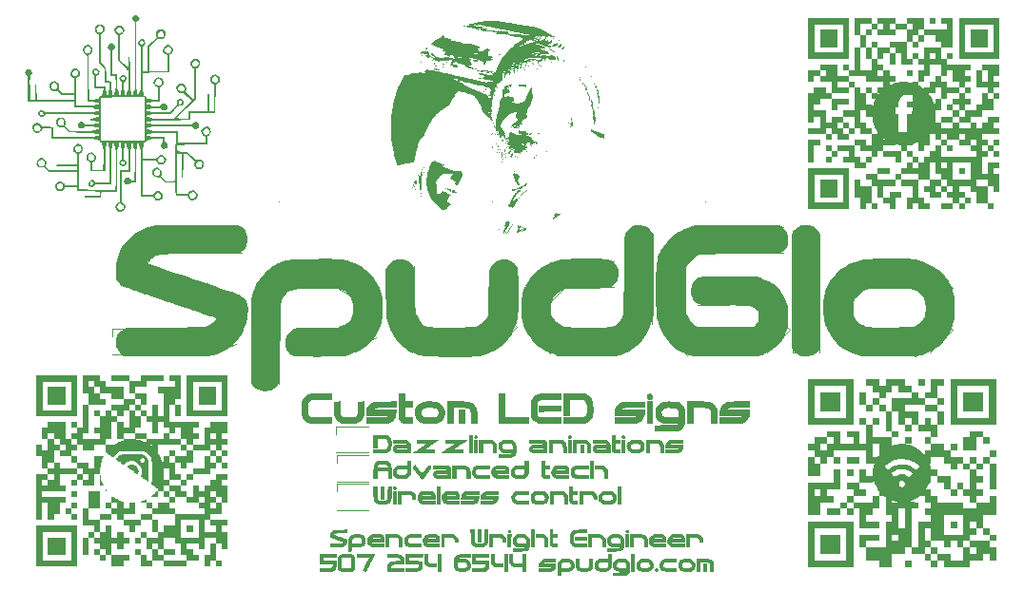
<source format=gbr>
%TF.GenerationSoftware,KiCad,Pcbnew,7.0.2-0*%
%TF.CreationDate,2023-09-28T22:34:41-05:00*%
%TF.ProjectId,spudglo_business_card,73707564-676c-46f5-9f62-7573696e6573,rev?*%
%TF.SameCoordinates,Original*%
%TF.FileFunction,Legend,Top*%
%TF.FilePolarity,Positive*%
%FSLAX46Y46*%
G04 Gerber Fmt 4.6, Leading zero omitted, Abs format (unit mm)*
G04 Created by KiCad (PCBNEW 7.0.2-0) date 2023-09-28 22:34:41*
%MOMM*%
%LPD*%
G01*
G04 APERTURE LIST*
%ADD10C,0.120000*%
G04 APERTURE END LIST*
D10*
%TO.C,D46*%
X187605000Y-107190000D02*
X187605000Y-107840000D01*
X187605000Y-107190000D02*
X190445000Y-107190000D01*
X187605000Y-109490000D02*
X190445000Y-109490000D01*
%TO.C,D20*%
X221030830Y-103235008D02*
X221490449Y-103694627D01*
X221030830Y-103235008D02*
X223039013Y-101226825D01*
X222657175Y-104861353D02*
X224665358Y-102853170D01*
%TO.C,D10*%
X201385430Y-103217732D02*
X201217197Y-102589880D01*
X201385430Y-103217732D02*
X198642200Y-103952778D01*
X200790146Y-100996102D02*
X198046916Y-101731148D01*
%TO.C,D16*%
X215725000Y-109580000D02*
X215725000Y-108930000D01*
X215725000Y-109580000D02*
X212885000Y-109580000D01*
X215725000Y-107280000D02*
X212885000Y-107280000D01*
%TO.C,D1*%
X192455000Y-98080000D02*
X192455000Y-98730000D01*
X192455000Y-98080000D02*
X195295000Y-98080000D01*
X192455000Y-100380000D02*
X195295000Y-100380000D01*
%TO.C,D7*%
X183825000Y-109450000D02*
X186665000Y-109450000D01*
X183825000Y-107150000D02*
X186665000Y-107150000D01*
X183825000Y-107150000D02*
X183825000Y-107800000D01*
%TO.C,D32*%
X240029854Y-102506102D02*
X239861622Y-103133954D01*
X240029854Y-102506102D02*
X242773084Y-103241148D01*
X239434570Y-104727732D02*
X242177800Y-105462778D01*
%TO.C,D34*%
X244390000Y-101615000D02*
X245040000Y-101615000D01*
X244390000Y-101615000D02*
X244390000Y-98775000D01*
X246690000Y-101615000D02*
X246690000Y-98775000D01*
%TO.C,D27*%
X232514642Y-100606830D02*
X232974261Y-101066449D01*
X232514642Y-100606830D02*
X234522825Y-98598647D01*
X234140987Y-102233175D02*
X236149170Y-100224992D01*
%TO.C,D31*%
X244063175Y-107240987D02*
X243603556Y-106781368D01*
X244063175Y-107240987D02*
X242054992Y-109249170D01*
X242436830Y-105614642D02*
X240428647Y-107622825D01*
%TO.C,G\u002A\u002A\u002A*%
G36*
X248580093Y-113634184D02*
G01*
X248580093Y-114500093D01*
X247714184Y-114500093D01*
X246848274Y-114500093D01*
X246848274Y-113634184D01*
X246848274Y-112768274D01*
X247714184Y-112768274D01*
X248580093Y-112768274D01*
X248580093Y-113634184D01*
G37*
G36*
X248580093Y-118829638D02*
G01*
X248580093Y-119118274D01*
X248291456Y-119118274D01*
X248002820Y-119118274D01*
X248002820Y-118829638D01*
X248002820Y-118541002D01*
X248291456Y-118541002D01*
X248580093Y-118541002D01*
X248580093Y-118829638D01*
G37*
G36*
X248580093Y-126334183D02*
G01*
X248580093Y-127200093D01*
X247714184Y-127200093D01*
X246848274Y-127200093D01*
X246848274Y-126334183D01*
X246848274Y-125468274D01*
X247714184Y-125468274D01*
X248580093Y-125468274D01*
X248580093Y-126334183D01*
G37*
G36*
X249734638Y-119984184D02*
G01*
X249734638Y-120272820D01*
X249446002Y-120272820D01*
X249157365Y-120272820D01*
X249157365Y-119984184D01*
X249157365Y-119695547D01*
X249446002Y-119695547D01*
X249734638Y-119695547D01*
X249734638Y-119984184D01*
G37*
G36*
X250311911Y-118829638D02*
G01*
X250311911Y-119118274D01*
X249734638Y-119118274D01*
X249157365Y-119118274D01*
X249157365Y-118829638D01*
X249157365Y-118541002D01*
X249734638Y-118541002D01*
X250311911Y-118541002D01*
X250311911Y-118829638D01*
G37*
G36*
X254930093Y-115943274D02*
G01*
X254930093Y-116231911D01*
X254641456Y-116231911D01*
X254352820Y-116231911D01*
X254352820Y-115943274D01*
X254352820Y-115654638D01*
X254641456Y-115654638D01*
X254930093Y-115654638D01*
X254930093Y-115943274D01*
G37*
G36*
X254930093Y-117097820D02*
G01*
X254930093Y-117386456D01*
X254641456Y-117386456D01*
X254352820Y-117386456D01*
X254352820Y-117097820D01*
X254352820Y-116809184D01*
X254641456Y-116809184D01*
X254930093Y-116809184D01*
X254930093Y-117097820D01*
G37*
G36*
X254930093Y-128066002D02*
G01*
X254930093Y-128354638D01*
X254641456Y-128354638D01*
X254352820Y-128354638D01*
X254352820Y-128066002D01*
X254352820Y-127777365D01*
X254641456Y-127777365D01*
X254930093Y-127777365D01*
X254930093Y-128066002D01*
G37*
G36*
X256084638Y-111902365D02*
G01*
X256084638Y-112191002D01*
X255796002Y-112191002D01*
X255507365Y-112191002D01*
X255507365Y-111902365D01*
X255507365Y-111613729D01*
X255796002Y-111613729D01*
X256084638Y-111613729D01*
X256084638Y-111902365D01*
G37*
G36*
X257239184Y-126911456D02*
G01*
X257239184Y-127200093D01*
X256950547Y-127200093D01*
X256661911Y-127200093D01*
X256661911Y-126911456D01*
X256661911Y-126622820D01*
X256950547Y-126622820D01*
X257239184Y-126622820D01*
X257239184Y-126911456D01*
G37*
G36*
X258971002Y-124602365D02*
G01*
X258971002Y-124891002D01*
X258682365Y-124891002D01*
X258393729Y-124891002D01*
X258393729Y-124602365D01*
X258393729Y-124313729D01*
X258682365Y-124313729D01*
X258971002Y-124313729D01*
X258971002Y-124602365D01*
G37*
G36*
X261280093Y-113634184D02*
G01*
X261280093Y-114500093D01*
X260414183Y-114500093D01*
X259548274Y-114500093D01*
X259548274Y-113634184D01*
X259548274Y-112768274D01*
X260414183Y-112768274D01*
X261280093Y-112768274D01*
X261280093Y-113634184D01*
G37*
G36*
X261857365Y-117097820D02*
G01*
X261857365Y-117386456D01*
X261568729Y-117386456D01*
X261280093Y-117386456D01*
X261280093Y-117097820D01*
X261280093Y-116809184D01*
X261568729Y-116809184D01*
X261857365Y-116809184D01*
X261857365Y-117097820D01*
G37*
G36*
X261857365Y-125179638D02*
G01*
X261857365Y-125468274D01*
X261568729Y-125468274D01*
X261280093Y-125468274D01*
X261280093Y-125179638D01*
X261280093Y-124891002D01*
X261568729Y-124891002D01*
X261857365Y-124891002D01*
X261857365Y-125179638D01*
G37*
G36*
X262434638Y-120272820D02*
G01*
X262434638Y-121427365D01*
X262146002Y-121427365D01*
X261857365Y-121427365D01*
X261857365Y-120272820D01*
X261857365Y-119118274D01*
X262146002Y-119118274D01*
X262434638Y-119118274D01*
X262434638Y-120272820D01*
G37*
G36*
X257816456Y-113634184D02*
G01*
X257816456Y-113922820D01*
X257527820Y-113922820D01*
X257239184Y-113922820D01*
X257239184Y-114211456D01*
X257239184Y-114500093D01*
X256661911Y-114500093D01*
X256084638Y-114500093D01*
X256084638Y-114211456D01*
X256084638Y-113922820D01*
X256661911Y-113922820D01*
X257239184Y-113922820D01*
X257239184Y-113634184D01*
X257239184Y-113345547D01*
X257527820Y-113345547D01*
X257816456Y-113345547D01*
X257816456Y-113634184D01*
G37*
G36*
X261280093Y-116520547D02*
G01*
X261280093Y-116809184D01*
X260991456Y-116809184D01*
X260702820Y-116809184D01*
X260702820Y-117386456D01*
X260702820Y-117963729D01*
X260125547Y-117963729D01*
X259548274Y-117963729D01*
X259548274Y-117386456D01*
X259548274Y-116809184D01*
X259836911Y-116809184D01*
X260125547Y-116809184D01*
X260125547Y-116520547D01*
X260125547Y-116231911D01*
X260702820Y-116231911D01*
X261280093Y-116231911D01*
X261280093Y-116520547D01*
G37*
G36*
X258393729Y-120850093D02*
G01*
X258393729Y-121427365D01*
X258682365Y-121427365D01*
X258971002Y-121427365D01*
X258971002Y-121138729D01*
X258971002Y-120850093D01*
X259259638Y-120850093D01*
X259548274Y-120850093D01*
X259548274Y-121138729D01*
X259548274Y-121427365D01*
X259259638Y-121427365D01*
X258971002Y-121427365D01*
X258971002Y-121716002D01*
X258971002Y-122004638D01*
X258682365Y-122004638D01*
X258393729Y-122004638D01*
X258393729Y-121716002D01*
X258393729Y-121427365D01*
X258105093Y-121427365D01*
X257816456Y-121427365D01*
X257816456Y-121138729D01*
X257816456Y-120850093D01*
X257527820Y-120850093D01*
X257239184Y-120850093D01*
X257239184Y-120561456D01*
X257239184Y-120272820D01*
X257816456Y-120272820D01*
X258393729Y-120272820D01*
X258393729Y-120850093D01*
G37*
G36*
X248580093Y-120561456D02*
G01*
X248580093Y-121427365D01*
X248002820Y-121427365D01*
X247425547Y-121427365D01*
X247425547Y-121716002D01*
X247425547Y-122004638D01*
X247714184Y-122004638D01*
X248002820Y-122004638D01*
X248002820Y-122293274D01*
X248002820Y-122581911D01*
X247425547Y-122581911D01*
X246848274Y-122581911D01*
X246848274Y-123159184D01*
X246848274Y-123736456D01*
X246271002Y-123736456D01*
X245693729Y-123736456D01*
X245693729Y-122293274D01*
X245693729Y-121427365D01*
X246271002Y-121427365D01*
X246271002Y-121716002D01*
X246271002Y-122004638D01*
X246559638Y-122004638D01*
X246848274Y-122004638D01*
X246848274Y-121716002D01*
X246848274Y-121427365D01*
X246559638Y-121427365D01*
X246271002Y-121427365D01*
X245693729Y-121427365D01*
X245693729Y-120850093D01*
X246848274Y-120850093D01*
X248002820Y-120850093D01*
X248002820Y-120272820D01*
X248002820Y-119695547D01*
X248291456Y-119695547D01*
X248580093Y-119695547D01*
X248580093Y-120561456D01*
G37*
G36*
X257816456Y-115077365D02*
G01*
X257816456Y-115654638D01*
X257527820Y-115654638D01*
X257239184Y-115654638D01*
X257239184Y-116231911D01*
X257239184Y-116809184D01*
X256950547Y-116809184D01*
X256661911Y-116809184D01*
X256661911Y-117097820D01*
X256661911Y-117386456D01*
X256373274Y-117386456D01*
X256084638Y-117386456D01*
X256084638Y-117097820D01*
X256084638Y-116809184D01*
X256373274Y-116809184D01*
X256661911Y-116809184D01*
X256661911Y-116520547D01*
X256661911Y-116231911D01*
X256084638Y-116231911D01*
X255507365Y-116231911D01*
X255507365Y-115943274D01*
X255507365Y-115654638D01*
X255796002Y-115654638D01*
X256084638Y-115654638D01*
X256084638Y-115366002D01*
X256084638Y-115077365D01*
X256373274Y-115077365D01*
X256661911Y-115077365D01*
X256661911Y-115366002D01*
X256661911Y-115654638D01*
X256950547Y-115654638D01*
X257239184Y-115654638D01*
X257239184Y-115077365D01*
X257239184Y-114500093D01*
X257527820Y-114500093D01*
X257816456Y-114500093D01*
X257816456Y-115077365D01*
G37*
G36*
X249734638Y-113634184D02*
G01*
X249734638Y-115654638D01*
X247714184Y-115654638D01*
X245693729Y-115654638D01*
X245693729Y-114333248D01*
X246297600Y-114333248D01*
X246297640Y-114454335D01*
X246297727Y-114566586D01*
X246297858Y-114669128D01*
X246298034Y-114761089D01*
X246298253Y-114841595D01*
X246298514Y-114909773D01*
X246298816Y-114964752D01*
X246299157Y-115005658D01*
X246299536Y-115031618D01*
X246299954Y-115041760D01*
X246299974Y-115041833D01*
X246303471Y-115043213D01*
X246313288Y-115044464D01*
X246330062Y-115045590D01*
X246354431Y-115046593D01*
X246387032Y-115047480D01*
X246428503Y-115048252D01*
X246479482Y-115048913D01*
X246540606Y-115049468D01*
X246612514Y-115049921D01*
X246695841Y-115050274D01*
X246791227Y-115050532D01*
X246899308Y-115050699D01*
X247020723Y-115050778D01*
X247156109Y-115050773D01*
X247306103Y-115050688D01*
X247471343Y-115050526D01*
X247652467Y-115050292D01*
X247716022Y-115050199D01*
X249128083Y-115048083D01*
X249128083Y-113634184D01*
X249128083Y-112220284D01*
X247714184Y-112220284D01*
X246300284Y-112220284D01*
X246298136Y-113625817D01*
X246297927Y-113777994D01*
X246297770Y-113925698D01*
X246297664Y-114068057D01*
X246297608Y-114204198D01*
X246297600Y-114333248D01*
X245693729Y-114333248D01*
X245693729Y-113634184D01*
X245693729Y-111613729D01*
X247714184Y-111613729D01*
X249734638Y-111613729D01*
X249734638Y-113634184D01*
G37*
G36*
X249734638Y-126334183D02*
G01*
X249734638Y-128354638D01*
X247714184Y-128354638D01*
X245693729Y-128354638D01*
X245693729Y-127033248D01*
X246297600Y-127033248D01*
X246297640Y-127154335D01*
X246297727Y-127266586D01*
X246297858Y-127369128D01*
X246298034Y-127461089D01*
X246298253Y-127541595D01*
X246298514Y-127609773D01*
X246298816Y-127664752D01*
X246299157Y-127705658D01*
X246299536Y-127731618D01*
X246299954Y-127741760D01*
X246299974Y-127741833D01*
X246303471Y-127743213D01*
X246313288Y-127744464D01*
X246330062Y-127745590D01*
X246354431Y-127746593D01*
X246387032Y-127747480D01*
X246428503Y-127748252D01*
X246479482Y-127748913D01*
X246540606Y-127749468D01*
X246612514Y-127749921D01*
X246695841Y-127750274D01*
X246791227Y-127750532D01*
X246899308Y-127750699D01*
X247020723Y-127750778D01*
X247156109Y-127750773D01*
X247306103Y-127750688D01*
X247471343Y-127750526D01*
X247652467Y-127750292D01*
X247716022Y-127750199D01*
X249128083Y-127748083D01*
X249128083Y-126334183D01*
X249128083Y-124920284D01*
X247714184Y-124920284D01*
X246300284Y-124920284D01*
X246298136Y-126325817D01*
X246297927Y-126477994D01*
X246297770Y-126625698D01*
X246297664Y-126768057D01*
X246297608Y-126904198D01*
X246297600Y-127033248D01*
X245693729Y-127033248D01*
X245693729Y-126334183D01*
X245693729Y-124313729D01*
X247714184Y-124313729D01*
X249734638Y-124313729D01*
X249734638Y-126334183D01*
G37*
G36*
X262434638Y-113634184D02*
G01*
X262434638Y-115654638D01*
X260414183Y-115654638D01*
X258393729Y-115654638D01*
X258393729Y-114333248D01*
X258997600Y-114333248D01*
X258997640Y-114454335D01*
X258997727Y-114566586D01*
X258997858Y-114669128D01*
X258998034Y-114761089D01*
X258998253Y-114841595D01*
X258998514Y-114909773D01*
X258998816Y-114964752D01*
X258999157Y-115005658D01*
X258999536Y-115031618D01*
X258999954Y-115041760D01*
X258999974Y-115041833D01*
X259003471Y-115043213D01*
X259013288Y-115044464D01*
X259030062Y-115045590D01*
X259054431Y-115046593D01*
X259087032Y-115047480D01*
X259128503Y-115048252D01*
X259179482Y-115048913D01*
X259240606Y-115049468D01*
X259312514Y-115049921D01*
X259395841Y-115050274D01*
X259491227Y-115050532D01*
X259599308Y-115050699D01*
X259720723Y-115050778D01*
X259856109Y-115050773D01*
X260006103Y-115050688D01*
X260171343Y-115050526D01*
X260352467Y-115050292D01*
X260416022Y-115050199D01*
X261828083Y-115048083D01*
X261828083Y-113634184D01*
X261828083Y-112220284D01*
X260414183Y-112220284D01*
X259000284Y-112220284D01*
X258998136Y-113625817D01*
X258997927Y-113777994D01*
X258997770Y-113925698D01*
X258997664Y-114068057D01*
X258997608Y-114204198D01*
X258997600Y-114333248D01*
X258393729Y-114333248D01*
X258393729Y-113634184D01*
X258393729Y-111613729D01*
X260414183Y-111613729D01*
X262434638Y-111613729D01*
X262434638Y-113634184D01*
G37*
G36*
X252043729Y-111902365D02*
G01*
X252043729Y-112191002D01*
X252332365Y-112191002D01*
X252621002Y-112191002D01*
X252621002Y-111902365D01*
X252621002Y-111613729D01*
X253486911Y-111613729D01*
X254352820Y-111613729D01*
X254352820Y-111902365D01*
X254352820Y-112191002D01*
X254641456Y-112191002D01*
X254930093Y-112191002D01*
X254930093Y-112479638D01*
X254930093Y-112768274D01*
X254352820Y-112768274D01*
X253775547Y-112768274D01*
X253775547Y-112479638D01*
X253775547Y-112191002D01*
X253486911Y-112191002D01*
X253198274Y-112191002D01*
X253198274Y-112479638D01*
X253198274Y-112768274D01*
X252909638Y-112768274D01*
X252621002Y-112768274D01*
X252621002Y-113056911D01*
X252621002Y-113345547D01*
X252332365Y-113345547D01*
X252043729Y-113345547D01*
X252043729Y-113634184D01*
X252043729Y-113922820D01*
X251755093Y-113922820D01*
X251466456Y-113922820D01*
X251466456Y-114211456D01*
X251466456Y-114500093D01*
X251177820Y-114500093D01*
X250889184Y-114500093D01*
X250889184Y-114211456D01*
X250889184Y-113922820D01*
X250600547Y-113922820D01*
X250311911Y-113922820D01*
X250311911Y-113345547D01*
X250311911Y-112768274D01*
X250600547Y-112768274D01*
X250889184Y-112768274D01*
X250889184Y-113345547D01*
X250889184Y-113922820D01*
X251177820Y-113922820D01*
X251466456Y-113922820D01*
X251466456Y-113634184D01*
X251466456Y-113345547D01*
X251755093Y-113345547D01*
X252043729Y-113345547D01*
X252043729Y-113056911D01*
X252043729Y-112768274D01*
X251755093Y-112768274D01*
X251466456Y-112768274D01*
X251466456Y-112479638D01*
X251466456Y-112191002D01*
X251177820Y-112191002D01*
X250889184Y-112191002D01*
X250889184Y-111902365D01*
X250889184Y-111613729D01*
X251466456Y-111613729D01*
X252043729Y-111613729D01*
X252043729Y-111902365D01*
G37*
G36*
X257816456Y-111902365D02*
G01*
X257816456Y-112191002D01*
X257527820Y-112191002D01*
X257239184Y-112191002D01*
X257239184Y-112768274D01*
X257239184Y-113345547D01*
X256661911Y-113345547D01*
X256084638Y-113345547D01*
X256084638Y-113634184D01*
X256084638Y-113922820D01*
X255218729Y-113922820D01*
X254352820Y-113922820D01*
X254352820Y-114211456D01*
X254352820Y-114500093D01*
X254930093Y-114500093D01*
X255507365Y-114500093D01*
X255507365Y-115077365D01*
X255507365Y-115654638D01*
X255218729Y-115654638D01*
X254930093Y-115654638D01*
X254930093Y-115366002D01*
X254930093Y-115077365D01*
X254641456Y-115077365D01*
X254352820Y-115077365D01*
X254352820Y-115366002D01*
X254352820Y-115654638D01*
X254064184Y-115654638D01*
X253775547Y-115654638D01*
X253775547Y-115077365D01*
X253775547Y-114500093D01*
X253486911Y-114500093D01*
X253198274Y-114500093D01*
X253198274Y-115366002D01*
X253198274Y-116231911D01*
X252909638Y-116231911D01*
X252621002Y-116231911D01*
X252621002Y-115366002D01*
X252621002Y-114500093D01*
X252332365Y-114500093D01*
X252043729Y-114500093D01*
X252043729Y-114211456D01*
X252043729Y-113922820D01*
X252332365Y-113922820D01*
X252621002Y-113922820D01*
X252621002Y-114211456D01*
X252621002Y-114500093D01*
X252909638Y-114500093D01*
X253198274Y-114500093D01*
X253198274Y-113922820D01*
X253198274Y-113345547D01*
X254064184Y-113345547D01*
X254930093Y-113345547D01*
X254930093Y-113056911D01*
X254930093Y-112768274D01*
X255218729Y-112768274D01*
X255507365Y-112768274D01*
X255507365Y-113056911D01*
X255507365Y-113345547D01*
X255796002Y-113345547D01*
X256084638Y-113345547D01*
X256084638Y-113056911D01*
X256084638Y-112768274D01*
X256373274Y-112768274D01*
X256661911Y-112768274D01*
X256661911Y-112191002D01*
X256661911Y-111613729D01*
X257239184Y-111613729D01*
X257816456Y-111613729D01*
X257816456Y-111902365D01*
G37*
G36*
X262434638Y-125756911D02*
G01*
X262434638Y-126045547D01*
X262146002Y-126045547D01*
X261857365Y-126045547D01*
X261857365Y-126334183D01*
X261857365Y-126622820D01*
X262146002Y-126622820D01*
X262434638Y-126622820D01*
X262434638Y-127200093D01*
X262434638Y-127777365D01*
X262146002Y-127777365D01*
X261857365Y-127777365D01*
X261857365Y-127488729D01*
X261857365Y-127200093D01*
X261568729Y-127200093D01*
X261280093Y-127200093D01*
X261280093Y-127488729D01*
X261280093Y-127777365D01*
X260702820Y-127777365D01*
X260125547Y-127777365D01*
X260125547Y-128066002D01*
X260125547Y-128354638D01*
X258971002Y-128354638D01*
X257816456Y-128354638D01*
X257816456Y-128066002D01*
X257816456Y-127777365D01*
X257527820Y-127777365D01*
X257239184Y-127777365D01*
X257239184Y-128066002D01*
X257239184Y-128354638D01*
X256950547Y-128354638D01*
X256661911Y-128354638D01*
X256661911Y-128066002D01*
X256661911Y-127777365D01*
X256373274Y-127777365D01*
X256084638Y-127777365D01*
X256084638Y-127488729D01*
X256084638Y-127200093D01*
X256373274Y-127200093D01*
X256661911Y-127200093D01*
X256661911Y-127488729D01*
X256661911Y-127777365D01*
X256950547Y-127777365D01*
X257239184Y-127777365D01*
X257239184Y-127488729D01*
X257239184Y-127200093D01*
X257816456Y-127200093D01*
X258393729Y-127200093D01*
X258393729Y-127488729D01*
X258393729Y-127777365D01*
X258971002Y-127777365D01*
X259548274Y-127777365D01*
X259548274Y-127200093D01*
X259548274Y-126622820D01*
X259836911Y-126622820D01*
X260125547Y-126622820D01*
X260125547Y-126911456D01*
X260125547Y-127200093D01*
X260414183Y-127200093D01*
X260702820Y-127200093D01*
X260702820Y-126911456D01*
X260702820Y-126622820D01*
X260414183Y-126622820D01*
X260125547Y-126622820D01*
X260125547Y-126334183D01*
X260125547Y-126045547D01*
X260991456Y-126045547D01*
X261857365Y-126045547D01*
X261857365Y-125756911D01*
X261857365Y-125468274D01*
X262146002Y-125468274D01*
X262434638Y-125468274D01*
X262434638Y-125756911D01*
G37*
G36*
X250889184Y-115366002D02*
G01*
X250889184Y-115654638D01*
X251177820Y-115654638D01*
X251466456Y-115654638D01*
X251466456Y-115366002D01*
X251466456Y-115077365D01*
X251755093Y-115077365D01*
X252043729Y-115077365D01*
X252043729Y-115366002D01*
X252043729Y-115654638D01*
X251755093Y-115654638D01*
X251466456Y-115654638D01*
X251466456Y-116231911D01*
X251466456Y-116809184D01*
X252332365Y-116809184D01*
X253198274Y-116809184D01*
X253198274Y-116520547D01*
X253198274Y-116231911D01*
X253486911Y-116231911D01*
X253775547Y-116231911D01*
X253775547Y-116520547D01*
X253775547Y-116809184D01*
X253486911Y-116809184D01*
X253198274Y-116809184D01*
X253198274Y-117172208D01*
X253198274Y-117535232D01*
X253263113Y-117514964D01*
X253318988Y-117498441D01*
X253381060Y-117481685D01*
X253446391Y-117465339D01*
X253512046Y-117450048D01*
X253575085Y-117436457D01*
X253632573Y-117425209D01*
X253681571Y-117416949D01*
X253719143Y-117412321D01*
X253734581Y-117411555D01*
X253756474Y-117407152D01*
X253770169Y-117399006D01*
X253775717Y-117395544D01*
X253785815Y-117392765D01*
X253802117Y-117390598D01*
X253826281Y-117388972D01*
X253859962Y-117387817D01*
X253904816Y-117387062D01*
X253962500Y-117386635D01*
X254034669Y-117386467D01*
X254064184Y-117386456D01*
X254141912Y-117386549D01*
X254204565Y-117386876D01*
X254253798Y-117387506D01*
X254291268Y-117388511D01*
X254318631Y-117389961D01*
X254337544Y-117391927D01*
X254349661Y-117394480D01*
X254356640Y-117397690D01*
X254358198Y-117399006D01*
X254375653Y-117408384D01*
X254394692Y-117411555D01*
X254411559Y-117413028D01*
X254441061Y-117417065D01*
X254479398Y-117423093D01*
X254522769Y-117430539D01*
X254534229Y-117432605D01*
X254730959Y-117476778D01*
X254925083Y-117536879D01*
X255114705Y-117612118D01*
X255297924Y-117701705D01*
X255472844Y-117804850D01*
X255545014Y-117853159D01*
X255632411Y-117917435D01*
X255722661Y-117990258D01*
X255812040Y-118068276D01*
X255896820Y-118148141D01*
X255973277Y-118226502D01*
X256024951Y-118284679D01*
X256080455Y-118350457D01*
X256082701Y-118157093D01*
X256084946Y-117963729D01*
X256373429Y-117963729D01*
X256661911Y-117963729D01*
X256661911Y-117675093D01*
X256661911Y-117386456D01*
X257239184Y-117386456D01*
X257816456Y-117386456D01*
X257816456Y-117675093D01*
X257816456Y-117963729D01*
X258105093Y-117963729D01*
X258393729Y-117963729D01*
X258393729Y-117675093D01*
X258393729Y-117386456D01*
X258682365Y-117386456D01*
X258971002Y-117386456D01*
X258971002Y-117675093D01*
X258971002Y-117963729D01*
X258682365Y-117963729D01*
X258393729Y-117963729D01*
X258393729Y-118252365D01*
X258393729Y-118541002D01*
X258971002Y-118541002D01*
X259548274Y-118541002D01*
X259548274Y-118829638D01*
X259548274Y-119118274D01*
X259836911Y-119118274D01*
X260125547Y-119118274D01*
X260125547Y-118829638D01*
X260125547Y-118541002D01*
X260414183Y-118541002D01*
X260702820Y-118541002D01*
X260702820Y-118829638D01*
X260702820Y-119118274D01*
X260991456Y-119118274D01*
X261280093Y-119118274D01*
X261280093Y-118829638D01*
X261280093Y-118541002D01*
X261568729Y-118541002D01*
X261857365Y-118541002D01*
X261857365Y-118252365D01*
X261857365Y-117963729D01*
X262146002Y-117963729D01*
X262434638Y-117963729D01*
X262434638Y-118252365D01*
X262434638Y-118541002D01*
X262146002Y-118541002D01*
X261857365Y-118541002D01*
X261857365Y-118829638D01*
X261857365Y-119118274D01*
X261568729Y-119118274D01*
X261280093Y-119118274D01*
X261280093Y-119406911D01*
X261280093Y-119695547D01*
X260991456Y-119695547D01*
X260702820Y-119695547D01*
X260702820Y-119984184D01*
X260702820Y-120272820D01*
X260991456Y-120272820D01*
X261280093Y-120272820D01*
X261280093Y-120561456D01*
X261280093Y-120850093D01*
X260991456Y-120850093D01*
X260702820Y-120850093D01*
X260702820Y-121138729D01*
X260702820Y-121427365D01*
X260991456Y-121427365D01*
X261280093Y-121427365D01*
X261280093Y-121716002D01*
X261280093Y-122004638D01*
X260991456Y-122004638D01*
X260702820Y-122004638D01*
X260702820Y-122293274D01*
X260702820Y-122581911D01*
X261280093Y-122581911D01*
X261857365Y-122581911D01*
X261857365Y-122293274D01*
X261857365Y-122004638D01*
X262146002Y-122004638D01*
X262434638Y-122004638D01*
X262434638Y-122870547D01*
X262434638Y-123736456D01*
X261857365Y-123736456D01*
X261280093Y-123736456D01*
X261280093Y-124313729D01*
X261280093Y-124891002D01*
X260991456Y-124891002D01*
X260702820Y-124891002D01*
X260702820Y-125179638D01*
X260702820Y-125468274D01*
X260414183Y-125468274D01*
X260125547Y-125468274D01*
X260125547Y-125756911D01*
X260125547Y-126045547D01*
X259836911Y-126045547D01*
X259548274Y-126045547D01*
X259548274Y-126334183D01*
X259548274Y-126622820D01*
X259259638Y-126622820D01*
X258971002Y-126622820D01*
X258971002Y-126334183D01*
X258971002Y-126045547D01*
X258682365Y-126045547D01*
X258393729Y-126045547D01*
X258393729Y-126334183D01*
X258393729Y-126622820D01*
X258105093Y-126622820D01*
X257816456Y-126622820D01*
X257816456Y-126334183D01*
X257816456Y-126045547D01*
X257239184Y-126045547D01*
X256661911Y-126045547D01*
X256661911Y-126334183D01*
X256661911Y-126622820D01*
X256373274Y-126622820D01*
X256084638Y-126622820D01*
X256084638Y-126911456D01*
X256084638Y-127200093D01*
X255507365Y-127200093D01*
X254930093Y-127200093D01*
X254930093Y-126911456D01*
X254930093Y-126622820D01*
X254641456Y-126622820D01*
X254352820Y-126622820D01*
X254352820Y-126911456D01*
X254352820Y-127200093D01*
X253775547Y-127200093D01*
X253198274Y-127200093D01*
X253198274Y-127777365D01*
X253198274Y-128354638D01*
X252621002Y-128354638D01*
X252043729Y-128354638D01*
X252043729Y-128066002D01*
X252043729Y-127777365D01*
X251466456Y-127777365D01*
X250889184Y-127777365D01*
X250889184Y-127200093D01*
X250889184Y-126622820D01*
X250600547Y-126622820D01*
X250311911Y-126622820D01*
X250311911Y-126045547D01*
X250311911Y-125468274D01*
X251177820Y-125468274D01*
X252043729Y-125468274D01*
X252043729Y-125756911D01*
X252043729Y-126045547D01*
X251466456Y-126045547D01*
X250889184Y-126045547D01*
X250889184Y-126334183D01*
X250889184Y-126622820D01*
X251755093Y-126622820D01*
X252621002Y-126622820D01*
X252621002Y-125468274D01*
X253198274Y-125468274D01*
X253198274Y-125756911D01*
X253198274Y-126045547D01*
X253486911Y-126045547D01*
X253775547Y-126045547D01*
X253775547Y-125756911D01*
X253775547Y-125468274D01*
X253486911Y-125468274D01*
X253198274Y-125468274D01*
X252621002Y-125468274D01*
X252621002Y-124313729D01*
X252909638Y-124313729D01*
X253198274Y-124313729D01*
X253198274Y-124025093D01*
X253198274Y-123736456D01*
X252909638Y-123736456D01*
X252621002Y-123736456D01*
X252621002Y-123159184D01*
X253775547Y-123159184D01*
X253775547Y-124025093D01*
X253775547Y-124891002D01*
X254064184Y-124891002D01*
X254352820Y-124891002D01*
X254352820Y-124025093D01*
X254352820Y-123159184D01*
X254064184Y-123159184D01*
X253775547Y-123159184D01*
X252621002Y-123159184D01*
X252621002Y-122937772D01*
X252620989Y-122804070D01*
X252620937Y-122686107D01*
X252620829Y-122582890D01*
X252620827Y-122581911D01*
X253198274Y-122581911D01*
X253593581Y-122580700D01*
X253685436Y-122580339D01*
X253761060Y-122579859D01*
X253820951Y-122579247D01*
X253865610Y-122578490D01*
X253895536Y-122577574D01*
X253911230Y-122576485D01*
X253911492Y-122576315D01*
X254185494Y-122576315D01*
X254186499Y-122576715D01*
X254203105Y-122577133D01*
X254234184Y-122577560D01*
X254278606Y-122577989D01*
X254335240Y-122578414D01*
X254402956Y-122578826D01*
X254480625Y-122579220D01*
X254567116Y-122579587D01*
X254661299Y-122579921D01*
X254762045Y-122580214D01*
X254823423Y-122580363D01*
X255507365Y-122581911D01*
X255507365Y-122870547D01*
X255507365Y-123159184D01*
X255218729Y-123159184D01*
X254930093Y-123159184D01*
X254930093Y-124891002D01*
X254930093Y-126622820D01*
X255218729Y-126622820D01*
X255507365Y-126622820D01*
X255507365Y-125468274D01*
X255507365Y-124891002D01*
X256084638Y-124891002D01*
X256084638Y-125468274D01*
X256084638Y-126045547D01*
X256373274Y-126045547D01*
X256661911Y-126045547D01*
X256661911Y-125468274D01*
X256661911Y-124891002D01*
X256373274Y-124891002D01*
X256084638Y-124891002D01*
X255507365Y-124891002D01*
X255507365Y-124313729D01*
X256084638Y-124313729D01*
X256661911Y-124313729D01*
X256661911Y-124025093D01*
X256661911Y-123736456D01*
X257816456Y-123736456D01*
X257816456Y-124602365D01*
X257816456Y-125468274D01*
X258682365Y-125468274D01*
X259548274Y-125468274D01*
X259548274Y-124602365D01*
X259548274Y-124313729D01*
X260125547Y-124313729D01*
X260125547Y-124602365D01*
X260125547Y-124891002D01*
X260414183Y-124891002D01*
X260702820Y-124891002D01*
X260702820Y-124602365D01*
X260702820Y-124313729D01*
X260414183Y-124313729D01*
X260125547Y-124313729D01*
X259548274Y-124313729D01*
X259548274Y-123736456D01*
X258682365Y-123736456D01*
X257816456Y-123736456D01*
X256661911Y-123736456D01*
X256373274Y-123736456D01*
X256084638Y-123736456D01*
X256084638Y-123447820D01*
X256084638Y-123159184D01*
X256373274Y-123159184D01*
X256661911Y-123159184D01*
X256661911Y-122870547D01*
X256661911Y-122581911D01*
X256373274Y-122581911D01*
X256084638Y-122581911D01*
X256084638Y-122293274D01*
X256084638Y-122004638D01*
X255889744Y-122004638D01*
X255694849Y-122004638D01*
X255613039Y-122065937D01*
X255445406Y-122181149D01*
X255268904Y-122282460D01*
X255084446Y-122369543D01*
X254892946Y-122442071D01*
X254695320Y-122499718D01*
X254492480Y-122542157D01*
X254285340Y-122569061D01*
X254185494Y-122576315D01*
X253911492Y-122576315D01*
X253913192Y-122575211D01*
X253901921Y-122573737D01*
X253888891Y-122572743D01*
X253694631Y-122551985D01*
X253500097Y-122516286D01*
X253323768Y-122470596D01*
X253284826Y-122458852D01*
X253250815Y-122448319D01*
X253225500Y-122440182D01*
X253212915Y-122435739D01*
X253206003Y-122434231D01*
X253201680Y-122438741D01*
X253199350Y-122452119D01*
X253198417Y-122477219D01*
X253198274Y-122505719D01*
X253198274Y-122581911D01*
X252620827Y-122581911D01*
X252620647Y-122493426D01*
X252620373Y-122416723D01*
X252619988Y-122351785D01*
X252619474Y-122297622D01*
X252618814Y-122253238D01*
X252617990Y-122217642D01*
X252616983Y-122189839D01*
X252615775Y-122168838D01*
X252614349Y-122153643D01*
X252612687Y-122143263D01*
X252610769Y-122136705D01*
X252608579Y-122132974D01*
X252606361Y-122131214D01*
X252594080Y-122123230D01*
X252571744Y-122107468D01*
X252542618Y-122086272D01*
X252512638Y-122063989D01*
X252433556Y-122004638D01*
X252238642Y-122004638D01*
X252043729Y-122004638D01*
X252043729Y-122581911D01*
X252043729Y-123159184D01*
X251755093Y-123159184D01*
X251466456Y-123159184D01*
X251466456Y-123447820D01*
X251466456Y-123736456D01*
X251177820Y-123736456D01*
X250889184Y-123736456D01*
X250889184Y-124025093D01*
X250889184Y-124313729D01*
X251466456Y-124313729D01*
X252043729Y-124313729D01*
X252043729Y-124602365D01*
X252043729Y-124891002D01*
X251177820Y-124891002D01*
X250311911Y-124891002D01*
X250311911Y-124025093D01*
X250311911Y-123159184D01*
X250023274Y-123159184D01*
X249734638Y-123159184D01*
X249734638Y-123447820D01*
X249734638Y-123736456D01*
X249446002Y-123736456D01*
X249157365Y-123736456D01*
X249157365Y-123447820D01*
X249157365Y-123159184D01*
X248868729Y-123159184D01*
X248580093Y-123159184D01*
X248580093Y-123447820D01*
X248580093Y-123736456D01*
X248002820Y-123736456D01*
X247425547Y-123736456D01*
X247425547Y-123447820D01*
X247425547Y-123159184D01*
X248002820Y-123159184D01*
X248580093Y-123159184D01*
X248580093Y-122870547D01*
X248580093Y-122581911D01*
X248868729Y-122581911D01*
X249157365Y-122581911D01*
X249157365Y-122870547D01*
X249157365Y-123159184D01*
X249446002Y-123159184D01*
X249734638Y-123159184D01*
X249734638Y-122870547D01*
X249734638Y-122581911D01*
X249446002Y-122581911D01*
X249157365Y-122581911D01*
X249157365Y-122293274D01*
X249157365Y-122004638D01*
X249446002Y-122004638D01*
X249734638Y-122004638D01*
X249734638Y-121716002D01*
X249734638Y-121427365D01*
X249446002Y-121427365D01*
X249157365Y-121427365D01*
X249157365Y-121138729D01*
X249157365Y-120850093D01*
X249734638Y-120850093D01*
X250311911Y-120850093D01*
X250311911Y-120272820D01*
X250311911Y-119695547D01*
X250600547Y-119695547D01*
X250889184Y-119695547D01*
X250889184Y-119984184D01*
X250889184Y-120272820D01*
X251177820Y-120272820D01*
X251466456Y-120272820D01*
X251466456Y-120561456D01*
X251466456Y-120850093D01*
X250889184Y-120850093D01*
X250311911Y-120850093D01*
X250311911Y-121138729D01*
X250311911Y-121427365D01*
X250600547Y-121427365D01*
X250889184Y-121427365D01*
X250889184Y-121716002D01*
X250889184Y-122004638D01*
X250311911Y-122004638D01*
X249734638Y-122004638D01*
X249734638Y-122293274D01*
X249734638Y-122581911D01*
X250600547Y-122581911D01*
X251466456Y-122581911D01*
X251466456Y-122293274D01*
X251466456Y-122004638D01*
X251755093Y-122004638D01*
X252043729Y-122004638D01*
X252043729Y-121809744D01*
X252043729Y-121614849D01*
X251982430Y-121533039D01*
X251907731Y-121424691D01*
X256226865Y-121424691D01*
X256234865Y-121425408D01*
X256257401Y-121426053D01*
X256292276Y-121426598D01*
X256337294Y-121427016D01*
X256390257Y-121427281D01*
X256444388Y-121427365D01*
X256661911Y-121427365D01*
X256661911Y-121716002D01*
X256661911Y-122004638D01*
X256950547Y-122004638D01*
X257239184Y-122004638D01*
X257239184Y-122293274D01*
X257239184Y-122581911D01*
X258393729Y-122581911D01*
X259548274Y-122581911D01*
X259548274Y-122870547D01*
X259548274Y-123159184D01*
X260125547Y-123159184D01*
X260702820Y-123159184D01*
X260702820Y-122870547D01*
X260702820Y-122581911D01*
X260414183Y-122581911D01*
X260125547Y-122581911D01*
X260125547Y-122293274D01*
X260125547Y-122004638D01*
X259836911Y-122004638D01*
X259548274Y-122004638D01*
X259548274Y-121716002D01*
X259548274Y-121427365D01*
X259836911Y-121427365D01*
X260125547Y-121427365D01*
X260125547Y-120561456D01*
X260125547Y-119695547D01*
X260414183Y-119695547D01*
X260702820Y-119695547D01*
X260702820Y-119406911D01*
X260702820Y-119118274D01*
X260414183Y-119118274D01*
X260125547Y-119118274D01*
X260125547Y-119406911D01*
X260125547Y-119695547D01*
X259836911Y-119695547D01*
X259548274Y-119695547D01*
X259548274Y-119406911D01*
X259548274Y-119118274D01*
X259259638Y-119118274D01*
X258971002Y-119118274D01*
X258971002Y-119406911D01*
X258971002Y-119695547D01*
X258682365Y-119695547D01*
X258393729Y-119695547D01*
X258393729Y-119406911D01*
X258393729Y-119118274D01*
X258105093Y-119118274D01*
X257816456Y-119118274D01*
X257816456Y-118829638D01*
X257816456Y-118541002D01*
X257239184Y-118541002D01*
X256661911Y-118541002D01*
X256661911Y-118829638D01*
X256661911Y-119118274D01*
X256587660Y-119118274D01*
X256513408Y-119118274D01*
X256546013Y-119224944D01*
X256586309Y-119374960D01*
X256618743Y-119533892D01*
X256642151Y-119695324D01*
X256653147Y-119815124D01*
X256659450Y-119908887D01*
X256660680Y-119802217D01*
X256661911Y-119695547D01*
X256950547Y-119695547D01*
X257239184Y-119695547D01*
X257239184Y-119984184D01*
X257239184Y-120272820D01*
X256950547Y-120272820D01*
X256661911Y-120272820D01*
X256660709Y-120166150D01*
X256659507Y-120059480D01*
X256652449Y-120164058D01*
X256649797Y-120213352D01*
X256649438Y-120248076D01*
X256651362Y-120267462D01*
X256653651Y-120271425D01*
X256656025Y-120280521D01*
X256658030Y-120305566D01*
X256659642Y-120345780D01*
X256660841Y-120400382D01*
X256661603Y-120468592D01*
X256661906Y-120549631D01*
X256661911Y-120561839D01*
X256661911Y-120849465D01*
X256586367Y-120851870D01*
X256510824Y-120854276D01*
X256470420Y-120954671D01*
X256404846Y-121102961D01*
X256327865Y-121251473D01*
X256282015Y-121330570D01*
X256261278Y-121365153D01*
X256244101Y-121394173D01*
X256232115Y-121414850D01*
X256226950Y-121424399D01*
X256226865Y-121424691D01*
X251907731Y-121424691D01*
X251879457Y-121383680D01*
X251785146Y-121222873D01*
X251701342Y-121054369D01*
X251664204Y-120964730D01*
X253792658Y-120964730D01*
X253798546Y-121019592D01*
X253804917Y-121043118D01*
X253830773Y-121095556D01*
X253869425Y-121143876D01*
X253917092Y-121184620D01*
X253969993Y-121214330D01*
X254004870Y-121225963D01*
X254055374Y-121231759D01*
X254111632Y-121228020D01*
X254166248Y-121215554D01*
X254192588Y-121205417D01*
X254242993Y-121174383D01*
X254287830Y-121131703D01*
X254322750Y-121082000D01*
X254336491Y-121052458D01*
X254348625Y-121003750D01*
X254352180Y-120949233D01*
X254347382Y-120895105D01*
X254334456Y-120847563D01*
X254328571Y-120834620D01*
X254294124Y-120782816D01*
X254249191Y-120737501D01*
X254198740Y-120703620D01*
X254195045Y-120701763D01*
X254169014Y-120690111D01*
X254145422Y-120683121D01*
X254118290Y-120679664D01*
X254081643Y-120678607D01*
X254072550Y-120678584D01*
X254033320Y-120679286D01*
X254004794Y-120682153D01*
X253980972Y-120688329D01*
X253955859Y-120698954D01*
X253949544Y-120702013D01*
X253900190Y-120734087D01*
X253856274Y-120777394D01*
X253822225Y-120827096D01*
X253809462Y-120854994D01*
X253796356Y-120907386D01*
X253792658Y-120964730D01*
X251664204Y-120964730D01*
X251629893Y-120881915D01*
X251572645Y-120709262D01*
X251567197Y-120690073D01*
X251554046Y-120640199D01*
X251540654Y-120584602D01*
X251527672Y-120526508D01*
X251515748Y-120469142D01*
X251505533Y-120415728D01*
X251497677Y-120369493D01*
X251492830Y-120333662D01*
X251491555Y-120314692D01*
X251487322Y-120292566D01*
X251479006Y-120278198D01*
X251475423Y-120266398D01*
X251472363Y-120240295D01*
X251469832Y-120202305D01*
X251467835Y-120154845D01*
X251466377Y-120100331D01*
X251465464Y-120041181D01*
X251465225Y-120000916D01*
X253115378Y-120000916D01*
X253279961Y-120165960D01*
X253329094Y-120215040D01*
X253367913Y-120253274D01*
X253397757Y-120281823D01*
X253419966Y-120301851D01*
X253435877Y-120314519D01*
X253446829Y-120320989D01*
X253454162Y-120322423D01*
X253458307Y-120320736D01*
X253471384Y-120310580D01*
X253492998Y-120293400D01*
X253518706Y-120272730D01*
X253521323Y-120270614D01*
X253567991Y-120237617D01*
X253626129Y-120203810D01*
X253690788Y-120171599D01*
X253757019Y-120143392D01*
X253819872Y-120121598D01*
X253838294Y-120116415D01*
X253873748Y-120107659D01*
X253905299Y-120101509D01*
X253937433Y-120097495D01*
X253974636Y-120095149D01*
X254021394Y-120094002D01*
X254055817Y-120093696D01*
X254130689Y-120094611D01*
X254193929Y-120098821D01*
X254250453Y-120107139D01*
X254305178Y-120120374D01*
X254363018Y-120139340D01*
X254387474Y-120148462D01*
X254448118Y-120175406D01*
X254512821Y-120210446D01*
X254575083Y-120249739D01*
X254628403Y-120289442D01*
X254634210Y-120294323D01*
X254679658Y-120333150D01*
X254840432Y-120175722D01*
X254883118Y-120133773D01*
X254921763Y-120095510D01*
X254954776Y-120062527D01*
X254980571Y-120036421D01*
X254997559Y-120018787D01*
X255004152Y-120011221D01*
X255004156Y-120011212D01*
X255002437Y-120001748D01*
X254990730Y-119986535D01*
X254967925Y-119964424D01*
X254932913Y-119934266D01*
X254917543Y-119921576D01*
X254798132Y-119834375D01*
X254670654Y-119761230D01*
X254536535Y-119702495D01*
X254397200Y-119658527D01*
X254254076Y-119629679D01*
X254108588Y-119616307D01*
X253962162Y-119618766D01*
X253816224Y-119637410D01*
X253793703Y-119641779D01*
X253656174Y-119677966D01*
X253521241Y-119729655D01*
X253391388Y-119795617D01*
X253269097Y-119874623D01*
X253178212Y-119946535D01*
X253115378Y-120000916D01*
X251465225Y-120000916D01*
X251465099Y-119979810D01*
X251465290Y-119918635D01*
X251466040Y-119860073D01*
X251467355Y-119806540D01*
X251469240Y-119760453D01*
X251471701Y-119724228D01*
X251474742Y-119700282D01*
X251477744Y-119691430D01*
X251484561Y-119677476D01*
X251490817Y-119652686D01*
X251494475Y-119628073D01*
X251500853Y-119581358D01*
X251511125Y-119522926D01*
X251524353Y-119457082D01*
X251539604Y-119388130D01*
X251541403Y-119380667D01*
X252486182Y-119380667D01*
X252622614Y-119517760D01*
X252663561Y-119558633D01*
X252702440Y-119596938D01*
X252737082Y-119630576D01*
X252765316Y-119657447D01*
X252784971Y-119675451D01*
X252790499Y-119680150D01*
X252821952Y-119705446D01*
X252869978Y-119661405D01*
X252985312Y-119566027D01*
X253113205Y-119479248D01*
X253251153Y-119402378D01*
X253396653Y-119336724D01*
X253547204Y-119283597D01*
X253642359Y-119257431D01*
X253793508Y-119228274D01*
X253951186Y-119212713D01*
X254112210Y-119210720D01*
X254273401Y-119222263D01*
X254431576Y-119247313D01*
X254511558Y-119265661D01*
X254646125Y-119305248D01*
X254773423Y-119353908D01*
X254895886Y-119412965D01*
X255015948Y-119483741D01*
X255136047Y-119567559D01*
X255258616Y-119665742D01*
X255277013Y-119681487D01*
X255310197Y-119710110D01*
X255475810Y-119550439D01*
X255519043Y-119508467D01*
X255557910Y-119470177D01*
X255590886Y-119437114D01*
X255616449Y-119410826D01*
X255633074Y-119392858D01*
X255639240Y-119384757D01*
X255639233Y-119384573D01*
X255631545Y-119375129D01*
X255613279Y-119357229D01*
X255586841Y-119332967D01*
X255554636Y-119304442D01*
X255519070Y-119273749D01*
X255482550Y-119242986D01*
X255447481Y-119214249D01*
X255416269Y-119189634D01*
X255410417Y-119185175D01*
X255369413Y-119155108D01*
X255323073Y-119122585D01*
X255278790Y-119092744D01*
X255259824Y-119080495D01*
X255211957Y-119052018D01*
X255152740Y-119019595D01*
X255086430Y-118985318D01*
X255017281Y-118951283D01*
X254949549Y-118919582D01*
X254887488Y-118892311D01*
X254835353Y-118871563D01*
X254835051Y-118871452D01*
X254653369Y-118813702D01*
X254467734Y-118771833D01*
X254279400Y-118745826D01*
X254089623Y-118735661D01*
X253899658Y-118741320D01*
X253710762Y-118762782D01*
X253524188Y-118800028D01*
X253341193Y-118853039D01*
X253223373Y-118896497D01*
X253085204Y-118958001D01*
X252948464Y-119030393D01*
X252816667Y-119111457D01*
X252693327Y-119198979D01*
X252581957Y-119290744D01*
X252547317Y-119322636D01*
X252486182Y-119380667D01*
X251541403Y-119380667D01*
X251555940Y-119320374D01*
X251572428Y-119258119D01*
X251582081Y-119224944D01*
X251614500Y-119118274D01*
X251251842Y-119118274D01*
X250889184Y-119118274D01*
X250889184Y-118541002D01*
X250889184Y-117963729D01*
X249446002Y-117963729D01*
X248002820Y-117963729D01*
X248002820Y-118252365D01*
X248002820Y-118541002D01*
X247714184Y-118541002D01*
X247425547Y-118541002D01*
X247425547Y-118829638D01*
X247425547Y-119118274D01*
X247136911Y-119118274D01*
X246848274Y-119118274D01*
X246848274Y-119695547D01*
X246848274Y-120272820D01*
X246271002Y-120272820D01*
X245693729Y-120272820D01*
X245693729Y-119406911D01*
X245693729Y-118541002D01*
X245982365Y-118541002D01*
X246271002Y-118541002D01*
X246271002Y-118829638D01*
X246271002Y-119118274D01*
X246559638Y-119118274D01*
X246848274Y-119118274D01*
X246848274Y-118829638D01*
X246848274Y-118541002D01*
X246559638Y-118541002D01*
X246271002Y-118541002D01*
X246271002Y-118252365D01*
X246271002Y-117963729D01*
X246848274Y-117963729D01*
X247136911Y-117963729D01*
X247425547Y-117963729D01*
X247425547Y-117675093D01*
X247425547Y-117386456D01*
X247714184Y-117386456D01*
X248002820Y-117386456D01*
X248002820Y-117097820D01*
X248002820Y-116809184D01*
X247714184Y-116809184D01*
X247425547Y-116809184D01*
X247425547Y-117097820D01*
X247425547Y-117386456D01*
X247136911Y-117386456D01*
X246848274Y-117386456D01*
X246848274Y-117675093D01*
X246848274Y-117963729D01*
X246271002Y-117963729D01*
X245982365Y-117963729D01*
X245693729Y-117963729D01*
X245693729Y-117675093D01*
X245693729Y-117386456D01*
X245982365Y-117386456D01*
X246271002Y-117386456D01*
X246271002Y-117097820D01*
X246271002Y-116809184D01*
X246848274Y-116809184D01*
X247425547Y-116809184D01*
X247425547Y-116520547D01*
X247425547Y-116231911D01*
X248002820Y-116231911D01*
X248580093Y-116231911D01*
X248580093Y-116809184D01*
X248580093Y-117386456D01*
X249157365Y-117386456D01*
X249734638Y-117386456D01*
X249734638Y-117097820D01*
X249734638Y-116809184D01*
X249446002Y-116809184D01*
X249157365Y-116809184D01*
X249157365Y-116520547D01*
X249157365Y-116231911D01*
X249734638Y-116231911D01*
X250311911Y-116231911D01*
X250311911Y-116809184D01*
X250311911Y-117386456D01*
X250600547Y-117386456D01*
X250889184Y-117386456D01*
X251466456Y-117386456D01*
X251466456Y-117963729D01*
X251466456Y-118541002D01*
X251687868Y-118541002D01*
X251754843Y-118540923D01*
X251807011Y-118540606D01*
X251846299Y-118539927D01*
X251874630Y-118538763D01*
X251893932Y-118536991D01*
X251906128Y-118534489D01*
X251913146Y-118531133D01*
X251916910Y-118526800D01*
X251917153Y-118526361D01*
X251925137Y-118514080D01*
X251940899Y-118491744D01*
X251962095Y-118462618D01*
X251984378Y-118432638D01*
X252043729Y-118353556D01*
X252043729Y-117870006D01*
X252043729Y-117386456D01*
X251755093Y-117386456D01*
X251466456Y-117386456D01*
X250889184Y-117386456D01*
X250889184Y-116520547D01*
X250889184Y-115654638D01*
X250600547Y-115654638D01*
X250311911Y-115654638D01*
X250311911Y-115366002D01*
X250311911Y-115077365D01*
X250600547Y-115077365D01*
X250889184Y-115077365D01*
X250889184Y-115366002D01*
G37*
%TO.C,D8*%
X198590000Y-109175000D02*
X197940000Y-109175000D01*
X198590000Y-109175000D02*
X198590000Y-112015000D01*
X196290000Y-109175000D02*
X196290000Y-112015000D01*
%TO.C,D35*%
X244390000Y-105485001D02*
X245040000Y-105485001D01*
X244390000Y-105485001D02*
X244390000Y-102645001D01*
X246690000Y-105485001D02*
X246690000Y-102645001D01*
%TO.C,D25*%
X240670000Y-98030000D02*
X240670000Y-98680000D01*
X240670000Y-98030000D02*
X243510000Y-98030000D01*
X240670000Y-100330000D02*
X243510000Y-100330000D01*
%TO.C,D12*%
X203687831Y-107297885D02*
X204012831Y-107860801D01*
X203687831Y-107297885D02*
X206147343Y-105877885D01*
X204837831Y-109289743D02*
X207297343Y-107869743D01*
%TO.C,D33*%
X235855000Y-102680000D02*
X235855000Y-103330000D01*
X235855000Y-102680000D02*
X238695000Y-102680000D01*
X235855000Y-104980000D02*
X238695000Y-104980000D01*
%TO.C,G\u002A\u002A\u002A*%
G36*
X248312619Y-81260236D02*
G01*
X248312619Y-82032619D01*
X247540236Y-82032619D01*
X246767853Y-82032619D01*
X246767853Y-81260236D01*
X246767853Y-80487853D01*
X247540236Y-80487853D01*
X248312619Y-80487853D01*
X248312619Y-81260236D01*
G37*
G36*
X248312619Y-94648205D02*
G01*
X248312619Y-95420588D01*
X247540236Y-95420588D01*
X246767853Y-95420588D01*
X246767853Y-94648205D01*
X246767853Y-93875823D01*
X247540236Y-93875823D01*
X248312619Y-93875823D01*
X248312619Y-94648205D01*
G37*
G36*
X249342463Y-88984064D02*
G01*
X249342463Y-89241525D01*
X249085002Y-89241525D01*
X248827541Y-89241525D01*
X248827541Y-88984064D01*
X248827541Y-88726604D01*
X249085002Y-88726604D01*
X249342463Y-88726604D01*
X249342463Y-88984064D01*
G37*
G36*
X249857385Y-85379611D02*
G01*
X249857385Y-85637072D01*
X249599924Y-85637072D01*
X249342463Y-85637072D01*
X249342463Y-85379611D01*
X249342463Y-85122150D01*
X249599924Y-85122150D01*
X249857385Y-85122150D01*
X249857385Y-85379611D01*
G37*
G36*
X251402150Y-80745314D02*
G01*
X251402150Y-81002775D01*
X251144689Y-81002775D01*
X250887228Y-81002775D01*
X250887228Y-80745314D01*
X250887228Y-80487853D01*
X251144689Y-80487853D01*
X251402150Y-80487853D01*
X251402150Y-80745314D01*
G37*
G36*
X251402150Y-85894533D02*
G01*
X251402150Y-86151994D01*
X251144689Y-86151994D01*
X250887228Y-86151994D01*
X250887228Y-85894533D01*
X250887228Y-85637072D01*
X251144689Y-85637072D01*
X251402150Y-85637072D01*
X251402150Y-85894533D01*
G37*
G36*
X251917072Y-96192971D02*
G01*
X251917072Y-96450432D01*
X251659611Y-96450432D01*
X251402150Y-96450432D01*
X251402150Y-96192971D01*
X251402150Y-95935510D01*
X251659611Y-95935510D01*
X251917072Y-95935510D01*
X251917072Y-96192971D01*
G37*
G36*
X255006604Y-84349767D02*
G01*
X255006604Y-84607228D01*
X254749143Y-84607228D01*
X254491682Y-84607228D01*
X254491682Y-84349767D01*
X254491682Y-84092306D01*
X254749143Y-84092306D01*
X255006604Y-84092306D01*
X255006604Y-84349767D01*
G37*
G36*
X255006604Y-91558674D02*
G01*
X255006604Y-91816135D01*
X254749143Y-91816135D01*
X254491682Y-91816135D01*
X254491682Y-91558674D01*
X254491682Y-91301213D01*
X254749143Y-91301213D01*
X255006604Y-91301213D01*
X255006604Y-91558674D01*
G37*
G36*
X257066291Y-79715470D02*
G01*
X257066291Y-79972931D01*
X256808830Y-79972931D01*
X256551369Y-79972931D01*
X256551369Y-79715470D01*
X256551369Y-79458009D01*
X256808830Y-79458009D01*
X257066291Y-79458009D01*
X257066291Y-79715470D01*
G37*
G36*
X258096135Y-90528830D02*
G01*
X258096135Y-90786291D01*
X257838674Y-90786291D01*
X257581213Y-90786291D01*
X257581213Y-90528830D01*
X257581213Y-90271369D01*
X257838674Y-90271369D01*
X258096135Y-90271369D01*
X258096135Y-90528830D01*
G37*
G36*
X258611057Y-87439299D02*
G01*
X258611057Y-87696760D01*
X258353596Y-87696760D01*
X258096135Y-87696760D01*
X258096135Y-87439299D01*
X258096135Y-87181838D01*
X258353596Y-87181838D01*
X258611057Y-87181838D01*
X258611057Y-87439299D01*
G37*
G36*
X258611057Y-91043752D02*
G01*
X258611057Y-91301213D01*
X258353596Y-91301213D01*
X258096135Y-91301213D01*
X258096135Y-91043752D01*
X258096135Y-90786291D01*
X258353596Y-90786291D01*
X258611057Y-90786291D01*
X258611057Y-91043752D01*
G37*
G36*
X259640901Y-93103440D02*
G01*
X259640901Y-93360901D01*
X259383440Y-93360901D01*
X259125979Y-93360901D01*
X259125979Y-93103440D01*
X259125979Y-92845979D01*
X259383440Y-92845979D01*
X259640901Y-92845979D01*
X259640901Y-93103440D01*
G37*
G36*
X261700588Y-81260236D02*
G01*
X261700588Y-82032619D01*
X260928205Y-82032619D01*
X260155823Y-82032619D01*
X260155823Y-81260236D01*
X260155823Y-80487853D01*
X260928205Y-80487853D01*
X261700588Y-80487853D01*
X261700588Y-81260236D01*
G37*
G36*
X262215510Y-96192971D02*
G01*
X262215510Y-96450432D01*
X261958049Y-96450432D01*
X261700588Y-96450432D01*
X261700588Y-96192971D01*
X261700588Y-95935510D01*
X261958049Y-95935510D01*
X262215510Y-95935510D01*
X262215510Y-96192971D01*
G37*
G36*
X262730432Y-91558674D02*
G01*
X262730432Y-91816135D01*
X262472971Y-91816135D01*
X262215510Y-91816135D01*
X262215510Y-91558674D01*
X262215510Y-91301213D01*
X262472971Y-91301213D01*
X262730432Y-91301213D01*
X262730432Y-91558674D01*
G37*
G36*
X246767853Y-90528830D02*
G01*
X246767853Y-90786291D01*
X246510392Y-90786291D01*
X246252931Y-90786291D01*
X246252931Y-91558674D01*
X246252931Y-92331057D01*
X245995470Y-92331057D01*
X245738009Y-92331057D01*
X245738009Y-91301213D01*
X245738009Y-90271369D01*
X246252931Y-90271369D01*
X246767853Y-90271369D01*
X246767853Y-90528830D01*
G37*
G36*
X249342463Y-86924377D02*
G01*
X249342463Y-87181838D01*
X248827541Y-87181838D01*
X248312619Y-87181838D01*
X248312619Y-87439299D01*
X248312619Y-87696760D01*
X248055158Y-87696760D01*
X247797697Y-87696760D01*
X247797697Y-87181838D01*
X247797697Y-86666916D01*
X248570080Y-86666916D01*
X249342463Y-86666916D01*
X249342463Y-86924377D01*
G37*
G36*
X256036447Y-81260236D02*
G01*
X256036447Y-81517697D01*
X255778986Y-81517697D01*
X255521525Y-81517697D01*
X255521525Y-81775158D01*
X255521525Y-82032619D01*
X255264064Y-82032619D01*
X255006604Y-82032619D01*
X255006604Y-81775158D01*
X255006604Y-81517697D01*
X255264064Y-81517697D01*
X255521525Y-81517697D01*
X255521525Y-81260236D01*
X255521525Y-81002775D01*
X255778986Y-81002775D01*
X256036447Y-81002775D01*
X256036447Y-81260236D01*
G37*
G36*
X259125979Y-87954221D02*
G01*
X259125979Y-88211682D01*
X258868518Y-88211682D01*
X258611057Y-88211682D01*
X258611057Y-88469143D01*
X258611057Y-88726604D01*
X258096135Y-88726604D01*
X257581213Y-88726604D01*
X257581213Y-88469143D01*
X257581213Y-88211682D01*
X258096135Y-88211682D01*
X258611057Y-88211682D01*
X258611057Y-87954221D01*
X258611057Y-87696760D01*
X258868518Y-87696760D01*
X259125979Y-87696760D01*
X259125979Y-87954221D01*
G37*
G36*
X249342463Y-81260236D02*
G01*
X249342463Y-83062463D01*
X247540236Y-83062463D01*
X245738009Y-83062463D01*
X245738009Y-81260236D01*
X245738009Y-79998255D01*
X246278255Y-79998255D01*
X246278255Y-81260236D01*
X246278255Y-82522217D01*
X247540236Y-82522217D01*
X248802217Y-82522217D01*
X248802217Y-81260236D01*
X248802217Y-79998255D01*
X247540236Y-79998255D01*
X246278255Y-79998255D01*
X245738009Y-79998255D01*
X245738009Y-79458009D01*
X247540236Y-79458009D01*
X249342463Y-79458009D01*
X249342463Y-81260236D01*
G37*
G36*
X249342463Y-94648205D02*
G01*
X249342463Y-96450432D01*
X247540236Y-96450432D01*
X245738009Y-96450432D01*
X245738009Y-94648205D01*
X245738009Y-93386225D01*
X246278255Y-93386225D01*
X246278255Y-94648205D01*
X246278255Y-95910186D01*
X247540236Y-95910186D01*
X248802217Y-95910186D01*
X248802217Y-94648205D01*
X248802217Y-93386225D01*
X247540236Y-93386225D01*
X246278255Y-93386225D01*
X245738009Y-93386225D01*
X245738009Y-92845979D01*
X247540236Y-92845979D01*
X249342463Y-92845979D01*
X249342463Y-94648205D01*
G37*
G36*
X262730432Y-81260236D02*
G01*
X262730432Y-83062463D01*
X260928205Y-83062463D01*
X259125979Y-83062463D01*
X259125979Y-81260236D01*
X259125979Y-79998255D01*
X259666225Y-79998255D01*
X259666225Y-81260236D01*
X259666225Y-82522217D01*
X260928205Y-82522217D01*
X262190186Y-82522217D01*
X262190186Y-81260236D01*
X262190186Y-79998255D01*
X260928205Y-79998255D01*
X259666225Y-79998255D01*
X259125979Y-79998255D01*
X259125979Y-79458009D01*
X260928205Y-79458009D01*
X262730432Y-79458009D01*
X262730432Y-81260236D01*
G37*
G36*
X251917072Y-81775158D02*
G01*
X251917072Y-82032619D01*
X251659611Y-82032619D01*
X251402150Y-82032619D01*
X251402150Y-82547541D01*
X251402150Y-83062463D01*
X251144689Y-83062463D01*
X250887228Y-83062463D01*
X250887228Y-82547541D01*
X250887228Y-82032619D01*
X251144689Y-82032619D01*
X251402150Y-82032619D01*
X251402150Y-81775158D01*
X251402150Y-81517697D01*
X251659611Y-81517697D01*
X251917072Y-81517697D01*
X251917072Y-81775158D01*
G37*
G36*
X254491682Y-82290080D02*
G01*
X254491682Y-83062463D01*
X254749143Y-83062463D01*
X255006604Y-83062463D01*
X255006604Y-82805002D01*
X255006604Y-82547541D01*
X255264064Y-82547541D01*
X255521525Y-82547541D01*
X255521525Y-82805002D01*
X255521525Y-83062463D01*
X255264064Y-83062463D01*
X255006604Y-83062463D01*
X255006604Y-83319924D01*
X255006604Y-83577385D01*
X254491682Y-83577385D01*
X253976760Y-83577385D01*
X253976760Y-83062463D01*
X253976760Y-82547541D01*
X253719299Y-82547541D01*
X253461838Y-82547541D01*
X253461838Y-83062463D01*
X253461838Y-83577385D01*
X253204377Y-83577385D01*
X252946916Y-83577385D01*
X252946916Y-83062463D01*
X252946916Y-82547541D01*
X252689455Y-82547541D01*
X252431994Y-82547541D01*
X252431994Y-82805002D01*
X252431994Y-83062463D01*
X252174533Y-83062463D01*
X251917072Y-83062463D01*
X251917072Y-82547541D01*
X251917072Y-82032619D01*
X252431994Y-82032619D01*
X252946916Y-82032619D01*
X252946916Y-82290080D01*
X252946916Y-82547541D01*
X253204377Y-82547541D01*
X253461838Y-82547541D01*
X253461838Y-82290080D01*
X253461838Y-82032619D01*
X253204377Y-82032619D01*
X252946916Y-82032619D01*
X252946916Y-81775158D01*
X252946916Y-81517697D01*
X253719299Y-81517697D01*
X254491682Y-81517697D01*
X254491682Y-82290080D01*
G37*
G36*
X251402150Y-79715470D02*
G01*
X251402150Y-79972931D01*
X251659611Y-79972931D01*
X251917072Y-79972931D01*
X251917072Y-79715470D01*
X251917072Y-79458009D01*
X252689455Y-79458009D01*
X253461838Y-79458009D01*
X253461838Y-79715470D01*
X253461838Y-79972931D01*
X253976760Y-79972931D01*
X254491682Y-79972931D01*
X254491682Y-79715470D01*
X254491682Y-79458009D01*
X255264064Y-79458009D01*
X256036447Y-79458009D01*
X256036447Y-79972931D01*
X256036447Y-80487853D01*
X257066291Y-80487853D01*
X258096135Y-80487853D01*
X258096135Y-80230392D01*
X258096135Y-79972931D01*
X257838674Y-79972931D01*
X257581213Y-79972931D01*
X257581213Y-79715470D01*
X257581213Y-79458009D01*
X258096135Y-79458009D01*
X258611057Y-79458009D01*
X258611057Y-80745314D01*
X258611057Y-82032619D01*
X258096135Y-82032619D01*
X257581213Y-82032619D01*
X257581213Y-82547541D01*
X257581213Y-83062463D01*
X257838674Y-83062463D01*
X258096135Y-83062463D01*
X258096135Y-82805002D01*
X258096135Y-82547541D01*
X258353596Y-82547541D01*
X258611057Y-82547541D01*
X258611057Y-82805002D01*
X258611057Y-83062463D01*
X258353596Y-83062463D01*
X258096135Y-83062463D01*
X258096135Y-83319924D01*
X258096135Y-83577385D01*
X259125979Y-83577385D01*
X260155823Y-83577385D01*
X260155823Y-83834845D01*
X260155823Y-84092306D01*
X259898362Y-84092306D01*
X259640901Y-84092306D01*
X259640901Y-84349767D01*
X259640901Y-84607228D01*
X259898362Y-84607228D01*
X260155823Y-84607228D01*
X260155823Y-84864689D01*
X260155823Y-85122150D01*
X259898362Y-85122150D01*
X259640901Y-85122150D01*
X259640901Y-85379611D01*
X259640901Y-85637072D01*
X259383440Y-85637072D01*
X259125979Y-85637072D01*
X259125979Y-85894533D01*
X259125979Y-86151994D01*
X258611057Y-86151994D01*
X258096135Y-86151994D01*
X258096135Y-86409455D01*
X258096135Y-86666916D01*
X257838674Y-86666916D01*
X257581213Y-86666916D01*
X257581213Y-86151994D01*
X257581213Y-85637072D01*
X257323752Y-85637072D01*
X257066291Y-85637072D01*
X257066291Y-85894533D01*
X257066291Y-86151994D01*
X256744817Y-86151994D01*
X256673160Y-86152154D01*
X256607204Y-86152610D01*
X256548761Y-86153325D01*
X256499639Y-86154265D01*
X256461649Y-86155393D01*
X256436601Y-86156672D01*
X256426305Y-86158068D01*
X256426156Y-86158325D01*
X256431974Y-86166996D01*
X256446090Y-86186596D01*
X256466639Y-86214576D01*
X256491754Y-86248383D01*
X256503610Y-86264232D01*
X256611003Y-86419138D01*
X256710055Y-86585352D01*
X256798715Y-86758895D01*
X256874934Y-86935785D01*
X256931440Y-87095314D01*
X256958813Y-87181838D01*
X257012552Y-87181838D01*
X257066291Y-87181838D01*
X257066291Y-86924377D01*
X257066291Y-86666916D01*
X257323752Y-86666916D01*
X257581213Y-86666916D01*
X257581213Y-87181838D01*
X257581213Y-87696760D01*
X257317421Y-87696753D01*
X257053629Y-87696746D01*
X257061020Y-87824229D01*
X257063540Y-87890978D01*
X257064161Y-87965495D01*
X257062882Y-88038777D01*
X257061020Y-88081708D01*
X257058869Y-88126345D01*
X257057774Y-88164368D01*
X257057760Y-88192908D01*
X257058849Y-88209093D01*
X257059960Y-88211692D01*
X257061534Y-88219790D01*
X257062964Y-88242723D01*
X257064202Y-88278447D01*
X257065197Y-88324915D01*
X257065898Y-88380080D01*
X257066256Y-88441897D01*
X257066291Y-88469143D01*
X257066291Y-88726604D01*
X257323752Y-88726604D01*
X257581213Y-88726604D01*
X257581213Y-88984064D01*
X257581213Y-89241525D01*
X258096135Y-89241525D01*
X258611057Y-89241525D01*
X258611057Y-88984064D01*
X258611057Y-88726604D01*
X258868518Y-88726604D01*
X259125979Y-88726604D01*
X259125979Y-88469143D01*
X259125979Y-88211682D01*
X259383440Y-88211682D01*
X259640901Y-88211682D01*
X259640901Y-87954221D01*
X259640901Y-87696760D01*
X259383440Y-87696760D01*
X259125979Y-87696760D01*
X259125979Y-87439299D01*
X259125979Y-87181838D01*
X258868518Y-87181838D01*
X258611057Y-87181838D01*
X258611057Y-86924377D01*
X258611057Y-86666916D01*
X258868518Y-86666916D01*
X259125979Y-86666916D01*
X259125979Y-86409455D01*
X259125979Y-86151994D01*
X259383440Y-86151994D01*
X259640901Y-86151994D01*
X259640901Y-85894533D01*
X259640901Y-85637072D01*
X259898362Y-85637072D01*
X260155823Y-85637072D01*
X260155823Y-85894533D01*
X260155823Y-86151994D01*
X259898362Y-86151994D01*
X259640901Y-86151994D01*
X259640901Y-86409455D01*
X259640901Y-86666916D01*
X259898362Y-86666916D01*
X260155823Y-86666916D01*
X260155823Y-86924377D01*
X260155823Y-87181838D01*
X259898362Y-87181838D01*
X259640901Y-87181838D01*
X259640901Y-87439299D01*
X259640901Y-87696760D01*
X260155823Y-87696760D01*
X260670744Y-87696760D01*
X260670744Y-87439299D01*
X260670744Y-87181838D01*
X260928205Y-87181838D01*
X261185666Y-87181838D01*
X261185666Y-86666916D01*
X261185666Y-86151994D01*
X261443127Y-86151994D01*
X261700588Y-86151994D01*
X261700588Y-85894533D01*
X261700588Y-85637072D01*
X261185666Y-85637072D01*
X260670744Y-85637072D01*
X260670744Y-84864689D01*
X260670744Y-84092306D01*
X260928205Y-84092306D01*
X261185666Y-84092306D01*
X261185666Y-84607228D01*
X261185666Y-85122150D01*
X261443127Y-85122150D01*
X261700588Y-85122150D01*
X261700588Y-84607228D01*
X261700588Y-84092306D01*
X261443127Y-84092306D01*
X261185666Y-84092306D01*
X261185666Y-83834845D01*
X261185666Y-83577385D01*
X261958049Y-83577385D01*
X262730432Y-83577385D01*
X262730432Y-84092306D01*
X262730432Y-84607228D01*
X262472971Y-84607228D01*
X262215510Y-84607228D01*
X262215510Y-84864689D01*
X262215510Y-85122150D01*
X262472971Y-85122150D01*
X262730432Y-85122150D01*
X262730432Y-85379611D01*
X262730432Y-85637072D01*
X262472971Y-85637072D01*
X262215510Y-85637072D01*
X262215510Y-85894533D01*
X262215510Y-86151994D01*
X261958049Y-86151994D01*
X261700588Y-86151994D01*
X261700588Y-86409455D01*
X261700588Y-86666916D01*
X261958049Y-86666916D01*
X262215510Y-86666916D01*
X262215510Y-86409455D01*
X262215510Y-86151994D01*
X262472971Y-86151994D01*
X262730432Y-86151994D01*
X262730432Y-86409455D01*
X262730432Y-86666916D01*
X262472971Y-86666916D01*
X262215510Y-86666916D01*
X262215510Y-87181838D01*
X262215510Y-87696760D01*
X261700588Y-87696760D01*
X261185666Y-87696760D01*
X261185666Y-87954221D01*
X261185666Y-88211682D01*
X260670744Y-88211682D01*
X260155823Y-88211682D01*
X260155823Y-88469143D01*
X260155823Y-88726604D01*
X259640901Y-88726604D01*
X259125979Y-88726604D01*
X259125979Y-88984064D01*
X259125979Y-89241525D01*
X259640901Y-89241525D01*
X260155823Y-89241525D01*
X260155823Y-88984064D01*
X260155823Y-88726604D01*
X260413283Y-88726604D01*
X260670744Y-88726604D01*
X260670744Y-88984064D01*
X260670744Y-89241525D01*
X260928205Y-89241525D01*
X261185666Y-89241525D01*
X261185666Y-88984064D01*
X261185666Y-88726604D01*
X261443127Y-88726604D01*
X261700588Y-88726604D01*
X261700588Y-88469143D01*
X261700588Y-88211682D01*
X262215510Y-88211682D01*
X262730432Y-88211682D01*
X262730432Y-88469143D01*
X262730432Y-88726604D01*
X262472971Y-88726604D01*
X262215510Y-88726604D01*
X262215510Y-88984064D01*
X262215510Y-89241525D01*
X262472971Y-89241525D01*
X262730432Y-89241525D01*
X262730432Y-89498986D01*
X262730432Y-89756447D01*
X261958049Y-89756447D01*
X261185666Y-89756447D01*
X261185666Y-90013908D01*
X261185666Y-90271369D01*
X261443127Y-90271369D01*
X261700588Y-90271369D01*
X261700588Y-90528830D01*
X261700588Y-90786291D01*
X261958049Y-90786291D01*
X262215510Y-90786291D01*
X262215510Y-90528830D01*
X262215510Y-90271369D01*
X262472971Y-90271369D01*
X262730432Y-90271369D01*
X262730432Y-90528830D01*
X262730432Y-90786291D01*
X262472971Y-90786291D01*
X262215510Y-90786291D01*
X262215510Y-91043752D01*
X262215510Y-91301213D01*
X261958049Y-91301213D01*
X261700588Y-91301213D01*
X261700588Y-91558674D01*
X261700588Y-91816135D01*
X261443127Y-91816135D01*
X261185666Y-91816135D01*
X261185666Y-92588518D01*
X261185666Y-93360901D01*
X261443127Y-93360901D01*
X261700588Y-93360901D01*
X261700588Y-92845979D01*
X261700588Y-92331057D01*
X262215510Y-92331057D01*
X262730432Y-92331057D01*
X262730432Y-92588518D01*
X262730432Y-92845979D01*
X262472971Y-92845979D01*
X262215510Y-92845979D01*
X262215510Y-93103440D01*
X262215510Y-93360901D01*
X262472971Y-93360901D01*
X262730432Y-93360901D01*
X262730432Y-94133283D01*
X262730432Y-94905666D01*
X262472971Y-94905666D01*
X262215510Y-94905666D01*
X262215510Y-94648205D01*
X262215510Y-94390744D01*
X261958049Y-94390744D01*
X261700588Y-94390744D01*
X261700588Y-95163127D01*
X261700588Y-95935510D01*
X261185666Y-95935510D01*
X260670744Y-95935510D01*
X260670744Y-95420588D01*
X260670744Y-94905666D01*
X260413283Y-94905666D01*
X260155823Y-94905666D01*
X260155823Y-94648205D01*
X260155823Y-94390744D01*
X259640901Y-94390744D01*
X259125979Y-94390744D01*
X259125979Y-94648205D01*
X259125979Y-94905666D01*
X259383440Y-94905666D01*
X259640901Y-94905666D01*
X259640901Y-95163127D01*
X259640901Y-95420588D01*
X259383440Y-95420588D01*
X259125979Y-95420588D01*
X259125979Y-95678049D01*
X259125979Y-95935510D01*
X259383440Y-95935510D01*
X259640901Y-95935510D01*
X259640901Y-95678049D01*
X259640901Y-95420588D01*
X259898362Y-95420588D01*
X260155823Y-95420588D01*
X260155823Y-95678049D01*
X260155823Y-95935510D01*
X259898362Y-95935510D01*
X259640901Y-95935510D01*
X259640901Y-96192971D01*
X259640901Y-96450432D01*
X259383440Y-96450432D01*
X259125979Y-96450432D01*
X259125979Y-96192971D01*
X259125979Y-95935510D01*
X258868518Y-95935510D01*
X258611057Y-95935510D01*
X258611057Y-96192971D01*
X258611057Y-96450432D01*
X258096135Y-96450432D01*
X257581213Y-96450432D01*
X257581213Y-96192971D01*
X257581213Y-95935510D01*
X258096135Y-95935510D01*
X258611057Y-95935510D01*
X258611057Y-95678049D01*
X258611057Y-95420588D01*
X258353596Y-95420588D01*
X258096135Y-95420588D01*
X258096135Y-95163127D01*
X258096135Y-94905666D01*
X257838674Y-94905666D01*
X257581213Y-94905666D01*
X257581213Y-95163127D01*
X257581213Y-95420588D01*
X257066291Y-95420588D01*
X256551369Y-95420588D01*
X256551369Y-95163127D01*
X256551369Y-94905666D01*
X257066291Y-94905666D01*
X257323752Y-94905666D01*
X257581213Y-94905666D01*
X257581213Y-94648205D01*
X257581213Y-94390744D01*
X257838674Y-94390744D01*
X258096135Y-94390744D01*
X258096135Y-94648205D01*
X258096135Y-94905666D01*
X258353596Y-94905666D01*
X258611057Y-94905666D01*
X258611057Y-94648205D01*
X258611057Y-94390744D01*
X258353596Y-94390744D01*
X258096135Y-94390744D01*
X258096135Y-94133283D01*
X258096135Y-93875823D01*
X257838674Y-93875823D01*
X257581213Y-93875823D01*
X257581213Y-94133283D01*
X257581213Y-94390744D01*
X257323752Y-94390744D01*
X257066291Y-94390744D01*
X257066291Y-94648205D01*
X257066291Y-94905666D01*
X256551369Y-94905666D01*
X256293908Y-94905666D01*
X256036447Y-94905666D01*
X256036447Y-94648205D01*
X256036447Y-94390744D01*
X256293908Y-94390744D01*
X256551369Y-94390744D01*
X256551369Y-94133283D01*
X256551369Y-93875823D01*
X256036447Y-93875823D01*
X255521525Y-93875823D01*
X255521525Y-94648205D01*
X255521525Y-95420588D01*
X255778986Y-95420588D01*
X256036447Y-95420588D01*
X256036447Y-95678049D01*
X256036447Y-95935510D01*
X256293908Y-95935510D01*
X256551369Y-95935510D01*
X256551369Y-96192971D01*
X256551369Y-96450432D01*
X256036447Y-96450432D01*
X255521525Y-96450432D01*
X255521525Y-96192971D01*
X255521525Y-95935510D01*
X255264064Y-95935510D01*
X255006604Y-95935510D01*
X255006604Y-96192971D01*
X255006604Y-96450432D01*
X254749143Y-96450432D01*
X254491682Y-96450432D01*
X254491682Y-95935510D01*
X254491682Y-95420588D01*
X254749143Y-95420588D01*
X255006604Y-95420588D01*
X255006604Y-94905666D01*
X255006604Y-94390744D01*
X254491682Y-94390744D01*
X253976760Y-94390744D01*
X253976760Y-94133283D01*
X253976760Y-93875823D01*
X253719299Y-93875823D01*
X253461838Y-93875823D01*
X253461838Y-94133283D01*
X253461838Y-94390744D01*
X252946916Y-94390744D01*
X252431994Y-94390744D01*
X252431994Y-94905666D01*
X252431994Y-95420588D01*
X252689455Y-95420588D01*
X252946916Y-95420588D01*
X252946916Y-95163127D01*
X252946916Y-94905666D01*
X253461838Y-94905666D01*
X253976760Y-94905666D01*
X253976760Y-95163127D01*
X253976760Y-95420588D01*
X253719299Y-95420588D01*
X253461838Y-95420588D01*
X253461838Y-95935510D01*
X253461838Y-96450432D01*
X253204377Y-96450432D01*
X252946916Y-96450432D01*
X252946916Y-96192971D01*
X252946916Y-95935510D01*
X252689455Y-95935510D01*
X252431994Y-95935510D01*
X252431994Y-95678049D01*
X252431994Y-95420588D01*
X252174533Y-95420588D01*
X251917072Y-95420588D01*
X251917072Y-94905666D01*
X251917072Y-94390744D01*
X251659611Y-94390744D01*
X251402150Y-94390744D01*
X251402150Y-95163127D01*
X251402150Y-95935510D01*
X251144689Y-95935510D01*
X250887228Y-95935510D01*
X250887228Y-96192971D01*
X250887228Y-96450432D01*
X250629767Y-96450432D01*
X250372306Y-96450432D01*
X250372306Y-95935510D01*
X250372306Y-95420588D01*
X250114845Y-95420588D01*
X249857385Y-95420588D01*
X249857385Y-94648205D01*
X249857385Y-93875823D01*
X250114845Y-93875823D01*
X250372306Y-93875823D01*
X250372306Y-94133283D01*
X250372306Y-94390744D01*
X250887228Y-94390744D01*
X251402150Y-94390744D01*
X251402150Y-94133283D01*
X251402150Y-93875823D01*
X251144689Y-93875823D01*
X250887228Y-93875823D01*
X250887228Y-93618362D01*
X250887228Y-93360901D01*
X251402150Y-93360901D01*
X251917072Y-93360901D01*
X251917072Y-93103440D01*
X251917072Y-92845979D01*
X252431994Y-92845979D01*
X252946916Y-92845979D01*
X252946916Y-93103440D01*
X252946916Y-93360901D01*
X252431994Y-93360901D01*
X251917072Y-93360901D01*
X251917072Y-93618362D01*
X251917072Y-93875823D01*
X252689455Y-93875823D01*
X253461838Y-93875823D01*
X253461838Y-93618362D01*
X253461838Y-93360901D01*
X253719299Y-93360901D01*
X253976760Y-93360901D01*
X253976760Y-93618362D01*
X253976760Y-93875823D01*
X254749143Y-93875823D01*
X255521525Y-93875823D01*
X255521525Y-93618362D01*
X255521525Y-93360901D01*
X254749143Y-93360901D01*
X253976760Y-93360901D01*
X253976760Y-93103440D01*
X253976760Y-92845979D01*
X254234221Y-92845979D01*
X254491682Y-92845979D01*
X254491682Y-92588518D01*
X254491682Y-92331057D01*
X254749143Y-92331057D01*
X255006604Y-92331057D01*
X255006604Y-92073596D01*
X255006604Y-91816135D01*
X255264064Y-91816135D01*
X255521525Y-91816135D01*
X255521525Y-92073596D01*
X255521525Y-92331057D01*
X255264064Y-92331057D01*
X255006604Y-92331057D01*
X255006604Y-92588518D01*
X255006604Y-92845979D01*
X255264064Y-92845979D01*
X255521525Y-92845979D01*
X255521525Y-92588518D01*
X255521525Y-92331057D01*
X255778986Y-92331057D01*
X256036447Y-92331057D01*
X256551369Y-92331057D01*
X256551369Y-93103440D01*
X256551369Y-93875823D01*
X257066291Y-93875823D01*
X257581213Y-93875823D01*
X257581213Y-93618362D01*
X257581213Y-93360901D01*
X257323752Y-93360901D01*
X257066291Y-93360901D01*
X257066291Y-92845979D01*
X257066291Y-92331057D01*
X257581213Y-92331057D01*
X257581213Y-92588518D01*
X257581213Y-92845979D01*
X257838674Y-92845979D01*
X258096135Y-92845979D01*
X258096135Y-92588518D01*
X258096135Y-92331057D01*
X258611057Y-92331057D01*
X258611057Y-93103440D01*
X258611057Y-93875823D01*
X259383440Y-93875823D01*
X260155823Y-93875823D01*
X260670744Y-93875823D01*
X260670744Y-94133283D01*
X260670744Y-94390744D01*
X261185666Y-94390744D01*
X261700588Y-94390744D01*
X261700588Y-94133283D01*
X261700588Y-93875823D01*
X261185666Y-93875823D01*
X260670744Y-93875823D01*
X260155823Y-93875823D01*
X260155823Y-93103440D01*
X260155823Y-92331057D01*
X259383440Y-92331057D01*
X258611057Y-92331057D01*
X258096135Y-92331057D01*
X257838674Y-92331057D01*
X257581213Y-92331057D01*
X257066291Y-92331057D01*
X256808830Y-92331057D01*
X256551369Y-92331057D01*
X256036447Y-92331057D01*
X256036447Y-92073596D01*
X256036447Y-91816135D01*
X256293908Y-91816135D01*
X256551369Y-91816135D01*
X256551369Y-91558674D01*
X256551369Y-91301213D01*
X256808830Y-91301213D01*
X257066291Y-91301213D01*
X257066291Y-91043752D01*
X257066291Y-90786291D01*
X257323752Y-90786291D01*
X257581213Y-90786291D01*
X257581213Y-91301213D01*
X257581213Y-91816135D01*
X259125979Y-91816135D01*
X260670744Y-91816135D01*
X260670744Y-91558674D01*
X260670744Y-91301213D01*
X260413283Y-91301213D01*
X260155823Y-91301213D01*
X260155823Y-91043752D01*
X260155823Y-90786291D01*
X260413283Y-90786291D01*
X260670744Y-90786291D01*
X261185666Y-90786291D01*
X261185666Y-91043752D01*
X261185666Y-91301213D01*
X261443127Y-91301213D01*
X261700588Y-91301213D01*
X261700588Y-91043752D01*
X261700588Y-90786291D01*
X261443127Y-90786291D01*
X261185666Y-90786291D01*
X260670744Y-90786291D01*
X260670744Y-90528830D01*
X260670744Y-90271369D01*
X260413283Y-90271369D01*
X260155823Y-90271369D01*
X260155823Y-90528830D01*
X260155823Y-90786291D01*
X259640901Y-90786291D01*
X259125979Y-90786291D01*
X259125979Y-90528830D01*
X259125979Y-90271369D01*
X259383440Y-90271369D01*
X259640901Y-90271369D01*
X259640901Y-90013908D01*
X259640901Y-89756447D01*
X259383440Y-89756447D01*
X259125979Y-89756447D01*
X259125979Y-90013908D01*
X259125979Y-90271369D01*
X258611057Y-90271369D01*
X258096135Y-90271369D01*
X258096135Y-90013908D01*
X258096135Y-89756447D01*
X257838674Y-89756447D01*
X257581213Y-89756447D01*
X257581213Y-90013908D01*
X257581213Y-90271369D01*
X257323752Y-90271369D01*
X257066291Y-90271369D01*
X257066291Y-90013908D01*
X257066291Y-89756447D01*
X256808830Y-89756447D01*
X256551369Y-89756447D01*
X256551369Y-90271369D01*
X256551369Y-90786291D01*
X256293908Y-90786291D01*
X256036447Y-90786291D01*
X256036447Y-91043752D01*
X256036447Y-91301213D01*
X255778986Y-91301213D01*
X255521525Y-91301213D01*
X255521525Y-90887503D01*
X255521525Y-90473792D01*
X255447664Y-90510808D01*
X255381539Y-90541854D01*
X255304546Y-90574547D01*
X255222255Y-90606678D01*
X255140233Y-90636037D01*
X255093127Y-90651509D01*
X255006604Y-90678813D01*
X255006604Y-90732552D01*
X255006604Y-90786291D01*
X254749846Y-90786291D01*
X254685787Y-90786091D01*
X254627383Y-90785524D01*
X254576713Y-90784641D01*
X254535855Y-90783494D01*
X254506890Y-90782131D01*
X254491895Y-90780605D01*
X254490275Y-90779960D01*
X254481167Y-90777612D01*
X254459299Y-90776807D01*
X254428729Y-90777632D01*
X254415710Y-90778387D01*
X254343958Y-90783146D01*
X254417820Y-90784718D01*
X254491682Y-90786291D01*
X254491682Y-91043752D01*
X254491682Y-91301213D01*
X254234221Y-91301213D01*
X253976760Y-91301213D01*
X253976760Y-91816135D01*
X253976760Y-92331057D01*
X253719299Y-92331057D01*
X253461838Y-92331057D01*
X253461838Y-92073596D01*
X253461838Y-91816135D01*
X252946916Y-91816135D01*
X252431994Y-91816135D01*
X252431994Y-91558674D01*
X252431994Y-91301213D01*
X253204377Y-91301213D01*
X253976760Y-91301213D01*
X253976760Y-91043752D01*
X253976760Y-90786291D01*
X254050621Y-90785086D01*
X254124483Y-90783880D01*
X254028291Y-90776966D01*
X253925540Y-90767131D01*
X253814738Y-90752222D01*
X253702260Y-90733302D01*
X253594482Y-90711434D01*
X253506155Y-90689945D01*
X253461838Y-90678082D01*
X253461838Y-90732186D01*
X253461838Y-90786291D01*
X252946916Y-90786291D01*
X252431994Y-90786291D01*
X252431994Y-91043752D01*
X252431994Y-91301213D01*
X252174533Y-91301213D01*
X251917072Y-91301213D01*
X251917072Y-91558674D01*
X251917072Y-91816135D01*
X251659611Y-91816135D01*
X251402150Y-91816135D01*
X251402150Y-92073596D01*
X251402150Y-92331057D01*
X251144689Y-92331057D01*
X250887228Y-92331057D01*
X250887228Y-92588518D01*
X250887228Y-92845979D01*
X250372306Y-92845979D01*
X249857385Y-92845979D01*
X249857385Y-92588518D01*
X249857385Y-92331057D01*
X249342463Y-92331057D01*
X248827541Y-92331057D01*
X248827541Y-92073596D01*
X248827541Y-91816135D01*
X249085002Y-91816135D01*
X249342463Y-91816135D01*
X249342463Y-91558674D01*
X249342463Y-91301213D01*
X248827541Y-91301213D01*
X248312619Y-91301213D01*
X248312619Y-91558674D01*
X248312619Y-91816135D01*
X248055158Y-91816135D01*
X247797697Y-91816135D01*
X247797697Y-92073596D01*
X247797697Y-92331057D01*
X247540236Y-92331057D01*
X247282775Y-92331057D01*
X247282775Y-92073596D01*
X247282775Y-91816135D01*
X247540236Y-91816135D01*
X247797697Y-91816135D01*
X247797697Y-91558674D01*
X247797697Y-91301213D01*
X247540236Y-91301213D01*
X247282775Y-91301213D01*
X247282775Y-91043752D01*
X247282775Y-90786291D01*
X247540236Y-90786291D01*
X247797697Y-90786291D01*
X247797697Y-91043752D01*
X247797697Y-91301213D01*
X248055158Y-91301213D01*
X248312619Y-91301213D01*
X248312619Y-91043752D01*
X248312619Y-90786291D01*
X249085002Y-90786291D01*
X249857385Y-90786291D01*
X249857385Y-91301213D01*
X249857385Y-91816135D01*
X250114845Y-91816135D01*
X250372306Y-91816135D01*
X250372306Y-92073596D01*
X250372306Y-92331057D01*
X250629767Y-92331057D01*
X250887228Y-92331057D01*
X250887228Y-92073596D01*
X250887228Y-91816135D01*
X251144689Y-91816135D01*
X251402150Y-91816135D01*
X251402150Y-91558674D01*
X251402150Y-91301213D01*
X250887228Y-91301213D01*
X250372306Y-91301213D01*
X250372306Y-91043752D01*
X250372306Y-90786291D01*
X250114845Y-90786291D01*
X249857385Y-90786291D01*
X249857385Y-90528830D01*
X249857385Y-90271369D01*
X250372306Y-90271369D01*
X250887228Y-90271369D01*
X250887228Y-90528830D01*
X250887228Y-90786291D01*
X251144689Y-90786291D01*
X251402150Y-90786291D01*
X251402150Y-90271369D01*
X252431994Y-90271369D01*
X252518096Y-90271369D01*
X252552861Y-90270743D01*
X252579301Y-90269051D01*
X252594302Y-90266572D01*
X252596178Y-90264366D01*
X252582634Y-90253338D01*
X252560744Y-90236345D01*
X252533761Y-90215820D01*
X252504939Y-90194193D01*
X252477532Y-90173895D01*
X252454792Y-90157357D01*
X252439974Y-90147009D01*
X252436080Y-90144749D01*
X252434127Y-90152502D01*
X252432682Y-90173010D01*
X252432012Y-90202146D01*
X252431994Y-90208059D01*
X252431994Y-90271369D01*
X251402150Y-90271369D01*
X251402150Y-89756447D01*
X250887228Y-89756447D01*
X250372306Y-89756447D01*
X250372306Y-89498986D01*
X250372306Y-89241525D01*
X250114845Y-89241525D01*
X249857385Y-89241525D01*
X249857385Y-89498986D01*
X249857385Y-89756447D01*
X249599924Y-89756447D01*
X249342463Y-89756447D01*
X249342463Y-90013908D01*
X249342463Y-90271369D01*
X248827541Y-90271369D01*
X248312619Y-90271369D01*
X248312619Y-90013908D01*
X248312619Y-89756447D01*
X248055158Y-89756447D01*
X247797697Y-89756447D01*
X247797697Y-90013908D01*
X247797697Y-90271369D01*
X247540236Y-90271369D01*
X247282775Y-90271369D01*
X247282775Y-90013908D01*
X247282775Y-89756447D01*
X246510392Y-89756447D01*
X245738009Y-89756447D01*
X245738009Y-89498986D01*
X245738009Y-89241525D01*
X246252931Y-89241525D01*
X246767853Y-89241525D01*
X247282775Y-89241525D01*
X247282775Y-89498986D01*
X247282775Y-89756447D01*
X247540236Y-89756447D01*
X247797697Y-89756447D01*
X247797697Y-89498986D01*
X247797697Y-89241525D01*
X248312619Y-89241525D01*
X248570080Y-89241525D01*
X248827541Y-89241525D01*
X248827541Y-89498986D01*
X248827541Y-89756447D01*
X249085002Y-89756447D01*
X249342463Y-89756447D01*
X249342463Y-89498986D01*
X249342463Y-89241525D01*
X249599924Y-89241525D01*
X249857385Y-89241525D01*
X249857385Y-88726604D01*
X250372306Y-88726604D01*
X250629767Y-88726604D01*
X250887228Y-88726604D01*
X250887228Y-88984064D01*
X250887228Y-89241525D01*
X251144689Y-89241525D01*
X251402150Y-89241525D01*
X251402150Y-89498986D01*
X251402150Y-89756447D01*
X251659611Y-89756447D01*
X251917072Y-89756447D01*
X251917072Y-89667833D01*
X251916859Y-89627961D01*
X251915570Y-89600549D01*
X251912226Y-89581173D01*
X251905851Y-89565412D01*
X251895468Y-89548842D01*
X251888631Y-89539102D01*
X251833668Y-89455753D01*
X251777301Y-89359564D01*
X251721345Y-89254267D01*
X251667616Y-89143597D01*
X251617926Y-89031285D01*
X251574091Y-88921066D01*
X251538684Y-88819066D01*
X251513424Y-88733754D01*
X251489342Y-88641322D01*
X251467385Y-88546193D01*
X251448500Y-88452791D01*
X251433635Y-88365537D01*
X251423736Y-88288855D01*
X251422608Y-88277102D01*
X251416704Y-88211682D01*
X251151966Y-88211682D01*
X250887228Y-88211682D01*
X250887228Y-87958441D01*
X253453396Y-87958441D01*
X253618003Y-87958441D01*
X253782609Y-87958441D01*
X253782609Y-88794134D01*
X253782609Y-89629827D01*
X254132925Y-89629827D01*
X254483240Y-89629827D01*
X254483240Y-88794134D01*
X254483240Y-87958441D01*
X254719598Y-87958441D01*
X254955955Y-87958441D01*
X254956189Y-87939448D01*
X254957095Y-87926657D01*
X254959558Y-87899227D01*
X254963367Y-87859311D01*
X254968310Y-87809060D01*
X254974178Y-87750625D01*
X254980760Y-87686159D01*
X254984898Y-87646112D01*
X254991646Y-87579811D01*
X254997588Y-87518896D01*
X255002547Y-87465394D01*
X255006345Y-87421332D01*
X255008805Y-87388734D01*
X255009750Y-87369628D01*
X255009491Y-87365437D01*
X255000402Y-87363874D01*
X254976502Y-87362450D01*
X254939858Y-87361217D01*
X254892542Y-87360223D01*
X254836622Y-87359517D01*
X254774170Y-87359148D01*
X254743871Y-87359106D01*
X254482136Y-87359106D01*
X254484798Y-87158624D01*
X254485755Y-87094515D01*
X254486837Y-87044986D01*
X254488242Y-87007737D01*
X254490167Y-86980467D01*
X254492806Y-86960873D01*
X254496357Y-86946654D01*
X254501017Y-86935510D01*
X254504344Y-86929480D01*
X254522317Y-86905103D01*
X254543327Y-86884367D01*
X254545036Y-86883053D01*
X254553232Y-86877598D01*
X254562878Y-86873318D01*
X254576118Y-86870018D01*
X254595096Y-86867501D01*
X254621957Y-86865572D01*
X254658844Y-86864034D01*
X254707902Y-86862691D01*
X254771275Y-86861348D01*
X254785614Y-86861067D01*
X255002383Y-86856846D01*
X255004605Y-86567128D01*
X255006827Y-86277410D01*
X254671172Y-86280627D01*
X254586215Y-86281489D01*
X254516257Y-86282356D01*
X254459414Y-86283333D01*
X254413802Y-86284520D01*
X254377538Y-86286019D01*
X254348738Y-86287933D01*
X254325517Y-86290364D01*
X254305993Y-86293414D01*
X254288282Y-86297184D01*
X254270499Y-86301777D01*
X254267986Y-86302467D01*
X254165976Y-86338266D01*
X254075798Y-86386086D01*
X253997534Y-86445830D01*
X253931265Y-86517397D01*
X253877072Y-86600689D01*
X253835035Y-86695605D01*
X253805236Y-86802048D01*
X253791354Y-86886169D01*
X253788808Y-86915726D01*
X253786553Y-86958607D01*
X253784705Y-87011255D01*
X253783377Y-87070111D01*
X253782683Y-87131619D01*
X253782609Y-87158403D01*
X253782609Y-87359106D01*
X253618003Y-87359106D01*
X253453396Y-87359106D01*
X253453396Y-87658774D01*
X253453396Y-87958441D01*
X250887228Y-87958441D01*
X250887228Y-87954221D01*
X250887228Y-87696760D01*
X250629767Y-87696760D01*
X250372306Y-87696760D01*
X250372306Y-88211682D01*
X250372306Y-88726604D01*
X249857385Y-88726604D01*
X249857385Y-88211682D01*
X249342463Y-88211682D01*
X248827541Y-88211682D01*
X248827541Y-88469143D01*
X248827541Y-88726604D01*
X248570080Y-88726604D01*
X248312619Y-88726604D01*
X248312619Y-88984064D01*
X248312619Y-89241525D01*
X247797697Y-89241525D01*
X247540236Y-89241525D01*
X247282775Y-89241525D01*
X246767853Y-89241525D01*
X246767853Y-88726604D01*
X246767853Y-88211682D01*
X246510392Y-88211682D01*
X246252931Y-88211682D01*
X246252931Y-88469143D01*
X246252931Y-88726604D01*
X245995470Y-88726604D01*
X245738009Y-88726604D01*
X245738009Y-87696760D01*
X246252931Y-87696760D01*
X246767853Y-87696760D01*
X247282775Y-87696760D01*
X247282775Y-88211682D01*
X247282775Y-88726604D01*
X247540236Y-88726604D01*
X247797697Y-88726604D01*
X247797697Y-88469143D01*
X247797697Y-88211682D01*
X248312619Y-88211682D01*
X248827541Y-88211682D01*
X248827541Y-87954221D01*
X248827541Y-87696760D01*
X249342463Y-87696760D01*
X249857385Y-87696760D01*
X249857385Y-86666916D01*
X249857385Y-85637072D01*
X250114845Y-85637072D01*
X250372306Y-85637072D01*
X250372306Y-85894533D01*
X250372306Y-86151994D01*
X250629767Y-86151994D01*
X250887228Y-86151994D01*
X250887228Y-86666916D01*
X250887228Y-87181838D01*
X251144689Y-87181838D01*
X251402150Y-87181838D01*
X251402150Y-87439299D01*
X251402362Y-87503284D01*
X251402962Y-87561472D01*
X251403896Y-87611816D01*
X251405111Y-87652269D01*
X251406554Y-87680785D01*
X251408170Y-87695318D01*
X251408882Y-87696760D01*
X251412548Y-87688941D01*
X251417144Y-87667820D01*
X251422001Y-87636906D01*
X251425323Y-87610236D01*
X251447799Y-87457930D01*
X251481129Y-87299893D01*
X251523929Y-87140995D01*
X251574817Y-86986105D01*
X251632407Y-86840093D01*
X251664051Y-86770322D01*
X251713321Y-86666916D01*
X251557736Y-86666916D01*
X251402150Y-86666916D01*
X251402150Y-86409455D01*
X251402150Y-86151994D01*
X251659316Y-86151994D01*
X251916482Y-86151994D01*
X251918887Y-86236678D01*
X251921293Y-86321363D01*
X251980382Y-86243016D01*
X252003925Y-86211587D01*
X252023526Y-86185019D01*
X252037045Y-86166242D01*
X252042285Y-86158331D01*
X252035934Y-86155330D01*
X252016569Y-86153097D01*
X251988057Y-86152032D01*
X251981086Y-86151994D01*
X251917072Y-86151994D01*
X251917072Y-85894533D01*
X251917072Y-85637072D01*
X252174533Y-85637072D01*
X252431994Y-85637072D01*
X252431994Y-85379611D01*
X252431994Y-85122150D01*
X251659611Y-85122150D01*
X250887228Y-85122150D01*
X250887228Y-84864689D01*
X250887228Y-84607228D01*
X250114845Y-84607228D01*
X249342463Y-84607228D01*
X249342463Y-84864689D01*
X249342463Y-85122150D01*
X248827541Y-85122150D01*
X248312619Y-85122150D01*
X248312619Y-85379611D01*
X248312619Y-85637072D01*
X248827541Y-85637072D01*
X249342463Y-85637072D01*
X249342463Y-85894533D01*
X249342463Y-86151994D01*
X248570080Y-86151994D01*
X247797697Y-86151994D01*
X247797697Y-86409455D01*
X247797697Y-86666916D01*
X247282775Y-86666916D01*
X246767853Y-86666916D01*
X246767853Y-86924377D01*
X246767853Y-87181838D01*
X246510392Y-87181838D01*
X246252931Y-87181838D01*
X246252931Y-87439299D01*
X246252931Y-87696760D01*
X245738009Y-87696760D01*
X245738009Y-87439299D01*
X245738009Y-86151994D01*
X245995470Y-86151994D01*
X246252931Y-86151994D01*
X246252931Y-85894533D01*
X246252931Y-85637072D01*
X246767853Y-85637072D01*
X247282775Y-85637072D01*
X247282775Y-85894533D01*
X247282775Y-86151994D01*
X247540236Y-86151994D01*
X247797697Y-86151994D01*
X247797697Y-85637072D01*
X247797697Y-85122150D01*
X247282775Y-85122150D01*
X246767853Y-85122150D01*
X246767853Y-84864689D01*
X246767853Y-84607228D01*
X246510392Y-84607228D01*
X246252931Y-84607228D01*
X246252931Y-84864689D01*
X246252931Y-85122150D01*
X245995470Y-85122150D01*
X245738009Y-85122150D01*
X245738009Y-84607228D01*
X245738009Y-84092306D01*
X246252931Y-84092306D01*
X246767853Y-84092306D01*
X246767853Y-84349767D01*
X246767853Y-84607228D01*
X247025314Y-84607228D01*
X247282775Y-84607228D01*
X247282775Y-84349767D01*
X247282775Y-84092306D01*
X247025314Y-84092306D01*
X246767853Y-84092306D01*
X246767853Y-83834845D01*
X246767853Y-83577385D01*
X247540236Y-83577385D01*
X248312619Y-83577385D01*
X248312619Y-84092306D01*
X248312619Y-84607228D01*
X248827541Y-84607228D01*
X249342463Y-84607228D01*
X249342463Y-84349767D01*
X249342463Y-84092306D01*
X249085002Y-84092306D01*
X248827541Y-84092306D01*
X248827541Y-83834845D01*
X248827541Y-83577385D01*
X249085002Y-83577385D01*
X249342463Y-83577385D01*
X249342463Y-83834845D01*
X249342463Y-84092306D01*
X249599924Y-84092306D01*
X249857385Y-84092306D01*
X249857385Y-83062463D01*
X249857385Y-82032619D01*
X250114845Y-82032619D01*
X250372306Y-82032619D01*
X250372306Y-81517697D01*
X250372306Y-81002775D01*
X250629767Y-81002775D01*
X250887228Y-81002775D01*
X250887228Y-81517697D01*
X250887228Y-82032619D01*
X250629767Y-82032619D01*
X250372306Y-82032619D01*
X250372306Y-83062463D01*
X250372306Y-84092306D01*
X250887228Y-84092306D01*
X251402150Y-84092306D01*
X251402150Y-83577385D01*
X251402150Y-83062463D01*
X251659611Y-83062463D01*
X251917072Y-83062463D01*
X251917072Y-83319924D01*
X251917072Y-83577385D01*
X252174533Y-83577385D01*
X252431994Y-83577385D01*
X252431994Y-83834845D01*
X252431994Y-84092306D01*
X252174533Y-84092306D01*
X251917072Y-84092306D01*
X251917072Y-84349767D01*
X251917072Y-84607228D01*
X252174533Y-84607228D01*
X252431994Y-84607228D01*
X252431994Y-84349767D01*
X252431994Y-84092306D01*
X252689455Y-84092306D01*
X252946916Y-84092306D01*
X252946916Y-84349767D01*
X252946916Y-84607228D01*
X253204377Y-84607228D01*
X253461838Y-84607228D01*
X253461838Y-84864689D01*
X253461838Y-85122150D01*
X253204377Y-85122150D01*
X252946916Y-85122150D01*
X252946916Y-85278421D01*
X252946916Y-85434692D01*
X253003895Y-85406062D01*
X253151984Y-85338565D01*
X253312126Y-85278402D01*
X253480646Y-85226767D01*
X253653872Y-85184853D01*
X253731961Y-85169557D01*
X253819839Y-85154676D01*
X253900859Y-85143484D01*
X253979936Y-85135568D01*
X254061985Y-85130514D01*
X254151920Y-85127910D01*
X254234221Y-85127311D01*
X254398570Y-85131020D01*
X254552596Y-85142538D01*
X254701237Y-85162457D01*
X254849429Y-85191366D01*
X254928521Y-85210293D01*
X255006604Y-85230089D01*
X255006604Y-85176120D01*
X255006604Y-85122150D01*
X255264064Y-85122150D01*
X255521525Y-85122150D01*
X255521525Y-85277549D01*
X255521525Y-85432948D01*
X255595387Y-85472881D01*
X255745656Y-85561336D01*
X255896328Y-85664209D01*
X255926450Y-85686497D01*
X255961582Y-85712709D01*
X255991980Y-85735147D01*
X256015059Y-85751924D01*
X256028235Y-85761149D01*
X256030116Y-85762285D01*
X256033115Y-85755934D01*
X256035346Y-85736569D01*
X256036410Y-85708057D01*
X256036447Y-85701086D01*
X256036447Y-85637072D01*
X256293908Y-85637072D01*
X256551369Y-85637072D01*
X256551369Y-85379611D01*
X256551369Y-85122150D01*
X256808830Y-85122150D01*
X257066291Y-85122150D01*
X257066291Y-84864689D01*
X257066291Y-84607228D01*
X257323752Y-84607228D01*
X257581213Y-84607228D01*
X257581213Y-84864689D01*
X257581213Y-85122150D01*
X257838674Y-85122150D01*
X258096135Y-85122150D01*
X258096135Y-85379611D01*
X258096135Y-85637072D01*
X258611057Y-85637072D01*
X259125979Y-85637072D01*
X259125979Y-85379611D01*
X259125979Y-85122150D01*
X258868518Y-85122150D01*
X258611057Y-85122150D01*
X258611057Y-84607228D01*
X258611057Y-84092306D01*
X258353596Y-84092306D01*
X258096135Y-84092306D01*
X258096135Y-84349767D01*
X258096135Y-84607228D01*
X257838674Y-84607228D01*
X257581213Y-84607228D01*
X257581213Y-84092306D01*
X257581213Y-83577385D01*
X257066291Y-83577385D01*
X256551369Y-83577385D01*
X256551369Y-84092306D01*
X256551369Y-84607228D01*
X256293908Y-84607228D01*
X256036447Y-84607228D01*
X256036447Y-84864689D01*
X256036447Y-85122150D01*
X255778986Y-85122150D01*
X255521525Y-85122150D01*
X255521525Y-84607228D01*
X255521525Y-84092306D01*
X255778986Y-84092306D01*
X256036447Y-84092306D01*
X256036447Y-83834845D01*
X256036447Y-83577385D01*
X255778986Y-83577385D01*
X255521525Y-83577385D01*
X255521525Y-83319924D01*
X255521525Y-83062463D01*
X255778986Y-83062463D01*
X256036447Y-83062463D01*
X256036447Y-82547541D01*
X256551369Y-82547541D01*
X256551369Y-82805002D01*
X256551369Y-83062463D01*
X256808830Y-83062463D01*
X257066291Y-83062463D01*
X257066291Y-82805002D01*
X257066291Y-82547541D01*
X256808830Y-82547541D01*
X256551369Y-82547541D01*
X256036447Y-82547541D01*
X256036447Y-82032619D01*
X256808830Y-82032619D01*
X257581213Y-82032619D01*
X257581213Y-81775158D01*
X257581213Y-81517697D01*
X257323752Y-81517697D01*
X257066291Y-81517697D01*
X257066291Y-81260236D01*
X257066291Y-81002775D01*
X256551369Y-81002775D01*
X256036447Y-81002775D01*
X256036447Y-80745314D01*
X256036447Y-80487853D01*
X255778986Y-80487853D01*
X255521525Y-80487853D01*
X255521525Y-80745314D01*
X255521525Y-81002775D01*
X255264064Y-81002775D01*
X255006604Y-81002775D01*
X255006604Y-81260236D01*
X255006604Y-81517697D01*
X254749143Y-81517697D01*
X254491682Y-81517697D01*
X254491682Y-81002775D01*
X254491682Y-80487853D01*
X254749143Y-80487853D01*
X255006604Y-80487853D01*
X255006604Y-80230392D01*
X255006604Y-79972931D01*
X254749143Y-79972931D01*
X254491682Y-79972931D01*
X254491682Y-80230392D01*
X254491682Y-80487853D01*
X253976760Y-80487853D01*
X253461838Y-80487853D01*
X253461838Y-80230392D01*
X253461838Y-79972931D01*
X253204377Y-79972931D01*
X252946916Y-79972931D01*
X252946916Y-80230392D01*
X252946916Y-80487853D01*
X253204377Y-80487853D01*
X253461838Y-80487853D01*
X253461838Y-80745314D01*
X253461838Y-81002775D01*
X252689455Y-81002775D01*
X251917072Y-81002775D01*
X251917072Y-80745314D01*
X251917072Y-80487853D01*
X252174533Y-80487853D01*
X252431994Y-80487853D01*
X252431994Y-80230392D01*
X252431994Y-79972931D01*
X252174533Y-79972931D01*
X251917072Y-79972931D01*
X251917072Y-80230392D01*
X251917072Y-80487853D01*
X251659611Y-80487853D01*
X251402150Y-80487853D01*
X251402150Y-80230392D01*
X251402150Y-79972931D01*
X250887228Y-79972931D01*
X250372306Y-79972931D01*
X250372306Y-80487853D01*
X250372306Y-81002775D01*
X250114845Y-81002775D01*
X249857385Y-81002775D01*
X249857385Y-80230392D01*
X249857385Y-79458009D01*
X250629767Y-79458009D01*
X251402150Y-79458009D01*
X251402150Y-79715470D01*
G37*
%TO.C,D40*%
X258553175Y-107200987D02*
X258093556Y-106741368D01*
X258553175Y-107200987D02*
X256544992Y-109209170D01*
X256926830Y-105574642D02*
X254918647Y-107582825D01*
%TO.C,G\u002A\u002A\u002A*%
G36*
X211708839Y-83010836D02*
G01*
X211701355Y-83018320D01*
X211693871Y-83010836D01*
X211701355Y-83003353D01*
X211708839Y-83010836D01*
G37*
G36*
X214612551Y-83504767D02*
G01*
X214605067Y-83512251D01*
X214597584Y-83504767D01*
X214605067Y-83497283D01*
X214612551Y-83504767D01*
G37*
G36*
X216094343Y-80436411D02*
G01*
X216086859Y-80443895D01*
X216079375Y-80436411D01*
X216086859Y-80428927D01*
X216094343Y-80436411D01*
G37*
G36*
X217576134Y-91662103D02*
G01*
X217568650Y-91669587D01*
X217561166Y-91662103D01*
X217568650Y-91654620D01*
X217576134Y-91662103D01*
G37*
G36*
X217636004Y-90479664D02*
G01*
X217628521Y-90487148D01*
X217621037Y-90479664D01*
X217628521Y-90472180D01*
X217636004Y-90479664D01*
G37*
G36*
X217830583Y-90554502D02*
G01*
X217823099Y-90561986D01*
X217815615Y-90554502D01*
X217823099Y-90547018D01*
X217830583Y-90554502D01*
G37*
G36*
X217905421Y-86034290D02*
G01*
X217897937Y-86041773D01*
X217890453Y-86034290D01*
X217897937Y-86026806D01*
X217905421Y-86034290D01*
G37*
G36*
X218129935Y-91766876D02*
G01*
X218122451Y-91774360D01*
X218114967Y-91766876D01*
X218122451Y-91759393D01*
X218129935Y-91766876D01*
G37*
G36*
X218369416Y-91796812D02*
G01*
X218361932Y-91804295D01*
X218354449Y-91796812D01*
X218361932Y-91789328D01*
X218369416Y-91796812D01*
G37*
G36*
X218683736Y-80660925D02*
G01*
X218676252Y-80668409D01*
X218668768Y-80660925D01*
X218676252Y-80653441D01*
X218683736Y-80660925D01*
G37*
G36*
X218923217Y-91632168D02*
G01*
X218915733Y-91639652D01*
X218908250Y-91632168D01*
X218915733Y-91624684D01*
X218923217Y-91632168D01*
G37*
G36*
X219027990Y-91183140D02*
G01*
X219020506Y-91190624D01*
X219013023Y-91183140D01*
X219020506Y-91175657D01*
X219027990Y-91183140D01*
G37*
G36*
X219297407Y-98577130D02*
G01*
X219289923Y-98584614D01*
X219282439Y-98577130D01*
X219289923Y-98569646D01*
X219297407Y-98577130D01*
G37*
G36*
X219387212Y-84163341D02*
G01*
X219379729Y-84170825D01*
X219372245Y-84163341D01*
X219379729Y-84155857D01*
X219387212Y-84163341D01*
G37*
G36*
X219447083Y-84193276D02*
G01*
X219439599Y-84200760D01*
X219432115Y-84193276D01*
X219439599Y-84185792D01*
X219447083Y-84193276D01*
G37*
G36*
X220075722Y-84163341D02*
G01*
X220068238Y-84170825D01*
X220060754Y-84163341D01*
X220068238Y-84155857D01*
X220075722Y-84163341D01*
G37*
G36*
X221332999Y-91422622D02*
G01*
X221325515Y-91430106D01*
X221318031Y-91422622D01*
X221325515Y-91415138D01*
X221332999Y-91422622D01*
G37*
G36*
X222874661Y-91662103D02*
G01*
X222867177Y-91669587D01*
X222859693Y-91662103D01*
X222867177Y-91654620D01*
X222874661Y-91662103D01*
G37*
G36*
X225718503Y-83504767D02*
G01*
X225711019Y-83512251D01*
X225703535Y-83504767D01*
X225711019Y-83497283D01*
X225718503Y-83504767D01*
G37*
G36*
X227155392Y-86183965D02*
G01*
X227147908Y-86191449D01*
X227140424Y-86183965D01*
X227147908Y-86176482D01*
X227155392Y-86183965D01*
G37*
G36*
X210521410Y-94204099D02*
G01*
X210523201Y-94221862D01*
X210521410Y-94224056D01*
X210512512Y-94222001D01*
X210511432Y-94214077D01*
X210516908Y-94201757D01*
X210521410Y-94204099D01*
G37*
G36*
X210790827Y-93605395D02*
G01*
X210788772Y-93614294D01*
X210780848Y-93615374D01*
X210768528Y-93609897D01*
X210770870Y-93605395D01*
X210788633Y-93603604D01*
X210790827Y-93605395D01*
G37*
G36*
X211218650Y-83068278D02*
G01*
X211220530Y-83073741D01*
X211199941Y-83075827D01*
X211178692Y-83073475D01*
X211181231Y-83068278D01*
X211211875Y-83066301D01*
X211218650Y-83068278D01*
G37*
G36*
X211584109Y-82873634D02*
G01*
X211582054Y-82882532D01*
X211574130Y-82883612D01*
X211561810Y-82878136D01*
X211564152Y-82873634D01*
X211581915Y-82871842D01*
X211584109Y-82873634D01*
G37*
G36*
X214098664Y-83756721D02*
G01*
X214096609Y-83765620D01*
X214088686Y-83766700D01*
X214076366Y-83761223D01*
X214078707Y-83756721D01*
X214096470Y-83754930D01*
X214098664Y-83756721D01*
G37*
G36*
X214204373Y-95387474D02*
G01*
X214199909Y-95394277D01*
X214184728Y-95395335D01*
X214168757Y-95391680D01*
X214175685Y-95386292D01*
X214199077Y-95384508D01*
X214204373Y-95387474D01*
G37*
G36*
X214412983Y-83981235D02*
G01*
X214414775Y-83998998D01*
X214412983Y-84001192D01*
X214404085Y-83999137D01*
X214403005Y-83991214D01*
X214408481Y-83978894D01*
X214412983Y-83981235D01*
G37*
G36*
X214592594Y-83472337D02*
G01*
X214590540Y-83481235D01*
X214582616Y-83482316D01*
X214570296Y-83476839D01*
X214572638Y-83472337D01*
X214590401Y-83470546D01*
X214592594Y-83472337D01*
G37*
G36*
X216897603Y-80239338D02*
G01*
X216895549Y-80248236D01*
X216887625Y-80249316D01*
X216875305Y-80243840D01*
X216877646Y-80239338D01*
X216895410Y-80237546D01*
X216897603Y-80239338D01*
G37*
G36*
X217003312Y-82111222D02*
G01*
X216998848Y-82118025D01*
X216983667Y-82119083D01*
X216967696Y-82115428D01*
X216974624Y-82110040D01*
X216998017Y-82108256D01*
X217003312Y-82111222D01*
G37*
G36*
X217571145Y-89923368D02*
G01*
X217572936Y-89941131D01*
X217571145Y-89943325D01*
X217562247Y-89941271D01*
X217561166Y-89933347D01*
X217566643Y-89921027D01*
X217571145Y-89923368D01*
G37*
G36*
X218035140Y-80508754D02*
G01*
X218033086Y-80517653D01*
X218025162Y-80518733D01*
X218012842Y-80513256D01*
X218015183Y-80508754D01*
X218032946Y-80506963D01*
X218035140Y-80508754D01*
G37*
G36*
X218588941Y-90102979D02*
G01*
X218590732Y-90120742D01*
X218588941Y-90122936D01*
X218580043Y-90120882D01*
X218578963Y-90112958D01*
X218584439Y-90100638D01*
X218588941Y-90102979D01*
G37*
G36*
X218589187Y-89301902D02*
G01*
X218590971Y-89325294D01*
X218588005Y-89330589D01*
X218581203Y-89326126D01*
X218580144Y-89310944D01*
X218583800Y-89294974D01*
X218589187Y-89301902D01*
G37*
G36*
X218618876Y-84744582D02*
G01*
X218620667Y-84762345D01*
X218618876Y-84764539D01*
X218609978Y-84762484D01*
X218608898Y-84754561D01*
X218614374Y-84742241D01*
X218618876Y-84744582D01*
G37*
G36*
X218649057Y-84512273D02*
G01*
X218650842Y-84535665D01*
X218647876Y-84540961D01*
X218641073Y-84536497D01*
X218640015Y-84521316D01*
X218643670Y-84505345D01*
X218649057Y-84512273D01*
G37*
G36*
X218978098Y-91210581D02*
G01*
X218976044Y-91219479D01*
X218968120Y-91220559D01*
X218955800Y-91215083D01*
X218958141Y-91210581D01*
X218975905Y-91208790D01*
X218978098Y-91210581D01*
G37*
G36*
X219022935Y-90962369D02*
G01*
X219024912Y-90993012D01*
X219022935Y-90999788D01*
X219017472Y-91001668D01*
X219015386Y-90981078D01*
X219017738Y-90959830D01*
X219022935Y-90962369D01*
G37*
G36*
X219486996Y-92288248D02*
G01*
X219484942Y-92297146D01*
X219477018Y-92298226D01*
X219464698Y-92292750D01*
X219467040Y-92288248D01*
X219484803Y-92286456D01*
X219486996Y-92288248D01*
G37*
G36*
X219516931Y-92527729D02*
G01*
X219518723Y-92545492D01*
X219516931Y-92547686D01*
X219508033Y-92545631D01*
X219506953Y-92537707D01*
X219512430Y-92525387D01*
X219516931Y-92527729D01*
G37*
G36*
X219516931Y-98574635D02*
G01*
X219518723Y-98592398D01*
X219516931Y-98594592D01*
X219508033Y-98592537D01*
X219506953Y-98584614D01*
X219512430Y-98572294D01*
X219516931Y-98574635D01*
G37*
G36*
X219576736Y-91935262D02*
G01*
X219578713Y-91965906D01*
X219576736Y-91972681D01*
X219571273Y-91974561D01*
X219569187Y-91953971D01*
X219571539Y-91932723D01*
X219576736Y-91935262D01*
G37*
G36*
X219576736Y-98476099D02*
G01*
X219578713Y-98506742D01*
X219576736Y-98513518D01*
X219571273Y-98515398D01*
X219569187Y-98494808D01*
X219571539Y-98473560D01*
X219576736Y-98476099D01*
G37*
G36*
X219576802Y-86825077D02*
G01*
X219578593Y-86842840D01*
X219576802Y-86845034D01*
X219567904Y-86842979D01*
X219566823Y-86835056D01*
X219572300Y-86822736D01*
X219576802Y-86825077D01*
G37*
G36*
X219606983Y-98342326D02*
G01*
X219608768Y-98365718D01*
X219605802Y-98371014D01*
X219598999Y-98366550D01*
X219597940Y-98351369D01*
X219601596Y-98335398D01*
X219606983Y-98342326D01*
G37*
G36*
X219965894Y-91591007D02*
G01*
X219967870Y-91621651D01*
X219965894Y-91628426D01*
X219960430Y-91630307D01*
X219958344Y-91609717D01*
X219960696Y-91588468D01*
X219965894Y-91591007D01*
G37*
G36*
X220190473Y-91435095D02*
G01*
X220188418Y-91443993D01*
X220180495Y-91445073D01*
X220168175Y-91439597D01*
X220170516Y-91435095D01*
X220188279Y-91433304D01*
X220190473Y-91435095D01*
G37*
G36*
X220205441Y-98469862D02*
G01*
X220203386Y-98478760D01*
X220195462Y-98479841D01*
X220183142Y-98474364D01*
X220185484Y-98469862D01*
X220203247Y-98468071D01*
X220205441Y-98469862D01*
G37*
G36*
X220400019Y-83966268D02*
G01*
X220401811Y-83984031D01*
X220400019Y-83986224D01*
X220391121Y-83984170D01*
X220390041Y-83976246D01*
X220395517Y-83963926D01*
X220400019Y-83966268D01*
G37*
G36*
X220594598Y-83502272D02*
G01*
X220592543Y-83511171D01*
X220584620Y-83512251D01*
X220572300Y-83506774D01*
X220574641Y-83502272D01*
X220592404Y-83500481D01*
X220594598Y-83502272D01*
G37*
G36*
X221028904Y-83434606D02*
G01*
X221030689Y-83457999D01*
X221027723Y-83463294D01*
X221020920Y-83458830D01*
X221019861Y-83443649D01*
X221023517Y-83427678D01*
X221028904Y-83434606D01*
G37*
G36*
X221059529Y-91271387D02*
G01*
X221055065Y-91278190D01*
X221039884Y-91279248D01*
X221023913Y-91275593D01*
X221030841Y-91270205D01*
X221054233Y-91268421D01*
X221059529Y-91271387D01*
G37*
G36*
X221253172Y-83906397D02*
G01*
X221254963Y-83924160D01*
X221253172Y-83926354D01*
X221244274Y-83924299D01*
X221243194Y-83916376D01*
X221248670Y-83904056D01*
X221253172Y-83906397D01*
G37*
G36*
X221582459Y-91450063D02*
G01*
X221584250Y-91467826D01*
X221582459Y-91470019D01*
X221573561Y-91467965D01*
X221572481Y-91460041D01*
X221577957Y-91447721D01*
X221582459Y-91450063D01*
G37*
G36*
X221911746Y-91494965D02*
G01*
X221913537Y-91512728D01*
X221911746Y-91514922D01*
X221902848Y-91512867D01*
X221901767Y-91504944D01*
X221907244Y-91492624D01*
X221911746Y-91494965D01*
G37*
G36*
X222241033Y-81227199D02*
G01*
X222242824Y-81244962D01*
X222241033Y-81247155D01*
X222232135Y-81245101D01*
X222231054Y-81237177D01*
X222236531Y-81224857D01*
X222241033Y-81227199D01*
G37*
G36*
X222241033Y-82185124D02*
G01*
X222238978Y-82194023D01*
X222231054Y-82195103D01*
X222218734Y-82189626D01*
X222221076Y-82185124D01*
X222238839Y-82183333D01*
X222241033Y-82185124D01*
G37*
G36*
X222300838Y-83673152D02*
G01*
X222302814Y-83703796D01*
X222300838Y-83710571D01*
X222295375Y-83712452D01*
X222293288Y-83691862D01*
X222295640Y-83670613D01*
X222300838Y-83673152D01*
G37*
G36*
X222660125Y-82843698D02*
G01*
X222658071Y-82852597D01*
X222650147Y-82853677D01*
X222637827Y-82848200D01*
X222640169Y-82843698D01*
X222657932Y-82841907D01*
X222660125Y-82843698D01*
G37*
G36*
X224186820Y-89189956D02*
G01*
X224188611Y-89207719D01*
X224186820Y-89209913D01*
X224177921Y-89207859D01*
X224176841Y-89199935D01*
X224182318Y-89187615D01*
X224186820Y-89189956D01*
G37*
G36*
X225279454Y-84579939D02*
G01*
X225281245Y-84597702D01*
X225279454Y-84599896D01*
X225270555Y-84597841D01*
X225269475Y-84589917D01*
X225274952Y-84577597D01*
X225279454Y-84579939D01*
G37*
G36*
X211421197Y-95119560D02*
G01*
X211435992Y-95139262D01*
X211429478Y-95154530D01*
X211418218Y-95157036D01*
X211397600Y-95144984D01*
X211394519Y-95133337D01*
X211403244Y-95116946D01*
X211421197Y-95119560D01*
G37*
G36*
X211649213Y-83040922D02*
G01*
X211657847Y-83058860D01*
X211655813Y-83064257D01*
X211641364Y-83077529D01*
X211634294Y-83062413D01*
X211634001Y-83054856D01*
X211641365Y-83039440D01*
X211649213Y-83040922D01*
G37*
G36*
X213819269Y-83443649D02*
G01*
X213807218Y-83464268D01*
X213795570Y-83467348D01*
X213778114Y-83458645D01*
X213777796Y-83449574D01*
X213792694Y-83429808D01*
X213810629Y-83427295D01*
X213819269Y-83443649D01*
G37*
G36*
X214407083Y-83376553D02*
G01*
X214406978Y-83402316D01*
X214393615Y-83405878D01*
X214379748Y-83391206D01*
X214379320Y-83367524D01*
X214384344Y-83360281D01*
X214398918Y-83358659D01*
X214407083Y-83376553D01*
G37*
G36*
X214625307Y-95025367D02*
G01*
X214616985Y-95038849D01*
X214598228Y-95046216D01*
X214591545Y-95039633D01*
X214592868Y-95019359D01*
X214598335Y-95014379D01*
X214619584Y-95010888D01*
X214625307Y-95025367D01*
G37*
G36*
X217608446Y-91505301D02*
G01*
X217604805Y-91522449D01*
X217584408Y-91532234D01*
X217564438Y-91525003D01*
X217561166Y-91512427D01*
X217571926Y-91493555D01*
X217587360Y-91492825D01*
X217608446Y-91505301D01*
G37*
G36*
X217812357Y-86333584D02*
G01*
X217827153Y-86353286D01*
X217820639Y-86368554D01*
X217809379Y-86371060D01*
X217788760Y-86359009D01*
X217785680Y-86347362D01*
X217794405Y-86330971D01*
X217812357Y-86333584D01*
G37*
G36*
X218382172Y-90744636D02*
G01*
X218373850Y-90758118D01*
X218355093Y-90765486D01*
X218348410Y-90758903D01*
X218349733Y-90738628D01*
X218355200Y-90733648D01*
X218376449Y-90730157D01*
X218382172Y-90744636D01*
G37*
G36*
X218515345Y-97994613D02*
G01*
X218515662Y-98003684D01*
X218500764Y-98023450D01*
X218482829Y-98025963D01*
X218474189Y-98009609D01*
X218486241Y-97988990D01*
X218497888Y-97985910D01*
X218515345Y-97994613D01*
G37*
G36*
X219114048Y-85646351D02*
G01*
X219114366Y-85655422D01*
X219099468Y-85675188D01*
X219081533Y-85677701D01*
X219072893Y-85661347D01*
X219084944Y-85640729D01*
X219096592Y-85637648D01*
X219114048Y-85646351D01*
G37*
G36*
X219274849Y-98629688D02*
G01*
X219258841Y-98642095D01*
X219241685Y-98644178D01*
X219237536Y-98638602D01*
X219249277Y-98628989D01*
X219260765Y-98623805D01*
X219276216Y-98622759D01*
X219274849Y-98629688D01*
G37*
G36*
X219491530Y-92024735D02*
G01*
X219497150Y-92035648D01*
X219500980Y-92056738D01*
X219490926Y-92052644D01*
X219483886Y-92042781D01*
X219479285Y-92023191D01*
X219481154Y-92019684D01*
X219491530Y-92024735D01*
G37*
G36*
X219686808Y-84148524D02*
G01*
X219695443Y-84166462D01*
X219693409Y-84171859D01*
X219678960Y-84185131D01*
X219671889Y-84170014D01*
X219671597Y-84162458D01*
X219678961Y-84147042D01*
X219686808Y-84148524D01*
G37*
G36*
X223070030Y-81259628D02*
G01*
X223058436Y-81275046D01*
X223045855Y-81279767D01*
X223027498Y-81276067D01*
X223027602Y-81264800D01*
X223042502Y-81247804D01*
X223061451Y-81246380D01*
X223070030Y-81259628D01*
G37*
G36*
X223862766Y-81604034D02*
G01*
X223871400Y-81621972D01*
X223869366Y-81627369D01*
X223854917Y-81640640D01*
X223847847Y-81625524D01*
X223847554Y-81617967D01*
X223854918Y-81602551D01*
X223862766Y-81604034D01*
G37*
G36*
X210577571Y-94526185D02*
G01*
X210577888Y-94547515D01*
X210576531Y-94551328D01*
X210556837Y-94567655D01*
X210528540Y-94572967D01*
X210488980Y-94572634D01*
X210525981Y-94544202D01*
X210558934Y-94524893D01*
X210577571Y-94526185D01*
G37*
G36*
X210585165Y-93809758D02*
G01*
X210585814Y-93828662D01*
X210583170Y-93862496D01*
X210573925Y-93867488D01*
X210563891Y-93854974D01*
X210563002Y-93831267D01*
X210570037Y-93813813D01*
X210580930Y-93799190D01*
X210585165Y-93809758D01*
G37*
G36*
X210614516Y-93462853D02*
G01*
X210616205Y-93473182D01*
X210608123Y-93493100D01*
X210601237Y-93495633D01*
X210587958Y-93483510D01*
X210586270Y-93473182D01*
X210594352Y-93453263D01*
X210601237Y-93450730D01*
X210614516Y-93462853D01*
G37*
G36*
X211118125Y-82969485D02*
G01*
X211115548Y-82980901D01*
X211101115Y-83000701D01*
X211094036Y-83003353D01*
X211087178Y-82992317D01*
X211089755Y-82980901D01*
X211104188Y-82961101D01*
X211111267Y-82958450D01*
X211118125Y-82969485D01*
G37*
G36*
X211372449Y-83067920D02*
G01*
X211383294Y-83076281D01*
X211404023Y-83094745D01*
X211409487Y-83102475D01*
X211402206Y-83106955D01*
X211382309Y-83087727D01*
X211377643Y-83081932D01*
X211364698Y-83064203D01*
X211372449Y-83067920D01*
G37*
G36*
X211449985Y-95737030D02*
G01*
X211452462Y-95780645D01*
X211449985Y-95804384D01*
X211446284Y-95811477D01*
X211443935Y-95792672D01*
X211443499Y-95770707D01*
X211444666Y-95738334D01*
X211447652Y-95729447D01*
X211449985Y-95737030D01*
G37*
G36*
X211978255Y-83310188D02*
G01*
X211992534Y-83323638D01*
X211993223Y-83326039D01*
X211981643Y-83332468D01*
X211978255Y-83332640D01*
X211963863Y-83321133D01*
X211963288Y-83316789D01*
X211972458Y-83307849D01*
X211978255Y-83310188D01*
G37*
G36*
X212080421Y-83314685D02*
G01*
X212083029Y-83325156D01*
X212071047Y-83344999D01*
X212060577Y-83347607D01*
X212040734Y-83335626D01*
X212038126Y-83325156D01*
X212050107Y-83305312D01*
X212060577Y-83302704D01*
X212080421Y-83314685D01*
G37*
G36*
X212695011Y-83524374D02*
G01*
X212696700Y-83534702D01*
X212688618Y-83554620D01*
X212681732Y-83557153D01*
X212668453Y-83545030D01*
X212666765Y-83534702D01*
X212674847Y-83514784D01*
X212681732Y-83512251D01*
X212695011Y-83524374D01*
G37*
G36*
X213863225Y-83344713D02*
G01*
X213869584Y-83355091D01*
X213867151Y-83373550D01*
X213848734Y-83377542D01*
X213824726Y-83368072D01*
X213819269Y-83355091D01*
X213830428Y-83335229D01*
X213840119Y-83332640D01*
X213863225Y-83344713D01*
G37*
G36*
X214013238Y-81292945D02*
G01*
X214013848Y-81297047D01*
X214008741Y-81311626D01*
X214007247Y-81312015D01*
X213994468Y-81301527D01*
X213991396Y-81297047D01*
X213992583Y-81283255D01*
X213997997Y-81282080D01*
X214013238Y-81292945D01*
G37*
G36*
X216094343Y-85719970D02*
G01*
X216108621Y-85733420D01*
X216109310Y-85735821D01*
X216097730Y-85742250D01*
X216094343Y-85742422D01*
X216079950Y-85730915D01*
X216079375Y-85726571D01*
X216088545Y-85717631D01*
X216094343Y-85719970D01*
G37*
G36*
X216332784Y-90855792D02*
G01*
X216323869Y-90883053D01*
X216318856Y-90891272D01*
X216307938Y-90903027D01*
X216304284Y-90888161D01*
X216304118Y-90880047D01*
X216309573Y-90853768D01*
X216318856Y-90846370D01*
X216332784Y-90855792D01*
G37*
G36*
X216496779Y-90379530D02*
G01*
X216498468Y-90389858D01*
X216490385Y-90409777D01*
X216483500Y-90412310D01*
X216470221Y-90400187D01*
X216468532Y-90389858D01*
X216476614Y-90369940D01*
X216483500Y-90367407D01*
X216496779Y-90379530D01*
G37*
G36*
X216886321Y-85988581D02*
G01*
X216901316Y-86011067D01*
X216902592Y-86020205D01*
X216891881Y-86038152D01*
X216869256Y-86040159D01*
X216849400Y-86025502D01*
X216848724Y-86003086D01*
X216865561Y-85987179D01*
X216886321Y-85988581D01*
G37*
G36*
X216978023Y-80237049D02*
G01*
X217002799Y-80247112D01*
X217008749Y-80256800D01*
X216997280Y-80272423D01*
X216973606Y-80276675D01*
X216957991Y-80269790D01*
X216947538Y-80248030D01*
X216962522Y-80236663D01*
X216978023Y-80237049D01*
G37*
G36*
X217165933Y-80271540D02*
G01*
X217164525Y-80279251D01*
X217145390Y-80293648D01*
X217141191Y-80294219D01*
X217127509Y-80282802D01*
X217127106Y-80279251D01*
X217139289Y-80266116D01*
X217150441Y-80264284D01*
X217165933Y-80271540D01*
G37*
G36*
X217471361Y-82240475D02*
G01*
X217459231Y-82253340D01*
X217448909Y-82254973D01*
X217428940Y-82251771D01*
X217426458Y-82249091D01*
X217438162Y-82239440D01*
X217448909Y-82234593D01*
X217468183Y-82234282D01*
X217471361Y-82240475D01*
G37*
G36*
X217785680Y-86516399D02*
G01*
X217810005Y-86531434D01*
X217815615Y-86544933D01*
X217807516Y-86563898D01*
X217786459Y-86558491D01*
X217773706Y-86547678D01*
X217756857Y-86523836D01*
X217765410Y-86513835D01*
X217785680Y-86516399D01*
G37*
G36*
X217912905Y-89798638D02*
G01*
X217915347Y-89830495D01*
X217908395Y-89846555D01*
X217893103Y-89848347D01*
X217882970Y-89828574D01*
X217880528Y-89796717D01*
X217887480Y-89780657D01*
X217902771Y-89778865D01*
X217912905Y-89798638D01*
G37*
G36*
X217913187Y-82550329D02*
G01*
X217910834Y-82561809D01*
X217900210Y-82581503D01*
X217896336Y-82584260D01*
X217891104Y-82572038D01*
X217890453Y-82561809D01*
X217898286Y-82541887D01*
X217904951Y-82539357D01*
X217913187Y-82550329D01*
G37*
G36*
X217965290Y-90857658D02*
G01*
X217965291Y-90858344D01*
X217961610Y-90886946D01*
X217950583Y-90886546D01*
X217942034Y-90875001D01*
X217942045Y-90851707D01*
X217948634Y-90842072D01*
X217961474Y-90836482D01*
X217965290Y-90857658D01*
G37*
G36*
X218139816Y-96528308D02*
G01*
X218137419Y-96534054D01*
X218117591Y-96548463D01*
X218113201Y-96549021D01*
X218105086Y-96539799D01*
X218107483Y-96534054D01*
X218127311Y-96519645D01*
X218131702Y-96519086D01*
X218139816Y-96528308D01*
G37*
G36*
X218157883Y-91167581D02*
G01*
X218157064Y-91176592D01*
X218138113Y-91199276D01*
X218130870Y-91202785D01*
X218116954Y-91198700D01*
X218117774Y-91189689D01*
X218136724Y-91167005D01*
X218143967Y-91163496D01*
X218157883Y-91167581D01*
G37*
G36*
X218277217Y-85396827D02*
G01*
X218279611Y-85414018D01*
X218273172Y-85437856D01*
X218264643Y-85443070D01*
X218253487Y-85430234D01*
X218249676Y-85404767D01*
X218254427Y-85379302D01*
X218264643Y-85375716D01*
X218277217Y-85396827D01*
G37*
G36*
X218305225Y-90552722D02*
G01*
X218289989Y-90566805D01*
X218264233Y-90574373D01*
X218241544Y-90573104D01*
X218234708Y-90564771D01*
X218247512Y-90551670D01*
X218272720Y-90543241D01*
X218300589Y-90542743D01*
X218305225Y-90552722D01*
G37*
G36*
X218422792Y-98383170D02*
G01*
X218420212Y-98396268D01*
X218406334Y-98415073D01*
X218391468Y-98419365D01*
X218386533Y-98407147D01*
X218387814Y-98402196D01*
X218406132Y-98380967D01*
X218411523Y-98378494D01*
X218422792Y-98383170D01*
G37*
G36*
X218517404Y-90499271D02*
G01*
X218519092Y-90509599D01*
X218511010Y-90529517D01*
X218504125Y-90532050D01*
X218490846Y-90519927D01*
X218489157Y-90509599D01*
X218497239Y-90489681D01*
X218504125Y-90487148D01*
X218517404Y-90499271D01*
G37*
G36*
X218533451Y-90947040D02*
G01*
X218534060Y-90951143D01*
X218528953Y-90965721D01*
X218527459Y-90966110D01*
X218514680Y-90955622D01*
X218511608Y-90951143D01*
X218512795Y-90937350D01*
X218518209Y-90936175D01*
X218533451Y-90947040D01*
G37*
G36*
X218601414Y-90496702D02*
G01*
X218621108Y-90507326D01*
X218623865Y-90511200D01*
X218611643Y-90516433D01*
X218601414Y-90517083D01*
X218581492Y-90509250D01*
X218578963Y-90502585D01*
X218589934Y-90494350D01*
X218601414Y-90496702D01*
G37*
G36*
X218633850Y-88983486D02*
G01*
X218636017Y-89001442D01*
X218622103Y-89025668D01*
X218600529Y-89033011D01*
X218582870Y-89022456D01*
X218578963Y-89006454D01*
X218588824Y-88980864D01*
X218609995Y-88975421D01*
X218633850Y-88983486D01*
G37*
G36*
X218667079Y-92220544D02*
G01*
X218668768Y-92230872D01*
X218660686Y-92250790D01*
X218653800Y-92253323D01*
X218640522Y-92241200D01*
X218638833Y-92230872D01*
X218646915Y-92210953D01*
X218653800Y-92208420D01*
X218667079Y-92220544D01*
G37*
G36*
X218682582Y-97949175D02*
G01*
X218683736Y-97954208D01*
X218672813Y-97975368D01*
X218668768Y-97978426D01*
X218654954Y-97977742D01*
X218653800Y-97972709D01*
X218664723Y-97951550D01*
X218668768Y-97948491D01*
X218682582Y-97949175D01*
G37*
G36*
X218847944Y-90693116D02*
G01*
X218848379Y-90696694D01*
X218836989Y-90711226D01*
X218833412Y-90711661D01*
X218818879Y-90700271D01*
X218818444Y-90696694D01*
X218829834Y-90682161D01*
X218833412Y-90681726D01*
X218847944Y-90693116D01*
G37*
G36*
X218893110Y-91651232D02*
G01*
X218893282Y-91654620D01*
X218881776Y-91669012D01*
X218877431Y-91669587D01*
X218868492Y-91660417D01*
X218870831Y-91654620D01*
X218884281Y-91640341D01*
X218886681Y-91639652D01*
X218893110Y-91651232D01*
G37*
G36*
X218997446Y-84690588D02*
G01*
X218998055Y-84694690D01*
X218992948Y-84709269D01*
X218991455Y-84709658D01*
X218978676Y-84699170D01*
X218975604Y-84694690D01*
X218976790Y-84680898D01*
X218982204Y-84679723D01*
X218997446Y-84690588D01*
G37*
G36*
X219264616Y-97694373D02*
G01*
X219267472Y-97701526D01*
X219256729Y-97716065D01*
X219253387Y-97716493D01*
X219233116Y-97705614D01*
X219230053Y-97701526D01*
X219233446Y-97688712D01*
X219244137Y-97686558D01*
X219264616Y-97694373D01*
G37*
G36*
X219310790Y-92280427D02*
G01*
X219312374Y-92290742D01*
X219303182Y-92311385D01*
X219282517Y-92307686D01*
X219277857Y-92303622D01*
X219274830Y-92284964D01*
X219290000Y-92269836D01*
X219298290Y-92268291D01*
X219310790Y-92280427D01*
G37*
G36*
X219316401Y-80733429D02*
G01*
X219316899Y-80738342D01*
X219293468Y-80740349D01*
X219289923Y-80740329D01*
X219266709Y-80738170D01*
X219268925Y-80733615D01*
X219271498Y-80732874D01*
X219304102Y-80730683D01*
X219316401Y-80733429D01*
G37*
G36*
X219384026Y-84078118D02*
G01*
X219387212Y-84095103D01*
X219381106Y-84119901D01*
X219372245Y-84125922D01*
X219358820Y-84113863D01*
X219357277Y-84104354D01*
X219366399Y-84078871D01*
X219372245Y-84073535D01*
X219384026Y-84078118D01*
G37*
G36*
X219482074Y-91906374D02*
G01*
X219486661Y-91937060D01*
X219479023Y-91969916D01*
X219464980Y-92006358D01*
X219450514Y-91968939D01*
X219442057Y-91929179D01*
X219449002Y-91901676D01*
X219464121Y-91894101D01*
X219482074Y-91906374D01*
G37*
G36*
X219490297Y-84392494D02*
G01*
X219491986Y-84402822D01*
X219483903Y-84422741D01*
X219477018Y-84425274D01*
X219463739Y-84413151D01*
X219462050Y-84402822D01*
X219470132Y-84382904D01*
X219477018Y-84380371D01*
X219490297Y-84392494D01*
G37*
G36*
X219699843Y-93223372D02*
G01*
X219701532Y-93233700D01*
X219693450Y-93253619D01*
X219686564Y-93256152D01*
X219673285Y-93244029D01*
X219671597Y-93233700D01*
X219679679Y-93213782D01*
X219686564Y-93211249D01*
X219699843Y-93223372D01*
G37*
G36*
X219805870Y-97997300D02*
G01*
X219806305Y-98000878D01*
X219794915Y-98015410D01*
X219791337Y-98015845D01*
X219776805Y-98004455D01*
X219776370Y-98000878D01*
X219787760Y-97986345D01*
X219791337Y-97985910D01*
X219805870Y-97997300D01*
G37*
G36*
X219814071Y-91575785D02*
G01*
X219811718Y-91587265D01*
X219801094Y-91606959D01*
X219797220Y-91609717D01*
X219791987Y-91597495D01*
X219791337Y-91587265D01*
X219799170Y-91567343D01*
X219805835Y-91564814D01*
X219814071Y-91575785D01*
G37*
G36*
X220434772Y-83883053D02*
G01*
X220434944Y-83886440D01*
X220423437Y-83900833D01*
X220419093Y-83901408D01*
X220410154Y-83892238D01*
X220412492Y-83886440D01*
X220425942Y-83872162D01*
X220428343Y-83871473D01*
X220434772Y-83883053D01*
G37*
G36*
X220464878Y-83568442D02*
G01*
X220464879Y-83569128D01*
X220461197Y-83597730D01*
X220450170Y-83597330D01*
X220441621Y-83585784D01*
X220441632Y-83562491D01*
X220448222Y-83552856D01*
X220461061Y-83547266D01*
X220464878Y-83568442D01*
G37*
G36*
X220686586Y-83824139D02*
G01*
X220689393Y-83841538D01*
X220683125Y-83865860D01*
X220674425Y-83871473D01*
X220662264Y-83858937D01*
X220659458Y-83841538D01*
X220665726Y-83817216D01*
X220674425Y-83811602D01*
X220686586Y-83824139D01*
G37*
G36*
X220701407Y-83998166D02*
G01*
X220703197Y-84015332D01*
X220692236Y-84034596D01*
X220680822Y-84041946D01*
X220662944Y-84041670D01*
X220662112Y-84026078D01*
X220676137Y-84000955D01*
X220685651Y-83994948D01*
X220701407Y-83998166D01*
G37*
G36*
X220739633Y-89601022D02*
G01*
X220746515Y-89626046D01*
X220744075Y-89655816D01*
X220726812Y-89663930D01*
X220708801Y-89654379D01*
X220707108Y-89626046D01*
X220715737Y-89597662D01*
X220726812Y-89588162D01*
X220739633Y-89601022D01*
G37*
G36*
X220899505Y-91112523D02*
G01*
X220904352Y-91123270D01*
X220904663Y-91142543D01*
X220898469Y-91145722D01*
X220885605Y-91133591D01*
X220883971Y-91123270D01*
X220887174Y-91103300D01*
X220889854Y-91100819D01*
X220899505Y-91112523D01*
G37*
G36*
X221001990Y-83586311D02*
G01*
X220994627Y-83608316D01*
X220980071Y-83627854D01*
X220964438Y-83630982D01*
X220958809Y-83618857D01*
X220969050Y-83599350D01*
X220981261Y-83587089D01*
X220999819Y-83575268D01*
X221001990Y-83586311D01*
G37*
G36*
X221048186Y-81457466D02*
G01*
X221048615Y-81460808D01*
X221037735Y-81481079D01*
X221033647Y-81484142D01*
X221020834Y-81480749D01*
X221018680Y-81470058D01*
X221026494Y-81449579D01*
X221033647Y-81446723D01*
X221048186Y-81457466D01*
G37*
G36*
X221120597Y-91303212D02*
G01*
X221123453Y-91310365D01*
X221112710Y-91324904D01*
X221109369Y-91325333D01*
X221089097Y-91314453D01*
X221086034Y-91310365D01*
X221089427Y-91297551D01*
X221100118Y-91295397D01*
X221120597Y-91303212D01*
G37*
G36*
X221138249Y-81473271D02*
G01*
X221138420Y-81476658D01*
X221126914Y-81491051D01*
X221122569Y-81491626D01*
X221113630Y-81482456D01*
X221115969Y-81476658D01*
X221129419Y-81462380D01*
X221131820Y-81461691D01*
X221138249Y-81473271D01*
G37*
G36*
X221172776Y-89644875D02*
G01*
X221175839Y-89648963D01*
X221172446Y-89661776D01*
X221161755Y-89663930D01*
X221141276Y-89656116D01*
X221138420Y-89648963D01*
X221149163Y-89634423D01*
X221152505Y-89633995D01*
X221172776Y-89644875D01*
G37*
G36*
X221180914Y-83564833D02*
G01*
X221181011Y-83580383D01*
X221166656Y-83606633D01*
X221155700Y-83613765D01*
X221140829Y-83609345D01*
X221140733Y-83593795D01*
X221155088Y-83567545D01*
X221166043Y-83560412D01*
X221180914Y-83564833D01*
G37*
G36*
X221226072Y-89689775D02*
G01*
X221228226Y-89700466D01*
X221220411Y-89720945D01*
X221213258Y-89723800D01*
X221198719Y-89713058D01*
X221198291Y-89709716D01*
X221209171Y-89689445D01*
X221213258Y-89686382D01*
X221226072Y-89689775D01*
G37*
G36*
X221257093Y-83689490D02*
G01*
X221258161Y-83706829D01*
X221252474Y-83731160D01*
X221244595Y-83736765D01*
X221236896Y-83724845D01*
X221238857Y-83706829D01*
X221247546Y-83682649D01*
X221252423Y-83676894D01*
X221257093Y-83689490D01*
G37*
G36*
X221556904Y-91381101D02*
G01*
X221557513Y-91385203D01*
X221552406Y-91399781D01*
X221550912Y-91400171D01*
X221538134Y-91389682D01*
X221535062Y-91385203D01*
X221536248Y-91371411D01*
X221541662Y-91370235D01*
X221556904Y-91381101D01*
G37*
G36*
X221692221Y-91482492D02*
G01*
X221706500Y-91495942D01*
X221707189Y-91498343D01*
X221695609Y-91504772D01*
X221692221Y-91504944D01*
X221677829Y-91493437D01*
X221677254Y-91489093D01*
X221686423Y-91480154D01*
X221692221Y-91482492D01*
G37*
G36*
X221746756Y-83842991D02*
G01*
X221747496Y-83845564D01*
X221749688Y-83878168D01*
X221746942Y-83890467D01*
X221742028Y-83890965D01*
X221740021Y-83867534D01*
X221740042Y-83863989D01*
X221742200Y-83840775D01*
X221746756Y-83842991D01*
G37*
G36*
X221787972Y-83613661D02*
G01*
X221786820Y-83638615D01*
X221772395Y-83657411D01*
X221769542Y-83658605D01*
X221755117Y-83653928D01*
X221754574Y-83629917D01*
X221763683Y-83604315D01*
X221774543Y-83598314D01*
X221787972Y-83613661D01*
G37*
G36*
X222379042Y-82282064D02*
G01*
X222380730Y-82292392D01*
X222372648Y-82312311D01*
X222365763Y-82314843D01*
X222352484Y-82302720D01*
X222350795Y-82292392D01*
X222358877Y-82272474D01*
X222365763Y-82269941D01*
X222379042Y-82282064D01*
G37*
G36*
X222512831Y-82311857D02*
G01*
X222515439Y-82322327D01*
X222503458Y-82342171D01*
X222492987Y-82344779D01*
X222473144Y-82332798D01*
X222470536Y-82322327D01*
X222482517Y-82302484D01*
X222492987Y-82299876D01*
X222512831Y-82311857D01*
G37*
G36*
X222836905Y-91080801D02*
G01*
X222835171Y-91093335D01*
X222820479Y-91113141D01*
X222813189Y-91115786D01*
X222801324Y-91103640D01*
X222799823Y-91093335D01*
X222811563Y-91073486D01*
X222821805Y-91070884D01*
X222836905Y-91080801D01*
G37*
G36*
X223308112Y-83178861D02*
G01*
X223308721Y-83182964D01*
X223303614Y-83197542D01*
X223302120Y-83197931D01*
X223289342Y-83187443D01*
X223286270Y-83182964D01*
X223287456Y-83169171D01*
X223292870Y-83167996D01*
X223308112Y-83178861D01*
G37*
G36*
X223374449Y-82636219D02*
G01*
X223374004Y-82651614D01*
X223365888Y-82670103D01*
X223356469Y-82667314D01*
X223341808Y-82651045D01*
X223331392Y-82634062D01*
X223346794Y-82629242D01*
X223352564Y-82629163D01*
X223374449Y-82636219D01*
G37*
G36*
X223530048Y-82970517D02*
G01*
X223533235Y-82987502D01*
X223527128Y-83012299D01*
X223518267Y-83018320D01*
X223504842Y-83006261D01*
X223503300Y-82996752D01*
X223512422Y-82971269D01*
X223518267Y-82965934D01*
X223530048Y-82970517D01*
G37*
G36*
X223966954Y-82993398D02*
G01*
X223967066Y-82999611D01*
X223963564Y-83028665D01*
X223953161Y-83029849D01*
X223946714Y-83021347D01*
X223947244Y-83000032D01*
X223953086Y-82987670D01*
X223963460Y-82977068D01*
X223966954Y-82993398D01*
G37*
G36*
X225235979Y-84631187D02*
G01*
X225236839Y-84652357D01*
X225225594Y-84682474D01*
X225209452Y-84690950D01*
X225196916Y-84676543D01*
X225194637Y-84658519D01*
X225202481Y-84627134D01*
X225218130Y-84619852D01*
X225235979Y-84631187D01*
G37*
G36*
X225936373Y-83752429D02*
G01*
X225950087Y-83773178D01*
X225941369Y-83791137D01*
X225914977Y-83809740D01*
X225892368Y-83806060D01*
X225883146Y-83782551D01*
X225892290Y-83750737D01*
X225915017Y-83741891D01*
X225936373Y-83752429D01*
G37*
G36*
X227094858Y-87202814D02*
G01*
X227098515Y-87206252D01*
X227108769Y-87226620D01*
X227098515Y-87242174D01*
X227085110Y-87249542D01*
X227080663Y-87231417D01*
X227080554Y-87224213D01*
X227083572Y-87200423D01*
X227094858Y-87202814D01*
G37*
G36*
X211319317Y-83347018D02*
G01*
X211326350Y-83374827D01*
X211312692Y-83391336D01*
X211304714Y-83392510D01*
X211285517Y-83381607D01*
X211281456Y-83376238D01*
X211281595Y-83353066D01*
X211288680Y-83342686D01*
X211307018Y-83334300D01*
X211319317Y-83347018D01*
G37*
G36*
X211548550Y-93295587D02*
G01*
X211552660Y-93305802D01*
X211554845Y-93331928D01*
X211545328Y-93351379D01*
X211530590Y-93355183D01*
X211522623Y-93347380D01*
X211520880Y-93322362D01*
X211527411Y-93304915D01*
X211539958Y-93286739D01*
X211548550Y-93295587D01*
G37*
G36*
X212528458Y-82041085D02*
G01*
X212529052Y-82064628D01*
X212518586Y-82089098D01*
X212500262Y-82102137D01*
X212475280Y-82094187D01*
X212466078Y-82081035D01*
X212468008Y-82052692D01*
X212492827Y-82034124D01*
X212514388Y-82030688D01*
X212528458Y-82041085D01*
G37*
G36*
X216508769Y-81801989D02*
G01*
X216513435Y-81820913D01*
X216503847Y-81845968D01*
X216477905Y-81848094D01*
X216455389Y-81837325D01*
X216442710Y-81818207D01*
X216453425Y-81799860D01*
X216482073Y-81791016D01*
X216484383Y-81790978D01*
X216508769Y-81801989D01*
G37*
G36*
X217613001Y-91339555D02*
G01*
X217613957Y-91340954D01*
X217615768Y-91365528D01*
X217613553Y-91370235D01*
X217593384Y-91384073D01*
X217570977Y-91381096D01*
X217561166Y-91364353D01*
X217571645Y-91343002D01*
X217593643Y-91332644D01*
X217613001Y-91339555D01*
G37*
G36*
X217762181Y-88794114D02*
G01*
X217760029Y-88812228D01*
X217743238Y-88828881D01*
X217724406Y-88832994D01*
X217720691Y-88830604D01*
X217711412Y-88808045D01*
X217710842Y-88800799D01*
X217721892Y-88784275D01*
X217744594Y-88782022D01*
X217762181Y-88794114D01*
G37*
G36*
X217782587Y-88299259D02*
G01*
X217782979Y-88319417D01*
X217770684Y-88349222D01*
X217750375Y-88359436D01*
X217736627Y-88352610D01*
X217734773Y-88333238D01*
X217746798Y-88307290D01*
X217765007Y-88288945D01*
X217772280Y-88286912D01*
X217782587Y-88299259D01*
G37*
G36*
X217976517Y-90609686D02*
G01*
X217999141Y-90626767D01*
X218007493Y-90648202D01*
X218005014Y-90676278D01*
X217988111Y-90678853D01*
X217968285Y-90663765D01*
X217951913Y-90636891D01*
X217954761Y-90615599D01*
X217975368Y-90609484D01*
X217976517Y-90609686D01*
G37*
G36*
X218097392Y-91367710D02*
G01*
X218097299Y-91388792D01*
X218085732Y-91412970D01*
X218065677Y-91427062D01*
X218047169Y-91427038D01*
X218040129Y-91411745D01*
X218050571Y-91383441D01*
X218073585Y-91360496D01*
X218089067Y-91355268D01*
X218097392Y-91367710D01*
G37*
G36*
X218186745Y-90616891D02*
G01*
X218187511Y-90637713D01*
X218171292Y-90655579D01*
X218168817Y-90656642D01*
X218145468Y-90659419D01*
X218139913Y-90656780D01*
X218136749Y-90636807D01*
X218150193Y-90615338D01*
X218168955Y-90606888D01*
X218186745Y-90616891D01*
G37*
G36*
X218430738Y-90677443D02*
G01*
X218447390Y-90694233D01*
X218451503Y-90713066D01*
X218449114Y-90716780D01*
X218425403Y-90726701D01*
X218404457Y-90718498D01*
X218399351Y-90705061D01*
X218407379Y-90680297D01*
X218412623Y-90675291D01*
X218430738Y-90677443D01*
G37*
G36*
X218561047Y-91288011D02*
G01*
X218560939Y-91313510D01*
X218554910Y-91331592D01*
X218539514Y-91353462D01*
X218525420Y-91348327D01*
X218519095Y-91318669D01*
X218519092Y-91317849D01*
X218526899Y-91287754D01*
X218541544Y-91280430D01*
X218561047Y-91288011D01*
G37*
G36*
X218769463Y-90260072D02*
G01*
X218773541Y-90276718D01*
X218766500Y-90305723D01*
X218750381Y-90317561D01*
X218738210Y-90312119D01*
X218728450Y-90288054D01*
X218733072Y-90261655D01*
X218749105Y-90247791D01*
X218751090Y-90247666D01*
X218769463Y-90260072D01*
G37*
G36*
X218862078Y-89672890D02*
G01*
X218867539Y-89677103D01*
X218874399Y-89700232D01*
X218871637Y-89707529D01*
X218848616Y-89722877D01*
X218823178Y-89716073D01*
X218813507Y-89702588D01*
X218817339Y-89681780D01*
X218837894Y-89669822D01*
X218862078Y-89672890D01*
G37*
G36*
X219345211Y-89070915D02*
G01*
X219349793Y-89095162D01*
X219340540Y-89124420D01*
X219319701Y-89138273D01*
X219297662Y-89132745D01*
X219288276Y-89118719D01*
X219284931Y-89083922D01*
X219299201Y-89058877D01*
X219323555Y-89053100D01*
X219345211Y-89070915D01*
G37*
G36*
X219412968Y-92995922D02*
G01*
X219414489Y-93018960D01*
X219414437Y-93019314D01*
X219403695Y-93047063D01*
X219387570Y-93058173D01*
X219374747Y-93049522D01*
X219372245Y-93034487D01*
X219382727Y-93005864D01*
X219395727Y-92995894D01*
X219412968Y-92995922D01*
G37*
G36*
X219416113Y-84241542D02*
G01*
X219431632Y-84259727D01*
X219439852Y-84281458D01*
X219430023Y-84288894D01*
X219397751Y-84283859D01*
X219382642Y-84280088D01*
X219363008Y-84265712D01*
X219366778Y-84246490D01*
X219391185Y-84233534D01*
X219416113Y-84241542D01*
G37*
G36*
X220791539Y-83371151D02*
G01*
X220792518Y-83390234D01*
X220782136Y-83417601D01*
X220779198Y-83422445D01*
X220768206Y-83434414D01*
X220764609Y-83419625D01*
X220764460Y-83412103D01*
X220770392Y-83381920D01*
X220779198Y-83370059D01*
X220791539Y-83371151D01*
G37*
G36*
X221298699Y-83510246D02*
G01*
X221303064Y-83533819D01*
X221296961Y-83567070D01*
X221282230Y-83582174D01*
X221267733Y-83576703D01*
X221257947Y-83552610D01*
X221260028Y-83522630D01*
X221271702Y-83500780D01*
X221280613Y-83497283D01*
X221298699Y-83510246D01*
G37*
G36*
X221497199Y-91899159D02*
G01*
X221497643Y-91914720D01*
X221490145Y-91946184D01*
X221475191Y-91953971D01*
X221455327Y-91942932D01*
X221452740Y-91933353D01*
X221463299Y-91907122D01*
X221475191Y-91894101D01*
X221491458Y-91885017D01*
X221497199Y-91899159D01*
G37*
G36*
X224080730Y-82049927D02*
G01*
X224069765Y-82063375D01*
X224063274Y-82066310D01*
X224037781Y-82074443D01*
X224025834Y-82069561D01*
X224020733Y-82062096D01*
X224026016Y-82048442D01*
X224042286Y-82041050D01*
X224069586Y-82040097D01*
X224080730Y-82049927D01*
G37*
G36*
X226601570Y-89083509D02*
G01*
X226601591Y-89085845D01*
X226590386Y-89106841D01*
X226579139Y-89110129D01*
X226559169Y-89107053D01*
X226556688Y-89104478D01*
X226566607Y-89091564D01*
X226579139Y-89080194D01*
X226596844Y-89069759D01*
X226601570Y-89083509D01*
G37*
G36*
X211076306Y-94791715D02*
G01*
X211078025Y-94823086D01*
X211077526Y-94828735D01*
X211067853Y-94866013D01*
X211051464Y-94884041D01*
X211033888Y-94879036D01*
X211025439Y-94864378D01*
X211025432Y-94828336D01*
X211045818Y-94796389D01*
X211063628Y-94785875D01*
X211076306Y-94791715D01*
G37*
G36*
X213236176Y-82630254D02*
G01*
X213247743Y-82652388D01*
X213247322Y-82657068D01*
X213231837Y-82680300D01*
X213206893Y-82684695D01*
X213186217Y-82668558D01*
X213184539Y-82664814D01*
X213182321Y-82636788D01*
X213187637Y-82626169D01*
X213211444Y-82619082D01*
X213236176Y-82630254D01*
G37*
G36*
X213492339Y-94602503D02*
G01*
X213534718Y-94639690D01*
X213501124Y-94658351D01*
X213460367Y-94675457D01*
X213432062Y-94671207D01*
X213415738Y-94656337D01*
X213406393Y-94634594D01*
X213417992Y-94608021D01*
X213423830Y-94599959D01*
X213449961Y-94565317D01*
X213492339Y-94602503D01*
G37*
G36*
X217568640Y-89789387D02*
G01*
X217573452Y-89809240D01*
X217573337Y-89809864D01*
X217557241Y-89831295D01*
X217528480Y-89841405D01*
X217501540Y-89836609D01*
X217494341Y-89829430D01*
X217491229Y-89804300D01*
X217512883Y-89787656D01*
X217540696Y-89783671D01*
X217568640Y-89789387D01*
G37*
G36*
X217658210Y-91169993D02*
G01*
X217673127Y-91193809D01*
X217673423Y-91198313D01*
X217661866Y-91223010D01*
X217636012Y-91233902D01*
X217609090Y-91228443D01*
X217596531Y-91213119D01*
X217596088Y-91184204D01*
X217602492Y-91173247D01*
X217630257Y-91161581D01*
X217658210Y-91169993D01*
G37*
G36*
X218302899Y-91645842D02*
G01*
X218306379Y-91664206D01*
X218286025Y-91690969D01*
X218265046Y-91710401D01*
X218253542Y-91712141D01*
X218244686Y-91704512D01*
X218236114Y-91682501D01*
X218234708Y-91667093D01*
X218244990Y-91645167D01*
X218272127Y-91639652D01*
X218302899Y-91645842D01*
G37*
G36*
X218496450Y-91420348D02*
G01*
X218502564Y-91441523D01*
X218501331Y-91463660D01*
X218490529Y-91501671D01*
X218472055Y-91517759D01*
X218452780Y-91510139D01*
X218440032Y-91479570D01*
X218436528Y-91439070D01*
X218448656Y-91419687D01*
X218476021Y-91415138D01*
X218496450Y-91420348D01*
G37*
G36*
X218617104Y-91973055D02*
G01*
X218622525Y-91992266D01*
X218621169Y-92015132D01*
X218611614Y-92051615D01*
X218595389Y-92070268D01*
X218578209Y-92066798D01*
X218570221Y-92053380D01*
X218565271Y-92013496D01*
X218579196Y-91982453D01*
X218598889Y-91971554D01*
X218617104Y-91973055D01*
G37*
G36*
X218735661Y-91764629D02*
G01*
X218754420Y-91784221D01*
X218753599Y-91813083D01*
X218735549Y-91840109D01*
X218717413Y-91850829D01*
X218692196Y-91855895D01*
X218684257Y-91840548D01*
X218683965Y-91830006D01*
X218691888Y-91787205D01*
X218712241Y-91764511D01*
X218735661Y-91764629D01*
G37*
G36*
X218831426Y-90585572D02*
G01*
X218824424Y-90622919D01*
X218812426Y-90651232D01*
X218800899Y-90658983D01*
X218799734Y-90658099D01*
X218789757Y-90632481D01*
X218790417Y-90598182D01*
X218800825Y-90571961D01*
X218804472Y-90568854D01*
X218825031Y-90564968D01*
X218831426Y-90585572D01*
G37*
G36*
X218847075Y-91766070D02*
G01*
X218858815Y-91786941D01*
X218863347Y-91820146D01*
X218855537Y-91854349D01*
X218837745Y-91864107D01*
X218818428Y-91848559D01*
X218809348Y-91825651D01*
X218808170Y-91790067D01*
X218820855Y-91766732D01*
X218842332Y-91763652D01*
X218847075Y-91766070D01*
G37*
G36*
X219616845Y-93071681D02*
G01*
X219626769Y-93099648D01*
X219614823Y-93131260D01*
X219596759Y-93147905D01*
X219574464Y-93158348D01*
X219567299Y-93145857D01*
X219566823Y-93130887D01*
X219574064Y-93099185D01*
X219590892Y-93075270D01*
X219609964Y-93067832D01*
X219616845Y-93071681D01*
G37*
G36*
X220353102Y-98106370D02*
G01*
X220356614Y-98127567D01*
X220353428Y-98134282D01*
X220334471Y-98146741D01*
X220307904Y-98150174D01*
X220288125Y-98143918D01*
X220285268Y-98137419D01*
X220295520Y-98118006D01*
X220308354Y-98105124D01*
X220333423Y-98096566D01*
X220353102Y-98106370D01*
G37*
G36*
X221146626Y-91505543D02*
G01*
X221162891Y-91533039D01*
X221162953Y-91565375D01*
X221147541Y-91588590D01*
X221142162Y-91591082D01*
X221128633Y-91583582D01*
X221123522Y-91548527D01*
X221123453Y-91541777D01*
X221125013Y-91506897D01*
X221131886Y-91496738D01*
X221146626Y-91505543D01*
G37*
G36*
X221504363Y-91650463D02*
G01*
X221513520Y-91655106D01*
X221535355Y-91674094D01*
X221538777Y-91688375D01*
X221521360Y-91708314D01*
X221498051Y-91708622D01*
X221492965Y-91704823D01*
X221484174Y-91682557D01*
X221482675Y-91666566D01*
X221486750Y-91647652D01*
X221504363Y-91650463D01*
G37*
G36*
X222319677Y-83455408D02*
G01*
X222320860Y-83494788D01*
X222317865Y-83533194D01*
X222310350Y-83555156D01*
X222306833Y-83557153D01*
X222299843Y-83544152D01*
X222300075Y-83511677D01*
X222301468Y-83501025D01*
X222309706Y-83456257D01*
X222315869Y-83441021D01*
X222319677Y-83455408D01*
G37*
G36*
X222882059Y-83709239D02*
G01*
X222885899Y-83729123D01*
X222880334Y-83759691D01*
X222869238Y-83786820D01*
X222858071Y-83796635D01*
X222846860Y-83784274D01*
X222844955Y-83770442D01*
X222850909Y-83740243D01*
X222864137Y-83715768D01*
X222878471Y-83707194D01*
X222882059Y-83709239D01*
G37*
G36*
X223479579Y-81541476D02*
G01*
X223468579Y-81569312D01*
X223452839Y-81591659D01*
X223443912Y-81596399D01*
X223429334Y-81588054D01*
X223428938Y-81585173D01*
X223436943Y-81565848D01*
X223453956Y-81542034D01*
X223471177Y-81524730D01*
X223478949Y-81522654D01*
X223479579Y-81541476D01*
G37*
G36*
X225472410Y-84708073D02*
G01*
X225465916Y-84742546D01*
X225461056Y-84759064D01*
X225444754Y-84799881D01*
X225430974Y-84812313D01*
X225421792Y-84796234D01*
X225419151Y-84761575D01*
X225425882Y-84718305D01*
X225442248Y-84699855D01*
X225464976Y-84695277D01*
X225472410Y-84708073D01*
G37*
G36*
X226320430Y-84356843D02*
G01*
X226332174Y-84372887D01*
X226355520Y-84412025D01*
X226360048Y-84432911D01*
X226346377Y-84440062D01*
X226341404Y-84440241D01*
X226321876Y-84427599D01*
X226311673Y-84406564D01*
X226303018Y-84364034D01*
X226306138Y-84347130D01*
X226320430Y-84356843D01*
G37*
G36*
X210725010Y-94384496D02*
G01*
X210731961Y-94412670D01*
X210733427Y-94447512D01*
X210728486Y-94477501D01*
X210722559Y-94487900D01*
X210706247Y-94492862D01*
X210697901Y-94479777D01*
X210692327Y-94446348D01*
X210695360Y-94409336D01*
X210705106Y-94381511D01*
X210713494Y-94374514D01*
X210725010Y-94384496D01*
G37*
G36*
X211311348Y-95240278D02*
G01*
X211331139Y-95263608D01*
X211345239Y-95300866D01*
X211349141Y-95332905D01*
X211344567Y-95370100D01*
X211331172Y-95379207D01*
X211310943Y-95360054D01*
X211297614Y-95337390D01*
X211277227Y-95284285D01*
X211280317Y-95249358D01*
X211290742Y-95238742D01*
X211311348Y-95240278D01*
G37*
G36*
X216422405Y-90535991D02*
G01*
X216423630Y-90566753D01*
X216418921Y-90609040D01*
X216406581Y-90630763D01*
X216389291Y-90627393D01*
X216388298Y-90626438D01*
X216378803Y-90599332D01*
X216383176Y-90563083D01*
X216399219Y-90533807D01*
X216401178Y-90532050D01*
X216416022Y-90523822D01*
X216422405Y-90535991D01*
G37*
G36*
X217651882Y-89689269D02*
G01*
X217648435Y-89712825D01*
X217634291Y-89738224D01*
X217621037Y-89750262D01*
X217598275Y-89761401D01*
X217591610Y-89753415D01*
X217591578Y-89750121D01*
X217600067Y-89724857D01*
X217618372Y-89697057D01*
X217637230Y-89679962D01*
X217641396Y-89678898D01*
X217651882Y-89689269D01*
G37*
G36*
X217779883Y-88074160D02*
G01*
X217790127Y-88083950D01*
X217805660Y-88112779D01*
X217801195Y-88139219D01*
X217779024Y-88152092D01*
X217776125Y-88152204D01*
X217752384Y-88140162D01*
X217746539Y-88130661D01*
X217746204Y-88100065D01*
X217752091Y-88084426D01*
X217764871Y-88067861D01*
X217779883Y-88074160D01*
G37*
G36*
X218311983Y-82662484D02*
G01*
X218321068Y-82694299D01*
X218318770Y-82709878D01*
X218302546Y-82741636D01*
X218275650Y-82746103D01*
X218241311Y-82727329D01*
X218221689Y-82705732D01*
X218226981Y-82681806D01*
X218228828Y-82678684D01*
X218257079Y-82651629D01*
X218287725Y-82647245D01*
X218311983Y-82662484D01*
G37*
G36*
X218352753Y-91096958D02*
G01*
X218352547Y-91122512D01*
X218343093Y-91150864D01*
X218327098Y-91170364D01*
X218320772Y-91172884D01*
X218298875Y-91169315D01*
X218294578Y-91160803D01*
X218302180Y-91130820D01*
X218319559Y-91101556D01*
X218338573Y-91086154D01*
X218341002Y-91085851D01*
X218352753Y-91096958D01*
G37*
G36*
X219062949Y-91084538D02*
G01*
X219067229Y-91088741D01*
X219082979Y-91108824D01*
X219079778Y-91128203D01*
X219067229Y-91147665D01*
X219051626Y-91168417D01*
X219044742Y-91167888D01*
X219043009Y-91142508D01*
X219042958Y-91123393D01*
X219044063Y-91086901D01*
X219049610Y-91075543D01*
X219062949Y-91084538D01*
G37*
G36*
X219469976Y-91323128D02*
G01*
X219493803Y-91353592D01*
X219506373Y-91373850D01*
X219506953Y-91376138D01*
X219494890Y-91384155D01*
X219467825Y-91384736D01*
X219439442Y-91378995D01*
X219424106Y-91369385D01*
X219419969Y-91343879D01*
X219423664Y-91316375D01*
X219432998Y-91279183D01*
X219469976Y-91323128D01*
G37*
G36*
X223845066Y-82133099D02*
G01*
X223847554Y-82157684D01*
X223841372Y-82186167D01*
X223817031Y-82194945D01*
X223810135Y-82195103D01*
X223781995Y-82190769D01*
X223772716Y-82182455D01*
X223783128Y-82163531D01*
X223806231Y-82139682D01*
X223829828Y-82122615D01*
X223837507Y-82120265D01*
X223845066Y-82133099D01*
G37*
G36*
X211251498Y-94942703D02*
G01*
X211269098Y-94986262D01*
X211286254Y-95031582D01*
X211292411Y-95055786D01*
X211287898Y-95065471D01*
X211273125Y-95067230D01*
X211247228Y-95053865D01*
X211236542Y-95031882D01*
X211231551Y-94990204D01*
X211232515Y-94950914D01*
X211235959Y-94927506D01*
X211241331Y-94923845D01*
X211251498Y-94942703D01*
G37*
G36*
X217057060Y-85746489D02*
G01*
X217082688Y-85768277D01*
X217093516Y-85803836D01*
X217091074Y-85824549D01*
X217075870Y-85854298D01*
X217048146Y-85859148D01*
X217025904Y-85852192D01*
X216998549Y-85829319D01*
X216985557Y-85796052D01*
X216991845Y-85765663D01*
X216993192Y-85763916D01*
X217024580Y-85743395D01*
X217057060Y-85746489D01*
G37*
G36*
X218076344Y-89625751D02*
G01*
X218088382Y-89649885D01*
X218080066Y-89688368D01*
X218076071Y-89696722D01*
X218056085Y-89728888D01*
X218037221Y-89736773D01*
X218010737Y-89724453D01*
X217998371Y-89701670D01*
X218002734Y-89669089D01*
X218019786Y-89638470D01*
X218045484Y-89621573D01*
X218046129Y-89621442D01*
X218076344Y-89625751D01*
G37*
G36*
X218541109Y-92263110D02*
G01*
X218535489Y-92299369D01*
X218535465Y-92299431D01*
X218524788Y-92320717D01*
X218520309Y-92313944D01*
X218520041Y-92309452D01*
X218508684Y-92287266D01*
X218496641Y-92283258D01*
X218476747Y-92274910D01*
X218478409Y-92257416D01*
X218497647Y-92243382D01*
X218527136Y-92242435D01*
X218541109Y-92263110D01*
G37*
G36*
X218650081Y-91516665D02*
G01*
X218672757Y-91542276D01*
X218688471Y-91571541D01*
X218690062Y-91593753D01*
X218688312Y-91596160D01*
X218670837Y-91595036D01*
X218645365Y-91570308D01*
X218641724Y-91565523D01*
X218616991Y-91529677D01*
X218610522Y-91511399D01*
X218621104Y-91505525D01*
X218627607Y-91505414D01*
X218650081Y-91516665D01*
G37*
G36*
X218954917Y-80875417D02*
G01*
X218948000Y-80887005D01*
X218943737Y-80889994D01*
X218924435Y-80913057D01*
X218921172Y-80920757D01*
X218912335Y-80932280D01*
X218896218Y-80918894D01*
X218894768Y-80917165D01*
X218884094Y-80897914D01*
X218897210Y-80885258D01*
X218910283Y-80879849D01*
X218940201Y-80872382D01*
X218954917Y-80875417D01*
G37*
G36*
X221363890Y-91816331D02*
G01*
X221368499Y-91835861D01*
X221377027Y-91894504D01*
X221377297Y-91937698D01*
X221370483Y-91962074D01*
X221357760Y-91964263D01*
X221340301Y-91940896D01*
X221335402Y-91930816D01*
X221319912Y-91877467D01*
X221322621Y-91831696D01*
X221338564Y-91805888D01*
X221353922Y-91799624D01*
X221363890Y-91816331D01*
G37*
G36*
X226179715Y-84126287D02*
G01*
X226199853Y-84151364D01*
X226202045Y-84154970D01*
X226217447Y-84186862D01*
X226214928Y-84205891D01*
X226207428Y-84213670D01*
X226183877Y-84221543D01*
X226170168Y-84212378D01*
X226156575Y-84185324D01*
X226153028Y-84150907D01*
X226160410Y-84124277D01*
X226164784Y-84120135D01*
X226179715Y-84126287D01*
G37*
G36*
X211347713Y-92903809D02*
G01*
X211378184Y-92927151D01*
X211389145Y-92967121D01*
X211379151Y-93016474D01*
X211372902Y-93030026D01*
X211353755Y-93064274D01*
X211340173Y-93073401D01*
X211324442Y-93059114D01*
X211313046Y-93043275D01*
X211293367Y-93000622D01*
X211289494Y-92958151D01*
X211299577Y-92923308D01*
X211321765Y-92903540D01*
X211347713Y-92903809D01*
G37*
G36*
X216213759Y-83919600D02*
G01*
X216227169Y-83950964D01*
X216226619Y-83962971D01*
X216210382Y-83992679D01*
X216178022Y-84003885D01*
X216137676Y-83995627D01*
X216108147Y-83977001D01*
X216084276Y-83954913D01*
X216082093Y-83941009D01*
X216100134Y-83924497D01*
X216100945Y-83923869D01*
X216142767Y-83903601D01*
X216182998Y-83902996D01*
X216213759Y-83919600D01*
G37*
G36*
X218268204Y-91362223D02*
G01*
X218272774Y-91372273D01*
X218269875Y-91408621D01*
X218248479Y-91438863D01*
X218215135Y-91468515D01*
X218195470Y-91472145D01*
X218189805Y-91453440D01*
X218198927Y-91427957D01*
X218204773Y-91422622D01*
X218217586Y-91401397D01*
X218219740Y-91385921D01*
X218228895Y-91358479D01*
X218248820Y-91349609D01*
X218268204Y-91362223D01*
G37*
G36*
X219299662Y-85550338D02*
G01*
X219312243Y-85568114D01*
X219312374Y-85571058D01*
X219299482Y-85590746D01*
X219267599Y-85611874D01*
X219226912Y-85629207D01*
X219187612Y-85637506D01*
X219182830Y-85637648D01*
X219170426Y-85633529D01*
X219177437Y-85618169D01*
X219200118Y-85592746D01*
X219236139Y-85564095D01*
X219271807Y-85549478D01*
X219299662Y-85550338D01*
G37*
G36*
X219450062Y-97831662D02*
G01*
X219459298Y-97840401D01*
X219463434Y-97858913D01*
X219447039Y-97885426D01*
X219425072Y-97908527D01*
X219394114Y-97934332D01*
X219371685Y-97944905D01*
X219365873Y-97942807D01*
X219365709Y-97920012D01*
X219377687Y-97885375D01*
X219396238Y-97850235D01*
X219415793Y-97825931D01*
X219425571Y-97821267D01*
X219450062Y-97831662D01*
G37*
G36*
X220731206Y-91274752D02*
G01*
X220734295Y-91296381D01*
X220741464Y-91335819D01*
X220749790Y-91356252D01*
X220760359Y-91378796D01*
X220755300Y-91382580D01*
X220730948Y-91368035D01*
X220718916Y-91359877D01*
X220681184Y-91329881D01*
X220669163Y-91307158D01*
X220680943Y-91287438D01*
X220685049Y-91284172D01*
X220715745Y-91267088D01*
X220731206Y-91274752D01*
G37*
G36*
X220925114Y-83372292D02*
G01*
X220932116Y-83383867D01*
X220938735Y-83411810D01*
X220938108Y-83449613D01*
X220931749Y-83485844D01*
X220921173Y-83509074D01*
X220915099Y-83512251D01*
X220903904Y-83499303D01*
X220893832Y-83467959D01*
X220893455Y-83466123D01*
X220891983Y-83422885D01*
X220900876Y-83388891D01*
X220914619Y-83367743D01*
X220925114Y-83372292D01*
G37*
G36*
X221052244Y-83252374D02*
G01*
X221056542Y-83270896D01*
X221049513Y-83279698D01*
X221040849Y-83299373D01*
X221042805Y-83309154D01*
X221040825Y-83333162D01*
X221034668Y-83339493D01*
X221023331Y-83334120D01*
X221018737Y-83301765D01*
X221018680Y-83296104D01*
X221022163Y-83261126D01*
X221030747Y-83243383D01*
X221032764Y-83242834D01*
X221052244Y-83252374D01*
G37*
G36*
X221324519Y-90699389D02*
G01*
X221351017Y-90718048D01*
X221362929Y-90736205D01*
X221362934Y-90736515D01*
X221358438Y-90754888D01*
X221355450Y-90756564D01*
X221348008Y-90745324D01*
X221347967Y-90743999D01*
X221335854Y-90729433D01*
X221308613Y-90713504D01*
X221282975Y-90698607D01*
X221276744Y-90688089D01*
X221295680Y-90687110D01*
X221324519Y-90699389D01*
G37*
G36*
X222477743Y-91293814D02*
G01*
X222498041Y-91303913D01*
X222534722Y-91326858D01*
X222542903Y-91346522D01*
X222523384Y-91365764D01*
X222516423Y-91369709D01*
X222490963Y-91382215D01*
X222473997Y-91381192D01*
X222451170Y-91368669D01*
X222431955Y-91345155D01*
X222434320Y-91320480D01*
X222443472Y-91293443D01*
X222454615Y-91285421D01*
X222477743Y-91293814D01*
G37*
G36*
X226769133Y-85209365D02*
G01*
X226786028Y-85246875D01*
X226788110Y-85273433D01*
X226776135Y-85303656D01*
X226774195Y-85307438D01*
X226749114Y-85347898D01*
X226728889Y-85360510D01*
X226711064Y-85346453D01*
X226707115Y-85339700D01*
X226693139Y-85299241D01*
X226697336Y-85256027D01*
X226716375Y-85207859D01*
X226741355Y-85155220D01*
X226769133Y-85209365D01*
G37*
G36*
X211127167Y-84059074D02*
G01*
X211140070Y-84066281D01*
X211154996Y-84080370D01*
X211143065Y-84093761D01*
X211140070Y-84095757D01*
X211112857Y-84108601D01*
X211102651Y-84110496D01*
X211078136Y-84102965D01*
X211065232Y-84095757D01*
X211050307Y-84081668D01*
X211062237Y-84068277D01*
X211065232Y-84066281D01*
X211092446Y-84053437D01*
X211102651Y-84051542D01*
X211127167Y-84059074D01*
G37*
G36*
X211505163Y-92680028D02*
G01*
X211537878Y-92694205D01*
X211557748Y-92704898D01*
X211597669Y-92731982D01*
X211615730Y-92758114D01*
X211618918Y-92780931D01*
X211616757Y-92809187D01*
X211606197Y-92818413D01*
X211581445Y-92809306D01*
X211547866Y-92789497D01*
X211515306Y-92761159D01*
X211492065Y-92726349D01*
X211483105Y-92694417D01*
X211488711Y-92678008D01*
X211505163Y-92680028D01*
G37*
G36*
X211574102Y-93054072D02*
G01*
X211585966Y-93076067D01*
X211588198Y-93113985D01*
X211582533Y-93157721D01*
X211570704Y-93197169D01*
X211554444Y-93222226D01*
X211544566Y-93226217D01*
X211534352Y-93213078D01*
X211529334Y-93180846D01*
X211529228Y-93174804D01*
X211533457Y-93126904D01*
X211544235Y-93085661D01*
X211558693Y-93058785D01*
X211573967Y-93053990D01*
X211574102Y-93054072D01*
G37*
G36*
X214574978Y-83534615D02*
G01*
X214581507Y-83561734D01*
X214581434Y-83568379D01*
X214578291Y-83591285D01*
X214572338Y-83589625D01*
X214572139Y-83589137D01*
X214561427Y-83577642D01*
X214553589Y-83585620D01*
X214538163Y-83595010D01*
X214532949Y-83592303D01*
X214521544Y-83565652D01*
X214529259Y-83539433D01*
X214551979Y-83527226D01*
X214552681Y-83527218D01*
X214574978Y-83534615D01*
G37*
G36*
X217357920Y-86319628D02*
G01*
X217384118Y-86333947D01*
X217399742Y-86331652D01*
X217404208Y-86335327D01*
X217393962Y-86357888D01*
X217385593Y-86371859D01*
X217351859Y-86414018D01*
X217322457Y-86427279D01*
X217298024Y-86411431D01*
X217292691Y-86402754D01*
X217284640Y-86365756D01*
X217294083Y-86334497D01*
X217312925Y-86303310D01*
X217332675Y-86299754D01*
X217357920Y-86319628D01*
G37*
G36*
X217915487Y-85685177D02*
G01*
X217938823Y-85699844D01*
X217943612Y-85712686D01*
X217948327Y-85743438D01*
X217956190Y-85774915D01*
X217964928Y-85818135D01*
X217961540Y-85841298D01*
X217947630Y-85841161D01*
X217931698Y-85824412D01*
X217911256Y-85785021D01*
X217897333Y-85737313D01*
X217896888Y-85734659D01*
X217893145Y-85698956D01*
X217899316Y-85685059D01*
X217915487Y-85685177D01*
G37*
G36*
X218921032Y-90932122D02*
G01*
X218923217Y-90942979D01*
X218930867Y-90974725D01*
X218940547Y-90994266D01*
X218950520Y-91025639D01*
X218945430Y-91053379D01*
X218929848Y-91069318D01*
X218908342Y-91065291D01*
X218903260Y-91060905D01*
X218895549Y-91038409D01*
X218893429Y-91000995D01*
X218896406Y-90961764D01*
X218903987Y-90933812D01*
X218908250Y-90928691D01*
X218921032Y-90932122D01*
G37*
G36*
X219251400Y-91695259D02*
G01*
X219252504Y-91717550D01*
X219246473Y-91765606D01*
X219231021Y-91800662D01*
X219210112Y-91817111D01*
X219187708Y-91809348D01*
X219187645Y-91809285D01*
X219181097Y-91789001D01*
X219177771Y-91751821D01*
X219177666Y-91743675D01*
X219180769Y-91705692D01*
X219193964Y-91687559D01*
X219215085Y-91680891D01*
X219241639Y-91679592D01*
X219251400Y-91695259D01*
G37*
G36*
X220186238Y-95207151D02*
G01*
X220195462Y-95231347D01*
X220181959Y-95262853D01*
X220146523Y-95284595D01*
X220102150Y-95291744D01*
X220066681Y-95298930D01*
X220048780Y-95309705D01*
X220033688Y-95319754D01*
X220030819Y-95316690D01*
X220040549Y-95300580D01*
X220065321Y-95271849D01*
X220082706Y-95253826D01*
X220125049Y-95219086D01*
X220161163Y-95203207D01*
X220186238Y-95207151D01*
G37*
G36*
X221503923Y-89650366D02*
G01*
X221512505Y-89687419D01*
X221512610Y-89693865D01*
X221507708Y-89728990D01*
X221496110Y-89746464D01*
X221482481Y-89741366D01*
X221477229Y-89731198D01*
X221456955Y-89712781D01*
X221438242Y-89708833D01*
X221412361Y-89702247D01*
X221412326Y-89684854D01*
X221437713Y-89660205D01*
X221444598Y-89655501D01*
X221481379Y-89639778D01*
X221503923Y-89650366D01*
G37*
G36*
X226449042Y-84590752D02*
G01*
X226469008Y-84619202D01*
X226493240Y-84660122D01*
X226517753Y-84706088D01*
X226538557Y-84749676D01*
X226551665Y-84783463D01*
X226553771Y-84798947D01*
X226544038Y-84794293D01*
X226523640Y-84769866D01*
X226504301Y-84741961D01*
X226462484Y-84672981D01*
X226438265Y-84621832D01*
X226432432Y-84590395D01*
X226437333Y-84582195D01*
X226449042Y-84590752D01*
G37*
G36*
X212532978Y-83446523D02*
G01*
X212550018Y-83456259D01*
X212554380Y-83481384D01*
X212554508Y-83495457D01*
X212545090Y-83543196D01*
X212520359Y-83571038D01*
X212485600Y-83575228D01*
X212459425Y-83563001D01*
X212434212Y-83534555D01*
X212430061Y-83493408D01*
X212430184Y-83492103D01*
X212435609Y-83461769D01*
X212450109Y-83448323D01*
X212482976Y-83444960D01*
X212494637Y-83444897D01*
X212532978Y-83446523D01*
G37*
G36*
X213236176Y-83742353D02*
G01*
X213243480Y-83748404D01*
X213278236Y-83776787D01*
X213303062Y-83793440D01*
X213324049Y-83806546D01*
X213319058Y-83810132D01*
X213302887Y-83809966D01*
X213270557Y-83804622D01*
X213225336Y-83792092D01*
X213208591Y-83786473D01*
X213171524Y-83769589D01*
X213151269Y-83752870D01*
X213149893Y-83746493D01*
X213169066Y-83728398D01*
X213201587Y-83727094D01*
X213236176Y-83742353D01*
G37*
G36*
X220759394Y-83537076D02*
G01*
X220764102Y-83558894D01*
X220758874Y-83583250D01*
X220749263Y-83594572D01*
X220736415Y-83615814D01*
X220734295Y-83631042D01*
X220723461Y-83663300D01*
X220711844Y-83676894D01*
X220696020Y-83685735D01*
X220690150Y-83672216D01*
X220689613Y-83652534D01*
X220696924Y-83605132D01*
X220714947Y-83561999D01*
X220738520Y-83534363D01*
X220745521Y-83530895D01*
X220759394Y-83537076D01*
G37*
G36*
X221641294Y-83869764D02*
G01*
X221640599Y-83904110D01*
X221635109Y-83951397D01*
X221625651Y-84003481D01*
X221618386Y-84033751D01*
X221609550Y-84057942D01*
X221598206Y-84055681D01*
X221588410Y-84044759D01*
X221577989Y-84026222D01*
X221577660Y-84001498D01*
X221588036Y-83961743D01*
X221595774Y-83938316D01*
X221612786Y-83894234D01*
X221628132Y-83864532D01*
X221636368Y-83856505D01*
X221641294Y-83869764D01*
G37*
G36*
X227079500Y-87278845D02*
G01*
X227082528Y-87306413D01*
X227083295Y-87321914D01*
X227084684Y-87389100D01*
X227080667Y-87433666D01*
X227070154Y-87462615D01*
X227059214Y-87476481D01*
X227040616Y-87490840D01*
X227029999Y-87480817D01*
X227026896Y-87473262D01*
X227022378Y-87434931D01*
X227027940Y-87382945D01*
X227041186Y-87330863D01*
X227058582Y-87293823D01*
X227072669Y-87275957D01*
X227079500Y-87278845D01*
G37*
G36*
X213695059Y-94586926D02*
G01*
X213725608Y-94617471D01*
X213743728Y-94668524D01*
X213747042Y-94713138D01*
X213733822Y-94757712D01*
X213701554Y-94786849D01*
X213658854Y-94796553D01*
X213614338Y-94782824D01*
X213607336Y-94777969D01*
X213589444Y-94749928D01*
X213578371Y-94704008D01*
X213577401Y-94694366D01*
X213576932Y-94650162D01*
X213587551Y-94622383D01*
X213611666Y-94599898D01*
X213655829Y-94580024D01*
X213695059Y-94586926D01*
G37*
G36*
X220099791Y-95418210D02*
G01*
X220077269Y-95454189D01*
X220074702Y-95457819D01*
X220043173Y-95490419D01*
X220007249Y-95498794D01*
X219959068Y-95485614D01*
X219935363Y-95470883D01*
X219936620Y-95450120D01*
X219939937Y-95443430D01*
X219962901Y-95422467D01*
X220006092Y-95414454D01*
X220015340Y-95414194D01*
X220057374Y-95411494D01*
X220086687Y-95405824D01*
X220090598Y-95404057D01*
X220104454Y-95400756D01*
X220099791Y-95418210D01*
G37*
G36*
X221142833Y-83672698D02*
G01*
X221146409Y-83693438D01*
X221147576Y-83734411D01*
X221146697Y-83786583D01*
X221144140Y-83840919D01*
X221140271Y-83888384D01*
X221135455Y-83919945D01*
X221132520Y-83927265D01*
X221128027Y-83917235D01*
X221122602Y-83886027D01*
X221120421Y-83868223D01*
X221117817Y-83820914D01*
X221118994Y-83770453D01*
X221123142Y-83723887D01*
X221129454Y-83688262D01*
X221137123Y-83670623D01*
X221142833Y-83672698D01*
G37*
G36*
X223616101Y-81402702D02*
G01*
X223613261Y-81422021D01*
X223592784Y-81443810D01*
X223564644Y-81458972D01*
X223551944Y-81461215D01*
X223534529Y-81470151D01*
X223533235Y-81475057D01*
X223521323Y-81491419D01*
X223510783Y-81497039D01*
X223491469Y-81498168D01*
X223488332Y-81492878D01*
X223499553Y-81476206D01*
X223523651Y-81456959D01*
X223559510Y-81430492D01*
X223582567Y-81410220D01*
X223605877Y-81396195D01*
X223616101Y-81402702D01*
G37*
G36*
X226254762Y-86131846D02*
G01*
X226252719Y-86150288D01*
X226246424Y-86190644D01*
X226237850Y-86247524D01*
X226229863Y-86301725D01*
X226217532Y-86370658D01*
X226204956Y-86409675D01*
X226192119Y-86418798D01*
X226179004Y-86398045D01*
X226171301Y-86372473D01*
X226164735Y-86304763D01*
X226173406Y-86229278D01*
X226194999Y-86160712D01*
X226208635Y-86135539D01*
X226233550Y-86106738D01*
X226249900Y-86105833D01*
X226254762Y-86131846D01*
G37*
G36*
X226649145Y-84958943D02*
G01*
X226665545Y-84987471D01*
X226666677Y-84989656D01*
X226686463Y-85042095D01*
X226689614Y-85086120D01*
X226676076Y-85114722D01*
X226667721Y-85119665D01*
X226644171Y-85127690D01*
X226632831Y-85124741D01*
X226626537Y-85118772D01*
X226619579Y-85096404D01*
X226617897Y-85056842D01*
X226621175Y-85012301D01*
X226629102Y-84974995D01*
X226630310Y-84971690D01*
X226639303Y-84954622D01*
X226649145Y-84958943D01*
G37*
G36*
X210491814Y-94710639D02*
G01*
X210493873Y-94754599D01*
X210494426Y-94779104D01*
X210494715Y-94835657D01*
X210493709Y-94878588D01*
X210491617Y-94900923D01*
X210490702Y-94902587D01*
X210479324Y-94891554D01*
X210461452Y-94866741D01*
X210450019Y-94835510D01*
X210445876Y-94795240D01*
X210448588Y-94756360D01*
X210457720Y-94729301D01*
X210467446Y-94722975D01*
X210479222Y-94710309D01*
X210485901Y-94689298D01*
X210489010Y-94687324D01*
X210491814Y-94710639D01*
G37*
G36*
X210611849Y-94224113D02*
G01*
X210619200Y-94255763D01*
X210621649Y-94315243D01*
X210621656Y-94322904D01*
X210617923Y-94377669D01*
X210608337Y-94428032D01*
X210595038Y-94467514D01*
X210580160Y-94489636D01*
X210566857Y-94489027D01*
X210559196Y-94465803D01*
X210555988Y-94422530D01*
X210556768Y-94368690D01*
X210561076Y-94313764D01*
X210568450Y-94267233D01*
X210578426Y-94238578D01*
X210579107Y-94237621D01*
X210598762Y-94218622D01*
X210611849Y-94224113D01*
G37*
G36*
X211388278Y-82746663D02*
G01*
X211411433Y-82779273D01*
X211413312Y-82815413D01*
X211412989Y-82845017D01*
X211429310Y-82853677D01*
X211453885Y-82861196D01*
X211464501Y-82877078D01*
X211457318Y-82889286D01*
X211437509Y-82887339D01*
X211404842Y-82872581D01*
X211398159Y-82868670D01*
X211359069Y-82837559D01*
X211332104Y-82802346D01*
X211319544Y-82769219D01*
X211323665Y-82744363D01*
X211346746Y-82733965D01*
X211348548Y-82733936D01*
X211388278Y-82746663D01*
G37*
G36*
X216587086Y-84759956D02*
G01*
X216652467Y-84763636D01*
X216690996Y-84772676D01*
X216705596Y-84789348D01*
X216699192Y-84815928D01*
X216686625Y-84837362D01*
X216652237Y-84866385D01*
X216601496Y-84872036D01*
X216543370Y-84858293D01*
X216498264Y-84845046D01*
X216464790Y-84837149D01*
X216431327Y-84821288D01*
X216423630Y-84800187D01*
X216428087Y-84780681D01*
X216444654Y-84768154D01*
X216478121Y-84761426D01*
X216533279Y-84759319D01*
X216587086Y-84759956D01*
G37*
G36*
X218371673Y-98160216D02*
G01*
X218351788Y-98186159D01*
X218317860Y-98223813D01*
X218294578Y-98247843D01*
X218251917Y-98290459D01*
X218217944Y-98323589D01*
X218197559Y-98342494D01*
X218193979Y-98345132D01*
X218190126Y-98333102D01*
X218189805Y-98325628D01*
X218200345Y-98306360D01*
X218227483Y-98274717D01*
X218264498Y-98237094D01*
X218304670Y-98199887D01*
X218341277Y-98169491D01*
X218367598Y-98152300D01*
X218373796Y-98150554D01*
X218371673Y-98160216D01*
G37*
G36*
X220102472Y-83810436D02*
G01*
X220102752Y-83852182D01*
X220099816Y-83882699D01*
X220088051Y-83978410D01*
X220078161Y-84046092D01*
X220069803Y-84087568D01*
X220062633Y-84104660D01*
X220058225Y-84103230D01*
X220053541Y-84080601D01*
X220051273Y-84036991D01*
X220051185Y-83981239D01*
X220053041Y-83922181D01*
X220056603Y-83868656D01*
X220061636Y-83829500D01*
X220065929Y-83815338D01*
X220086115Y-83798245D01*
X220093651Y-83796635D01*
X220102472Y-83810436D01*
G37*
G36*
X224576041Y-89017451D02*
G01*
X224580966Y-89047265D01*
X224587315Y-89085098D01*
X224599676Y-89108143D01*
X224609117Y-89126318D01*
X224593976Y-89145025D01*
X224589331Y-89148556D01*
X224556211Y-89167671D01*
X224540495Y-89162680D01*
X224541401Y-89133254D01*
X224542404Y-89128839D01*
X224551370Y-89086212D01*
X224552200Y-89059246D01*
X224545074Y-89034841D01*
X224543729Y-89031549D01*
X224541921Y-89010070D01*
X224556913Y-89005356D01*
X224576041Y-89017451D01*
G37*
G36*
X210895927Y-94646233D02*
G01*
X210900589Y-94671778D01*
X210897122Y-94698555D01*
X210880550Y-94704881D01*
X210858757Y-94701198D01*
X210827116Y-94698851D01*
X210809657Y-94715343D01*
X210802097Y-94733686D01*
X210790646Y-94759993D01*
X210782184Y-94759975D01*
X210777212Y-94749602D01*
X210778574Y-94717763D01*
X210788968Y-94702026D01*
X210806984Y-94677689D01*
X210810783Y-94665776D01*
X210822771Y-94648634D01*
X210834459Y-94642255D01*
X210874799Y-94633340D01*
X210895927Y-94646233D01*
G37*
G36*
X212639299Y-83631042D02*
G01*
X212645190Y-83638594D01*
X212663271Y-83677324D01*
X212664332Y-83714616D01*
X212648586Y-83739847D01*
X212643089Y-83742647D01*
X212621400Y-83750014D01*
X212616896Y-83750775D01*
X212603294Y-83744199D01*
X212572976Y-83729209D01*
X212565733Y-83725608D01*
X212528859Y-83700764D01*
X212518406Y-83677795D01*
X212535369Y-83659761D01*
X212543282Y-83656623D01*
X212577629Y-83640493D01*
X212596545Y-83628684D01*
X212620172Y-83618052D01*
X212639299Y-83631042D01*
G37*
G36*
X213380149Y-83524707D02*
G01*
X213391923Y-83539435D01*
X213392693Y-83549670D01*
X213388067Y-83568528D01*
X213369145Y-83577796D01*
X213328360Y-83581003D01*
X213325338Y-83581073D01*
X213268092Y-83584849D01*
X213211938Y-83592322D01*
X213201856Y-83594257D01*
X213164477Y-83599762D01*
X213148291Y-83594327D01*
X213145727Y-83583434D01*
X213159994Y-83564611D01*
X213199998Y-83547561D01*
X213261547Y-83533535D01*
X213340448Y-83523784D01*
X213347790Y-83523195D01*
X213380149Y-83524707D01*
G37*
G36*
X217641806Y-90874987D02*
G01*
X217644328Y-90877002D01*
X217658107Y-90897519D01*
X217648956Y-90916153D01*
X217639198Y-90942975D01*
X217647933Y-90972901D01*
X217656664Y-91004604D01*
X217646391Y-91022514D01*
X217612509Y-91045334D01*
X217594922Y-91047157D01*
X217589329Y-91030606D01*
X217589619Y-90999214D01*
X217591122Y-90988562D01*
X217593248Y-90964040D01*
X217593383Y-90925921D01*
X217593372Y-90925538D01*
X217598529Y-90883366D01*
X217615430Y-90865796D01*
X217641806Y-90874987D01*
G37*
G36*
X219629799Y-91574910D02*
G01*
X219647297Y-91598109D01*
X219658023Y-91634726D01*
X219659157Y-91663031D01*
X219667029Y-91716206D01*
X219687060Y-91744921D01*
X219707278Y-91772731D01*
X219711133Y-91794005D01*
X219704498Y-91803850D01*
X219702713Y-91794078D01*
X219689241Y-91775778D01*
X219671342Y-91766796D01*
X219645225Y-91746652D01*
X219622202Y-91709270D01*
X219605176Y-91663807D01*
X219597047Y-91619420D01*
X219600719Y-91585266D01*
X219610030Y-91573346D01*
X219629799Y-91574910D01*
G37*
G36*
X219878683Y-91657263D02*
G01*
X219892966Y-91680097D01*
X219905385Y-91722433D01*
X219913270Y-91781844D01*
X219915553Y-91826176D01*
X219911240Y-91848832D01*
X219895871Y-91857996D01*
X219869917Y-91861372D01*
X219834297Y-91860528D01*
X219821541Y-91847321D01*
X219821272Y-91843546D01*
X219830031Y-91817658D01*
X219836240Y-91811779D01*
X219844925Y-91792598D01*
X219850325Y-91754077D01*
X219851208Y-91728574D01*
X219855146Y-91679221D01*
X219865190Y-91656210D01*
X219878683Y-91657263D01*
G37*
G36*
X223978273Y-83120972D02*
G01*
X223994049Y-83152941D01*
X223998020Y-83164254D01*
X224013263Y-83205222D01*
X224027849Y-83234816D01*
X224030265Y-83238268D01*
X224039831Y-83267005D01*
X224036568Y-83301053D01*
X224022676Y-83325478D01*
X224016953Y-83328635D01*
X223997310Y-83321635D01*
X223982062Y-83302330D01*
X223970060Y-83269072D01*
X223960939Y-83224467D01*
X223955532Y-83177460D01*
X223954667Y-83136996D01*
X223959174Y-83112023D01*
X223964040Y-83108126D01*
X223978273Y-83120972D01*
G37*
G36*
X226876441Y-85458659D02*
G01*
X226900471Y-85519975D01*
X226914954Y-85574840D01*
X226917667Y-85605356D01*
X226908372Y-85653556D01*
X226889468Y-85692745D01*
X226865575Y-85718571D01*
X226841308Y-85726680D01*
X226821287Y-85712717D01*
X226815941Y-85701261D01*
X226804133Y-85669633D01*
X226787853Y-85628036D01*
X226786476Y-85624595D01*
X226769490Y-85566758D01*
X226770418Y-85513432D01*
X226790047Y-85452802D01*
X226799285Y-85432302D01*
X226832335Y-85361991D01*
X226876441Y-85458659D01*
G37*
G36*
X215208598Y-80112163D02*
G01*
X215222006Y-80119165D01*
X215225056Y-80121994D01*
X215237910Y-80147024D01*
X215223566Y-80166426D01*
X215184499Y-80178513D01*
X215137441Y-80181778D01*
X215072375Y-80189453D01*
X215035796Y-80208155D01*
X214992794Y-80228427D01*
X214932748Y-80230941D01*
X214889452Y-80223024D01*
X214888064Y-80215236D01*
X214915434Y-80200276D01*
X214971287Y-80178270D01*
X215031119Y-80157416D01*
X215104571Y-80133194D01*
X215155133Y-80118218D01*
X215188058Y-80111527D01*
X215208598Y-80112163D01*
G37*
G36*
X218877934Y-98377049D02*
G01*
X218878314Y-98385037D01*
X218871939Y-98410589D01*
X218855580Y-98452425D01*
X218833392Y-98501771D01*
X218809528Y-98549856D01*
X218788141Y-98587907D01*
X218773384Y-98607151D01*
X218773055Y-98607366D01*
X218760031Y-98604484D01*
X218758574Y-98596938D01*
X218764743Y-98573401D01*
X218780606Y-98533554D01*
X218794859Y-98502507D01*
X218817291Y-98451925D01*
X218834620Y-98405394D01*
X218840201Y-98385681D01*
X218853035Y-98358277D01*
X218868532Y-98355350D01*
X218877934Y-98377049D01*
G37*
G36*
X218890120Y-91427835D02*
G01*
X218901769Y-91445581D01*
X218894971Y-91478016D01*
X218894101Y-91480337D01*
X218877914Y-91508712D01*
X218854235Y-91513877D01*
X218842767Y-91511560D01*
X218811736Y-91510409D01*
X218796742Y-91518698D01*
X218774775Y-91535550D01*
X218753818Y-91529251D01*
X218745990Y-91504005D01*
X218746307Y-91501202D01*
X218763351Y-91470943D01*
X218784767Y-91462742D01*
X218811097Y-91450902D01*
X218818444Y-91436549D01*
X218830206Y-91419569D01*
X218857926Y-91416232D01*
X218890120Y-91427835D01*
G37*
G36*
X219097919Y-98342439D02*
G01*
X219115747Y-98372779D01*
X219119641Y-98381018D01*
X219133694Y-98419421D01*
X219132237Y-98448161D01*
X219122281Y-98470823D01*
X219101131Y-98500450D01*
X219082875Y-98509055D01*
X219073273Y-98494629D01*
X219072893Y-98488068D01*
X219061175Y-98463351D01*
X219047069Y-98451909D01*
X219031475Y-98440470D01*
X219029674Y-98424737D01*
X219041630Y-98394804D01*
X219046827Y-98383811D01*
X219065781Y-98349834D01*
X219081467Y-98331312D01*
X219084500Y-98330165D01*
X219097919Y-98342439D01*
G37*
G36*
X225468394Y-84835199D02*
G01*
X225479019Y-84859113D01*
X225479021Y-84859537D01*
X225471112Y-84896957D01*
X225460687Y-84919034D01*
X225449837Y-84946381D01*
X225460687Y-84966727D01*
X225476817Y-84993273D01*
X225475557Y-85015901D01*
X225460312Y-85023862D01*
X225442416Y-85011812D01*
X225418343Y-84981384D01*
X225406400Y-84962117D01*
X225385591Y-84921580D01*
X225380094Y-84894329D01*
X225388038Y-84869137D01*
X225390219Y-84864943D01*
X225414304Y-84838704D01*
X225443592Y-84828592D01*
X225468394Y-84835199D01*
G37*
G36*
X225743683Y-85083202D02*
G01*
X225756948Y-85106256D01*
X225760017Y-85130050D01*
X225752979Y-85165310D01*
X225744609Y-85194218D01*
X225729471Y-85246413D01*
X225716892Y-85293043D01*
X225712655Y-85310452D01*
X225697683Y-85343651D01*
X225676078Y-85359892D01*
X225655652Y-85355215D01*
X225648079Y-85343177D01*
X225647280Y-85316555D01*
X225654274Y-85269781D01*
X225667243Y-85211054D01*
X225684371Y-85148572D01*
X225703840Y-85090535D01*
X225704393Y-85089076D01*
X225719664Y-85048910D01*
X225743683Y-85083202D01*
G37*
G36*
X225875663Y-85295191D02*
G01*
X225885783Y-85311316D01*
X225884720Y-85315845D01*
X225879274Y-85338399D01*
X225871912Y-85379409D01*
X225867624Y-85407016D01*
X225855340Y-85466594D01*
X225838909Y-85515859D01*
X225820866Y-85551999D01*
X225803748Y-85572203D01*
X225790091Y-85573662D01*
X225782431Y-85553563D01*
X225783303Y-85509098D01*
X225784447Y-85499198D01*
X225795003Y-85447110D01*
X225812176Y-85393502D01*
X225832773Y-85345509D01*
X225853607Y-85310266D01*
X225871485Y-85294907D01*
X225875663Y-85295191D01*
G37*
G36*
X217863101Y-88979421D02*
G01*
X217869067Y-88993743D01*
X217868779Y-89026115D01*
X217845823Y-89053048D01*
X217821598Y-89082932D01*
X217821756Y-89117589D01*
X217824649Y-89145150D01*
X217808905Y-89154404D01*
X217794333Y-89155032D01*
X217762560Y-89149600D01*
X217748335Y-89140183D01*
X217747118Y-89116162D01*
X217753346Y-89099980D01*
X217758570Y-89061245D01*
X217751568Y-89039586D01*
X217743637Y-89007890D01*
X217757442Y-88987228D01*
X217796603Y-88973392D01*
X217811037Y-88970458D01*
X217845778Y-88967601D01*
X217863101Y-88979421D01*
G37*
G36*
X218166354Y-90806677D02*
G01*
X218178353Y-90819496D01*
X218174494Y-90845429D01*
X218156021Y-90881385D01*
X218129960Y-90916698D01*
X218103335Y-90940706D01*
X218096258Y-90944120D01*
X218074165Y-90958228D01*
X218070064Y-90967119D01*
X218058446Y-90980438D01*
X218053496Y-90981078D01*
X218044099Y-90970227D01*
X218047737Y-90954885D01*
X218058709Y-90922236D01*
X218070327Y-90879436D01*
X218070707Y-90877857D01*
X218084323Y-90839851D01*
X218101155Y-90815546D01*
X218102659Y-90814474D01*
X218136538Y-90802624D01*
X218166354Y-90806677D01*
G37*
G36*
X226179073Y-85868698D02*
G01*
X226188325Y-85885692D01*
X226190196Y-85913782D01*
X226184444Y-85956043D01*
X226173730Y-86000821D01*
X226160714Y-86036463D01*
X226150722Y-86050395D01*
X226140684Y-86070010D01*
X226137595Y-86096027D01*
X226131594Y-86136007D01*
X226116951Y-86171119D01*
X226098705Y-86190388D01*
X226093789Y-86191449D01*
X226080876Y-86178806D01*
X226071946Y-86155492D01*
X226069732Y-86093596D01*
X226089423Y-86012260D01*
X226117509Y-85940742D01*
X226143214Y-85889238D01*
X226163231Y-85865615D01*
X226179073Y-85868698D01*
G37*
G36*
X226472688Y-86673274D02*
G01*
X226472406Y-86719115D01*
X226464580Y-86790822D01*
X226457167Y-86848025D01*
X226451766Y-86895277D01*
X226449429Y-86923278D01*
X226449405Y-86924861D01*
X226442679Y-86966463D01*
X226425664Y-87004044D01*
X226403451Y-87030541D01*
X226381131Y-87038886D01*
X226371056Y-87033592D01*
X226362285Y-87007458D01*
X226361803Y-86960810D01*
X226368693Y-86901622D01*
X226382041Y-86837866D01*
X226400259Y-86779286D01*
X226428805Y-86709270D01*
X226450590Y-86668298D01*
X226465317Y-86656317D01*
X226472688Y-86673274D01*
G37*
G36*
X211789359Y-82069614D02*
G01*
X211809761Y-82096345D01*
X211825079Y-82136136D01*
X211832950Y-82180552D01*
X211831011Y-82221155D01*
X211817825Y-82248621D01*
X211802453Y-82259455D01*
X211779255Y-82265231D01*
X211742181Y-82266300D01*
X211685178Y-82263008D01*
X211637743Y-82258981D01*
X211598910Y-82254319D01*
X211576397Y-82249362D01*
X211574130Y-82247689D01*
X211584169Y-82235330D01*
X211610208Y-82208633D01*
X211646131Y-82173435D01*
X211685822Y-82135571D01*
X211723164Y-82100877D01*
X211752042Y-82075190D01*
X211766235Y-82064380D01*
X211789359Y-82069614D01*
G37*
G36*
X213941206Y-94692059D02*
G01*
X213971230Y-94736310D01*
X213989772Y-94798790D01*
X213991226Y-94808929D01*
X213993655Y-94848655D01*
X213984772Y-94870448D01*
X213960638Y-94885271D01*
X213932099Y-94897416D01*
X213919596Y-94901237D01*
X213904739Y-94896639D01*
X213872330Y-94887147D01*
X213866857Y-94885567D01*
X213823940Y-94863110D01*
X213795980Y-94820551D01*
X213795284Y-94818904D01*
X213782410Y-94780281D01*
X213784848Y-94750647D01*
X213805320Y-94718470D01*
X213824105Y-94696782D01*
X213863456Y-94669486D01*
X213903885Y-94668848D01*
X213941206Y-94692059D01*
G37*
G36*
X218769859Y-91155941D02*
G01*
X218778701Y-91187166D01*
X218781333Y-91216424D01*
X218787048Y-91272566D01*
X218795787Y-91328674D01*
X218795865Y-91329074D01*
X218800916Y-91366194D01*
X218795283Y-91382315D01*
X218782221Y-91385203D01*
X218757593Y-91375462D01*
X218751737Y-91366493D01*
X218746330Y-91341215D01*
X218739438Y-91298796D01*
X218736322Y-91276688D01*
X218725192Y-91226724D01*
X218709097Y-91206180D01*
X218705270Y-91205592D01*
X218685520Y-91199192D01*
X218690307Y-91183206D01*
X218717928Y-91162455D01*
X218721132Y-91160701D01*
X218752085Y-91148430D01*
X218769859Y-91155941D01*
G37*
G36*
X219020374Y-98460473D02*
G01*
X219027740Y-98497717D01*
X219027990Y-98509032D01*
X219022711Y-98553148D01*
X219008845Y-98578881D01*
X219006979Y-98580128D01*
X218988830Y-98603134D01*
X218980786Y-98629516D01*
X218970551Y-98657010D01*
X218943946Y-98669327D01*
X218926959Y-98671626D01*
X218893948Y-98672174D01*
X218878476Y-98667241D01*
X218878314Y-98666452D01*
X218886195Y-98648634D01*
X218905353Y-98618638D01*
X218907219Y-98615996D01*
X218931564Y-98575402D01*
X218955981Y-98525207D01*
X218961231Y-98512655D01*
X218984247Y-98468098D01*
X219004919Y-98450652D01*
X219020374Y-98460473D01*
G37*
G36*
X219046098Y-90330634D02*
G01*
X219042662Y-90345761D01*
X219023743Y-90372380D01*
X218996623Y-90402545D01*
X218968588Y-90428312D01*
X218946922Y-90441737D01*
X218943763Y-90442245D01*
X218920332Y-90453108D01*
X218905210Y-90468438D01*
X218883260Y-90493436D01*
X218856360Y-90519074D01*
X218832370Y-90538536D01*
X218819148Y-90545009D01*
X218818444Y-90543682D01*
X218823698Y-90525977D01*
X218836724Y-90492085D01*
X218840727Y-90482376D01*
X218869854Y-90430779D01*
X218909152Y-90384729D01*
X218952872Y-90348473D01*
X218995266Y-90326259D01*
X219030585Y-90322334D01*
X219046098Y-90330634D01*
G37*
G36*
X220902184Y-83590992D02*
G01*
X220906185Y-83601308D01*
X220903144Y-83638338D01*
X220881070Y-83677548D01*
X220859161Y-83717022D01*
X220845763Y-83768712D01*
X220839069Y-83830213D01*
X220834278Y-83884713D01*
X220828759Y-83913452D01*
X220821227Y-83920598D01*
X220813274Y-83914040D01*
X220803813Y-83892381D01*
X220802792Y-83856093D01*
X220810043Y-83798192D01*
X220810406Y-83795925D01*
X220820108Y-83745446D01*
X220830262Y-83707898D01*
X220838062Y-83692205D01*
X220849375Y-83673425D01*
X220860213Y-83638501D01*
X220860791Y-83635905D01*
X220873871Y-83594802D01*
X220888444Y-83579240D01*
X220902184Y-83590992D01*
G37*
G36*
X224007800Y-81982834D02*
G01*
X223996287Y-82017768D01*
X223984900Y-82052920D01*
X223989238Y-82069368D01*
X223993989Y-82071787D01*
X224000801Y-82086882D01*
X223992182Y-82116048D01*
X223972828Y-82151195D01*
X223947437Y-82184238D01*
X223920706Y-82207088D01*
X223913322Y-82210673D01*
X223872648Y-82223264D01*
X223856032Y-82219802D01*
X223861635Y-82199247D01*
X223869678Y-82186019D01*
X223885603Y-82151172D01*
X223879650Y-82131406D01*
X223874010Y-82106099D01*
X223889648Y-82067904D01*
X223923917Y-82021925D01*
X223950835Y-81994131D01*
X223986168Y-81965766D01*
X224005472Y-81962165D01*
X224007800Y-81982834D01*
G37*
G36*
X226330567Y-86309652D02*
G01*
X226339078Y-86338489D01*
X226345034Y-86390175D01*
X226348464Y-86457736D01*
X226349398Y-86534197D01*
X226347864Y-86612583D01*
X226343891Y-86685920D01*
X226337511Y-86747234D01*
X226328750Y-86789550D01*
X226328551Y-86790153D01*
X226310918Y-86836521D01*
X226297321Y-86854304D01*
X226285828Y-86844252D01*
X226275377Y-86810766D01*
X226252112Y-86706651D01*
X226238569Y-86623293D01*
X226234056Y-86553383D01*
X226237885Y-86489613D01*
X226242270Y-86460254D01*
X226256926Y-86398203D01*
X226275976Y-86347923D01*
X226296741Y-86313984D01*
X226316544Y-86300953D01*
X226330567Y-86309652D01*
G37*
G36*
X218898401Y-90063196D02*
G01*
X218906246Y-90084561D01*
X218908250Y-90107085D01*
X218914156Y-90137783D01*
X218923217Y-90150377D01*
X218937648Y-90173955D01*
X218928279Y-90207563D01*
X218899395Y-90242764D01*
X218874681Y-90269936D01*
X218871757Y-90289400D01*
X218878776Y-90300609D01*
X218888071Y-90318135D01*
X218883889Y-90322034D01*
X218866847Y-90310750D01*
X218843507Y-90284081D01*
X218842378Y-90282546D01*
X218823870Y-90249830D01*
X218824076Y-90218448D01*
X218831153Y-90195890D01*
X218843325Y-90153173D01*
X218848379Y-90117470D01*
X218856102Y-90088135D01*
X218873718Y-90065920D01*
X218892897Y-90059863D01*
X218898401Y-90063196D01*
G37*
G36*
X221869321Y-89653454D02*
G01*
X221870210Y-89654492D01*
X221876614Y-89681516D01*
X221870983Y-89721163D01*
X221856909Y-89760524D01*
X221837984Y-89786687D01*
X221832557Y-89789796D01*
X221806992Y-89786627D01*
X221791013Y-89775551D01*
X221767696Y-89756505D01*
X221749132Y-89760366D01*
X221732315Y-89775651D01*
X221714452Y-89788756D01*
X221704915Y-89775826D01*
X221702334Y-89766723D01*
X221698621Y-89725573D01*
X221715955Y-89705208D01*
X221756112Y-89703735D01*
X221760743Y-89704438D01*
X221795416Y-89707617D01*
X221809643Y-89699261D01*
X221811962Y-89682457D01*
X221822000Y-89653486D01*
X221844785Y-89642058D01*
X221869321Y-89653454D01*
G37*
G36*
X221590033Y-90455384D02*
G01*
X221608541Y-90475922D01*
X221635878Y-90532711D01*
X221642319Y-90582790D01*
X221627807Y-90618717D01*
X221606504Y-90652993D01*
X221594475Y-90685468D01*
X221583067Y-90717006D01*
X221568336Y-90723078D01*
X221546508Y-90703176D01*
X221526903Y-90676325D01*
X221498061Y-90643675D01*
X221472553Y-90631236D01*
X221468845Y-90631617D01*
X221435766Y-90628964D01*
X221424629Y-90623724D01*
X221412518Y-90603705D01*
X221422853Y-90584283D01*
X221446139Y-90576953D01*
X221463968Y-90564579D01*
X221467707Y-90548764D01*
X221480349Y-90522426D01*
X221497643Y-90512746D01*
X221522982Y-90492686D01*
X221527578Y-90473581D01*
X221537525Y-90448587D01*
X221561351Y-90442608D01*
X221590033Y-90455384D01*
G37*
G36*
X218504125Y-91542363D02*
G01*
X218515934Y-91563104D01*
X218519092Y-91586316D01*
X218528260Y-91621857D01*
X218541544Y-91639652D01*
X218561285Y-91669671D01*
X218558007Y-91710887D01*
X218540662Y-91751399D01*
X218525364Y-91797466D01*
X218522045Y-91841204D01*
X218521106Y-91874584D01*
X218505730Y-91888806D01*
X218494804Y-91891150D01*
X218464329Y-91884691D01*
X218453643Y-91871217D01*
X218445218Y-91807840D01*
X218461412Y-91736522D01*
X218470940Y-91674203D01*
X218456123Y-91616885D01*
X218434966Y-91587599D01*
X218419706Y-91565272D01*
X218420270Y-91553873D01*
X218437157Y-91554393D01*
X218447497Y-91562070D01*
X218472888Y-91578690D01*
X218487290Y-91569723D01*
X218489157Y-91556447D01*
X218496413Y-91540955D01*
X218504125Y-91542363D01*
G37*
G36*
X226011551Y-85464617D02*
G01*
X226012564Y-85465989D01*
X226031274Y-85515882D01*
X226024596Y-85575670D01*
X226015528Y-85599360D01*
X226006772Y-85630552D01*
X226009995Y-85667921D01*
X226022363Y-85712033D01*
X226034900Y-85753560D01*
X226038361Y-85783048D01*
X226031292Y-85811969D01*
X226012239Y-85851798D01*
X226002239Y-85870878D01*
X225979959Y-85909887D01*
X225964062Y-85931335D01*
X225957984Y-85930587D01*
X225957984Y-85930564D01*
X225953390Y-85904244D01*
X225941414Y-85859885D01*
X225926604Y-85813045D01*
X225907310Y-85742134D01*
X225903215Y-85680260D01*
X225915210Y-85617065D01*
X225944186Y-85542190D01*
X225951243Y-85526740D01*
X225973769Y-85480070D01*
X225988601Y-85456863D01*
X225999831Y-85453063D01*
X226011551Y-85464617D01*
G37*
G36*
X215978975Y-83147361D02*
G01*
X215991464Y-83150853D01*
X216022659Y-83158407D01*
X216074050Y-83166551D01*
X216135968Y-83173817D01*
X216153829Y-83175491D01*
X216240094Y-83186451D01*
X216298948Y-83202341D01*
X216332675Y-83224317D01*
X216343560Y-83253539D01*
X216341338Y-83270494D01*
X216324476Y-83308540D01*
X216293470Y-83332260D01*
X216243005Y-83344246D01*
X216184038Y-83347131D01*
X216135710Y-83346653D01*
X216101422Y-83342032D01*
X216071981Y-83329346D01*
X216038196Y-83304673D01*
X215992247Y-83265285D01*
X215946287Y-83227328D01*
X215906891Y-83198625D01*
X215880754Y-83183931D01*
X215876358Y-83182964D01*
X215857047Y-83175489D01*
X215854861Y-83169662D01*
X215867995Y-83157047D01*
X215900228Y-83148138D01*
X215940806Y-83144416D01*
X215978975Y-83147361D01*
G37*
G36*
X219023492Y-84349030D02*
G01*
X219029603Y-84376309D01*
X219030651Y-84415336D01*
X219028341Y-84440241D01*
X219021886Y-84464189D01*
X219004080Y-84473789D01*
X218988201Y-84476585D01*
X218972733Y-84483361D01*
X218964328Y-84502349D01*
X218961009Y-84540443D01*
X218960636Y-84572752D01*
X218959134Y-84620771D01*
X218955220Y-84654060D01*
X218950484Y-84664756D01*
X218941921Y-84651475D01*
X218930691Y-84617308D01*
X218922982Y-84586175D01*
X218914924Y-84525951D01*
X218918030Y-84476620D01*
X218930938Y-84443723D01*
X218952292Y-84432802D01*
X218960157Y-84434645D01*
X218979648Y-84432589D01*
X218983087Y-84419391D01*
X218991496Y-84398479D01*
X218999656Y-84395338D01*
X219009767Y-84384490D01*
X219007794Y-84373366D01*
X219007953Y-84349282D01*
X219013676Y-84342548D01*
X219023492Y-84349030D01*
G37*
G36*
X219355655Y-97964890D02*
G01*
X219349248Y-97991737D01*
X219319310Y-98036898D01*
X219312823Y-98045214D01*
X219282293Y-98088138D01*
X219258588Y-98129057D01*
X219253323Y-98140915D01*
X219235117Y-98169762D01*
X219215456Y-98180489D01*
X219196788Y-98193075D01*
X219192634Y-98211408D01*
X219184744Y-98253615D01*
X219165170Y-98286660D01*
X219140058Y-98300227D01*
X219139721Y-98300229D01*
X219122150Y-98287355D01*
X219117796Y-98265285D01*
X219129125Y-98231465D01*
X219157842Y-98194841D01*
X219162699Y-98190331D01*
X219191363Y-98160039D01*
X219206762Y-98134512D01*
X219207601Y-98129819D01*
X219218156Y-98103693D01*
X219230053Y-98090683D01*
X219249116Y-98064329D01*
X219252504Y-98049799D01*
X219263047Y-98022538D01*
X219288016Y-97990656D01*
X219317420Y-97965014D01*
X219338568Y-97956233D01*
X219355655Y-97964890D01*
G37*
G36*
X221060372Y-89673938D02*
G01*
X221102734Y-89683338D01*
X221136225Y-89695783D01*
X221149167Y-89705272D01*
X221160720Y-89733466D01*
X221145350Y-89750536D01*
X221123453Y-89753736D01*
X221089783Y-89766606D01*
X221072583Y-89801031D01*
X221071462Y-89813606D01*
X221065115Y-89828686D01*
X221043426Y-89836184D01*
X221001409Y-89836873D01*
X220947584Y-89832833D01*
X220902643Y-89823885D01*
X220885341Y-89806287D01*
X220893943Y-89777173D01*
X220904411Y-89761439D01*
X220928082Y-89743123D01*
X220970480Y-89731801D01*
X221016668Y-89726844D01*
X221070030Y-89720375D01*
X221100365Y-89711703D01*
X221106086Y-89702969D01*
X221085605Y-89696313D01*
X221041131Y-89693865D01*
X221000964Y-89690790D01*
X220976869Y-89683010D01*
X220973777Y-89678382D01*
X220986522Y-89670024D01*
X221018511Y-89669021D01*
X221060372Y-89673938D01*
G37*
G36*
X212538986Y-83905116D02*
G01*
X212578127Y-83914567D01*
X212590748Y-83921323D01*
X212618162Y-83937707D01*
X212661867Y-83957403D01*
X212689216Y-83967838D01*
X212746886Y-83989414D01*
X212804529Y-84012621D01*
X212823924Y-84020957D01*
X212867433Y-84039606D01*
X212902855Y-84053740D01*
X212909988Y-84056294D01*
X212932111Y-84070940D01*
X212936181Y-84080549D01*
X212923675Y-84092011D01*
X212893023Y-84094095D01*
X212854522Y-84086752D01*
X212838892Y-84081019D01*
X212805594Y-84072823D01*
X212758123Y-84067739D01*
X212740767Y-84067104D01*
X212683895Y-84060373D01*
X212613018Y-84043955D01*
X212540053Y-84021389D01*
X212476919Y-83996211D01*
X212445993Y-83979603D01*
X212420554Y-83953384D01*
X212412316Y-83929622D01*
X212416676Y-83912834D01*
X212434498Y-83904333D01*
X212472893Y-83901527D01*
X212489717Y-83901408D01*
X212538986Y-83905116D01*
G37*
G36*
X218539551Y-90266112D02*
G01*
X218549027Y-90277601D01*
X218570685Y-90301199D01*
X218588219Y-90301951D01*
X218600364Y-90293440D01*
X218625920Y-90281100D01*
X218637302Y-90291578D01*
X218629330Y-90319139D01*
X218627041Y-90322982D01*
X218612043Y-90362256D01*
X218608898Y-90386794D01*
X218600192Y-90427301D01*
X218588809Y-90449029D01*
X218573173Y-90466581D01*
X218560106Y-90462339D01*
X218543906Y-90441076D01*
X218525655Y-90408819D01*
X218519092Y-90386528D01*
X218512042Y-90368592D01*
X218493028Y-90374992D01*
X218465258Y-90404259D01*
X218457452Y-90414795D01*
X218435242Y-90444349D01*
X218422916Y-90451554D01*
X218413315Y-90438668D01*
X218409342Y-90429983D01*
X218404126Y-90403519D01*
X218414705Y-90372472D01*
X218436384Y-90338030D01*
X218473538Y-90287201D01*
X218500139Y-90259869D01*
X218520654Y-90253638D01*
X218539551Y-90266112D01*
G37*
G36*
X216527723Y-84030989D02*
G01*
X216523758Y-84054490D01*
X216504508Y-84082621D01*
X216498468Y-84088503D01*
X216475736Y-84118771D01*
X216468532Y-84143209D01*
X216460082Y-84163885D01*
X216430449Y-84170739D01*
X216424485Y-84170825D01*
X216381358Y-84178543D01*
X216335099Y-84197362D01*
X216330938Y-84199705D01*
X216295575Y-84217605D01*
X216269949Y-84219393D01*
X216240277Y-84206711D01*
X216209343Y-84177901D01*
X216199453Y-84142099D01*
X216209047Y-84108326D01*
X216236569Y-84085603D01*
X216261980Y-84081019D01*
X216282106Y-84089715D01*
X216288837Y-84119910D01*
X216288921Y-84125922D01*
X216296181Y-84160854D01*
X216314969Y-84169850D01*
X216340798Y-84152264D01*
X216353695Y-84135244D01*
X216386072Y-84104478D01*
X216418359Y-84089285D01*
X216456605Y-84071438D01*
X216479937Y-84050028D01*
X216501131Y-84027420D01*
X216514284Y-84021149D01*
X216527723Y-84030989D01*
G37*
G36*
X214154405Y-94755527D02*
G01*
X214197353Y-94767247D01*
X214233412Y-94782056D01*
X214252428Y-94797033D01*
X214253329Y-94800459D01*
X214263194Y-94817699D01*
X214285221Y-94841327D01*
X214308685Y-94877035D01*
X214309217Y-94901230D01*
X214309740Y-94936503D01*
X214332329Y-94953945D01*
X214374165Y-94952360D01*
X214406018Y-94942296D01*
X214451532Y-94926886D01*
X214473473Y-94927219D01*
X214474481Y-94944579D01*
X214462863Y-94969963D01*
X214450569Y-94988992D01*
X214434087Y-94999985D01*
X214405957Y-95004921D01*
X214358720Y-95005776D01*
X214329380Y-95005360D01*
X214261285Y-95002916D01*
X214193522Y-94998468D01*
X214142749Y-94993217D01*
X214080226Y-94975132D01*
X214035954Y-94942982D01*
X214014904Y-94900816D01*
X214013848Y-94888260D01*
X214022838Y-94848154D01*
X214044887Y-94802817D01*
X214072613Y-94765631D01*
X214088450Y-94753037D01*
X214114719Y-94749817D01*
X214154405Y-94755527D01*
G37*
G36*
X219411435Y-91418020D02*
G01*
X219411934Y-91418812D01*
X219419878Y-91445054D01*
X219425064Y-91486614D01*
X219425621Y-91497392D01*
X219431507Y-91554624D01*
X219442828Y-91611760D01*
X219443629Y-91614727D01*
X219451526Y-91649599D01*
X219448461Y-91674149D01*
X219430467Y-91699320D01*
X219402934Y-91726991D01*
X219368699Y-91763883D01*
X219353603Y-91793057D01*
X219352707Y-91824587D01*
X219353227Y-91828386D01*
X219354208Y-91862621D01*
X219340209Y-91879036D01*
X219327179Y-91883513D01*
X219305413Y-91886534D01*
X219299683Y-91874509D01*
X219304941Y-91844461D01*
X219310633Y-91807523D01*
X219316443Y-91751041D01*
X219321357Y-91685387D01*
X219322561Y-91664399D01*
X219330034Y-91579587D01*
X219342631Y-91519780D01*
X219357157Y-91486576D01*
X219373666Y-91450693D01*
X219377554Y-91422937D01*
X219376908Y-91420668D01*
X219378036Y-91403278D01*
X219393321Y-91402196D01*
X219411435Y-91418020D01*
G37*
G36*
X223369633Y-82744572D02*
G01*
X223383961Y-82770711D01*
X223384977Y-82773163D01*
X223405810Y-82822367D01*
X223432880Y-82883535D01*
X223461879Y-82947231D01*
X223488500Y-83004017D01*
X223508437Y-83044455D01*
X223511032Y-83049360D01*
X223523652Y-83088876D01*
X223523301Y-83120430D01*
X223525358Y-83158133D01*
X223540559Y-83192304D01*
X223556511Y-83221749D01*
X223553782Y-83238267D01*
X223546039Y-83244488D01*
X223524460Y-83255314D01*
X223505827Y-83252132D01*
X223479788Y-83231837D01*
X223468066Y-83221097D01*
X223441747Y-83192884D01*
X223428753Y-83171462D01*
X223428462Y-83169369D01*
X223421337Y-83149239D01*
X223402874Y-83112474D01*
X223382964Y-83077182D01*
X223360644Y-83037190D01*
X223347644Y-83004215D01*
X223342045Y-82968233D01*
X223341930Y-82919220D01*
X223343996Y-82873516D01*
X223347912Y-82814888D01*
X223352678Y-82768489D01*
X223357460Y-82741832D01*
X223358998Y-82738540D01*
X223369633Y-82744572D01*
G37*
G36*
X220737338Y-94755605D02*
G01*
X220754447Y-94759991D01*
X220755803Y-94769681D01*
X220739164Y-94790007D01*
X220711194Y-94817692D01*
X220664508Y-94856870D01*
X220613677Y-94890861D01*
X220592103Y-94902170D01*
X220548036Y-94926703D01*
X220512549Y-94954073D01*
X220506186Y-94960872D01*
X220479118Y-94984483D01*
X220457867Y-94992392D01*
X220437229Y-95002413D01*
X220402843Y-95028932D01*
X220361460Y-95066634D01*
X220353273Y-95074714D01*
X220300487Y-95124622D01*
X220264818Y-95151380D01*
X220245206Y-95155626D01*
X220240365Y-95142772D01*
X220252688Y-95104669D01*
X220286216Y-95057487D01*
X220335789Y-95006322D01*
X220396247Y-94956271D01*
X220462430Y-94912432D01*
X220487366Y-94898791D01*
X220528652Y-94872368D01*
X220560781Y-94844249D01*
X220587599Y-94821105D01*
X220607372Y-94812781D01*
X220630839Y-94804159D01*
X220662993Y-94783262D01*
X220664873Y-94781798D01*
X220701985Y-94761477D01*
X220736748Y-94755525D01*
X220737338Y-94755605D01*
G37*
G36*
X210787179Y-93882562D02*
G01*
X210809322Y-93915569D01*
X210831629Y-93924120D01*
X210840664Y-93922227D01*
X210870542Y-93925467D01*
X210891073Y-93947658D01*
X210901469Y-93968139D01*
X210905184Y-93992114D01*
X210902034Y-94027325D01*
X210891834Y-94081515D01*
X210887394Y-94102531D01*
X210872163Y-94163952D01*
X210855097Y-94217815D01*
X210839420Y-94254213D01*
X210836594Y-94258727D01*
X210811558Y-94294471D01*
X210780535Y-94224339D01*
X210758465Y-94178895D01*
X210741394Y-94158301D01*
X210724690Y-94159067D01*
X210710010Y-94171162D01*
X210683192Y-94181747D01*
X210657991Y-94169938D01*
X210646169Y-94141507D01*
X210646140Y-94139836D01*
X210657926Y-94108456D01*
X210676131Y-94090828D01*
X210696447Y-94076120D01*
X210693885Y-94063968D01*
X210673795Y-94047714D01*
X210651616Y-94017465D01*
X210656149Y-93987163D01*
X210685525Y-93965649D01*
X210691538Y-93963836D01*
X210713936Y-93948469D01*
X210713567Y-93929924D01*
X210716373Y-93900374D01*
X210733668Y-93868918D01*
X210762019Y-93833907D01*
X210787179Y-93882562D01*
G37*
G36*
X223747225Y-81758870D02*
G01*
X223744316Y-81791102D01*
X223742763Y-81798541D01*
X223738977Y-81832511D01*
X223742534Y-81855883D01*
X223750589Y-81862668D01*
X223760296Y-81846876D01*
X223762363Y-81839806D01*
X223766980Y-81835605D01*
X223770334Y-81856606D01*
X223770980Y-81869737D01*
X223768740Y-81904195D01*
X223756442Y-81934755D01*
X223729363Y-81970310D01*
X223701620Y-82000286D01*
X223656458Y-82042426D01*
X223610103Y-82077769D01*
X223577417Y-82096334D01*
X223539704Y-82109186D01*
X223512027Y-82107123D01*
X223477781Y-82088678D01*
X223475669Y-82087344D01*
X223427028Y-82056547D01*
X223460801Y-82022975D01*
X223518267Y-82022975D01*
X223525751Y-82030459D01*
X223533235Y-82022975D01*
X223525751Y-82015492D01*
X223518267Y-82022975D01*
X223460801Y-82022975D01*
X223481557Y-82002342D01*
X223517478Y-81965992D01*
X223565288Y-81916753D01*
X223616357Y-81863533D01*
X223631988Y-81847106D01*
X223675212Y-81802990D01*
X223711435Y-81768640D01*
X223735390Y-81748926D01*
X223741242Y-81746075D01*
X223747225Y-81758870D01*
G37*
G36*
X222674238Y-82124076D02*
G01*
X222710324Y-82140314D01*
X222722674Y-82148339D01*
X222781555Y-82177831D01*
X222854145Y-82197088D01*
X222904596Y-82201998D01*
X222932344Y-82208067D01*
X222938270Y-82229317D01*
X222937785Y-82233590D01*
X222946033Y-82263882D01*
X222972418Y-82302964D01*
X223009792Y-82343602D01*
X223051006Y-82378565D01*
X223088909Y-82400620D01*
X223106878Y-82404649D01*
X223136618Y-82412236D01*
X223144077Y-82432264D01*
X223154588Y-82462747D01*
X223174013Y-82486971D01*
X223198337Y-82520351D01*
X223201873Y-82552211D01*
X223183866Y-82573708D01*
X223181496Y-82574705D01*
X223164071Y-82572795D01*
X223159045Y-82546954D01*
X223148604Y-82512428D01*
X223123512Y-82477750D01*
X223093119Y-82453981D01*
X223076723Y-82449552D01*
X223054898Y-82440133D01*
X223025389Y-82417379D01*
X223024399Y-82416462D01*
X222996180Y-82393658D01*
X222950521Y-82360452D01*
X222895268Y-82322465D01*
X222868159Y-82304521D01*
X222777140Y-82244301D01*
X222710103Y-82198107D01*
X222665310Y-82164655D01*
X222641019Y-82142659D01*
X222635179Y-82132361D01*
X222646359Y-82120908D01*
X222674238Y-82124076D01*
G37*
G36*
X226529452Y-86914946D02*
G01*
X226537880Y-86945307D01*
X226539693Y-87003585D01*
X226539160Y-87018136D01*
X226537325Y-87074234D01*
X226539110Y-87106791D01*
X226545905Y-87122116D01*
X226559101Y-87126521D01*
X226563055Y-87126651D01*
X226589026Y-87137219D01*
X226603419Y-87169450D01*
X226606394Y-87225036D01*
X226598116Y-87305667D01*
X226586663Y-87372907D01*
X226573107Y-87438793D01*
X226559677Y-87494028D01*
X226548170Y-87531729D01*
X226541954Y-87544286D01*
X226528174Y-87572010D01*
X226526753Y-87583568D01*
X226519842Y-87611882D01*
X226503973Y-87637797D01*
X226486446Y-87651429D01*
X226478068Y-87649502D01*
X226474047Y-87629733D01*
X226473310Y-87585174D01*
X226475667Y-87520763D01*
X226480930Y-87441444D01*
X226488910Y-87352157D01*
X226489740Y-87343954D01*
X226491740Y-87305542D01*
X226487611Y-87293109D01*
X226483422Y-87297227D01*
X226465578Y-87313980D01*
X226451837Y-87305545D01*
X226442685Y-87276448D01*
X226438603Y-87231215D01*
X226440074Y-87174373D01*
X226447583Y-87110449D01*
X226457949Y-87058548D01*
X226478656Y-86984302D01*
X226498421Y-86935150D01*
X226515826Y-86911796D01*
X226529452Y-86914946D01*
G37*
G36*
X223409241Y-81615407D02*
G01*
X223413494Y-81641627D01*
X223413494Y-81642051D01*
X223426072Y-81666242D01*
X223443429Y-81675574D01*
X223468715Y-81695475D01*
X223473364Y-81714074D01*
X223462713Y-81752837D01*
X223435028Y-81801016D01*
X223396713Y-81849404D01*
X223354172Y-81888797D01*
X223349421Y-81892248D01*
X223289760Y-81933742D01*
X223248153Y-81960447D01*
X223218389Y-81975106D01*
X223194259Y-81980462D01*
X223169556Y-81979260D01*
X223156839Y-81977350D01*
X223116002Y-81975275D01*
X223093099Y-81983450D01*
X223092344Y-81984500D01*
X223070496Y-81999846D01*
X223048143Y-81987510D01*
X223046247Y-81984680D01*
X223025971Y-81975932D01*
X222995362Y-81977862D01*
X222952540Y-81976901D01*
X222928071Y-81955327D01*
X222926387Y-81918394D01*
X222932010Y-81902792D01*
X222952250Y-81875319D01*
X222972087Y-81865816D01*
X222995215Y-81855259D01*
X223026972Y-81828553D01*
X223041937Y-81812718D01*
X223075551Y-81779291D01*
X223102981Y-81766488D01*
X223127543Y-81767942D01*
X223155871Y-81769330D01*
X223187296Y-81759506D01*
X223226788Y-81735699D01*
X223279322Y-81695140D01*
X223320595Y-81660390D01*
X223366026Y-81624150D01*
X223394497Y-81609369D01*
X223409241Y-81615407D01*
G37*
G36*
X220492697Y-98138491D02*
G01*
X220524030Y-98149977D01*
X220532233Y-98173005D01*
X220544356Y-98197573D01*
X220573117Y-98208915D01*
X220607108Y-98204262D01*
X220622666Y-98194936D01*
X220635499Y-98187010D01*
X220636144Y-98198123D01*
X220627104Y-98227464D01*
X220612866Y-98267168D01*
X220602149Y-98282050D01*
X220588946Y-98275665D01*
X220573768Y-98259027D01*
X220537567Y-98231000D01*
X220496779Y-98218210D01*
X220461953Y-98223002D01*
X220450900Y-98231684D01*
X220436595Y-98260438D01*
X220425559Y-98301684D01*
X220425086Y-98304475D01*
X220424708Y-98346957D01*
X220438060Y-98369208D01*
X220461893Y-98367363D01*
X220472062Y-98360350D01*
X220496680Y-98350767D01*
X220527201Y-98361412D01*
X220547088Y-98373497D01*
X220546828Y-98382295D01*
X220523108Y-98392946D01*
X220502096Y-98400336D01*
X220454472Y-98414233D01*
X220412060Y-98422509D01*
X220405140Y-98423151D01*
X220370368Y-98428682D01*
X220352622Y-98435546D01*
X220328331Y-98445246D01*
X220290336Y-98454655D01*
X220289010Y-98454909D01*
X220254565Y-98458160D01*
X220241276Y-98448757D01*
X220240365Y-98441500D01*
X220248916Y-98421878D01*
X220271107Y-98387099D01*
X220301749Y-98344016D01*
X220335651Y-98299483D01*
X220367621Y-98260353D01*
X220392471Y-98233480D01*
X220404041Y-98225392D01*
X220415282Y-98213207D01*
X220431187Y-98183486D01*
X220432915Y-98179651D01*
X220452569Y-98147514D01*
X220478057Y-98137719D01*
X220492697Y-98138491D01*
G37*
G36*
X220512886Y-85334553D02*
G01*
X220543670Y-85352246D01*
X220549794Y-85356906D01*
X220587536Y-85384917D01*
X220620793Y-85406591D01*
X220622157Y-85407364D01*
X220646257Y-85433357D01*
X220652423Y-85455211D01*
X220657488Y-85485596D01*
X220663649Y-85497153D01*
X220674262Y-85526378D01*
X220663859Y-85562107D01*
X220647053Y-85582942D01*
X220621750Y-85602806D01*
X220603231Y-85602944D01*
X220581219Y-85581379D01*
X220570738Y-85568276D01*
X220549484Y-85537717D01*
X220539778Y-85516778D01*
X220539717Y-85515889D01*
X220529365Y-85503740D01*
X220506198Y-85506699D01*
X220482050Y-85522889D01*
X220479846Y-85525392D01*
X220453111Y-85540525D01*
X220412352Y-85547810D01*
X220406918Y-85547926D01*
X220354278Y-85552324D01*
X220299073Y-85562918D01*
X220294699Y-85564093D01*
X220249192Y-85572650D01*
X220223362Y-85566405D01*
X220220609Y-85564010D01*
X220195014Y-85552452D01*
X220158043Y-85547843D01*
X220120721Y-85543622D01*
X220097425Y-85533773D01*
X220075265Y-85523313D01*
X220034654Y-85512348D01*
X220008367Y-85507287D01*
X219954517Y-85491532D01*
X219929108Y-85466589D01*
X219931959Y-85432032D01*
X219958914Y-85391922D01*
X219993400Y-85352192D01*
X220102654Y-85373011D01*
X220159827Y-85383182D01*
X220196138Y-85386617D01*
X220219976Y-85382942D01*
X220239730Y-85371784D01*
X220246521Y-85366602D01*
X220278116Y-85349947D01*
X220323948Y-85341722D01*
X220379822Y-85340132D01*
X220432545Y-85339253D01*
X220473513Y-85336212D01*
X220492878Y-85332009D01*
X220512886Y-85334553D01*
G37*
G36*
X219622952Y-93294238D02*
G01*
X219649306Y-93316496D01*
X219688604Y-93348608D01*
X219715742Y-93370386D01*
X219753974Y-93399669D01*
X219776599Y-93411839D01*
X219790863Y-93409120D01*
X219801806Y-93396793D01*
X219817495Y-93370376D01*
X219821272Y-93358064D01*
X219831444Y-93346360D01*
X219852965Y-93348708D01*
X219872345Y-93362455D01*
X219875882Y-93368805D01*
X219893244Y-93389262D01*
X219927655Y-93415818D01*
X219950251Y-93430098D01*
X219987712Y-93454995D01*
X220009554Y-93480879D01*
X220019065Y-93516055D01*
X220019534Y-93568829D01*
X220017679Y-93600406D01*
X220009325Y-93639153D01*
X219990510Y-93693460D01*
X219965039Y-93752569D01*
X219960688Y-93761574D01*
X219933261Y-93821840D01*
X219918373Y-93871304D01*
X219916475Y-93917830D01*
X219928019Y-93969277D01*
X219953455Y-94033507D01*
X219979520Y-94089765D01*
X220004456Y-94149236D01*
X220024562Y-94210453D01*
X220038506Y-94267156D01*
X220044955Y-94313086D01*
X220042576Y-94341984D01*
X220034661Y-94348730D01*
X220015395Y-94341553D01*
X219983003Y-94324035D01*
X219977771Y-94320888D01*
X219908154Y-94266570D01*
X219835234Y-94188301D01*
X219762953Y-94091173D01*
X219695256Y-93980280D01*
X219657505Y-93907242D01*
X219621406Y-93829734D01*
X219587220Y-93751639D01*
X219558811Y-93682074D01*
X219540105Y-93630341D01*
X219526443Y-93580116D01*
X219512928Y-93518553D01*
X219500685Y-93452697D01*
X219490841Y-93389592D01*
X219484522Y-93336284D01*
X219482852Y-93299816D01*
X219485349Y-93287734D01*
X219499650Y-93291757D01*
X219522471Y-93309037D01*
X219544985Y-93327400D01*
X219555369Y-93324054D01*
X219561728Y-93303956D01*
X219575194Y-93276282D01*
X219596680Y-93275465D01*
X219622952Y-93294238D01*
G37*
G36*
X224679300Y-88372595D02*
G01*
X224705869Y-88397656D01*
X224726917Y-88425723D01*
X224732593Y-88440330D01*
X224734531Y-88465992D01*
X224737086Y-88508298D01*
X224738065Y-88526393D01*
X224742421Y-88571733D01*
X224751058Y-88635437D01*
X224762423Y-88706509D01*
X224767642Y-88735940D01*
X224780486Y-88827095D01*
X224785541Y-88913130D01*
X224782971Y-88987818D01*
X224772938Y-89044933D01*
X224758743Y-89074920D01*
X224744101Y-89089599D01*
X224726933Y-89091787D01*
X224698112Y-89085065D01*
X224662751Y-89061730D01*
X224639141Y-89019501D01*
X224632314Y-88968658D01*
X224634093Y-88954288D01*
X224636224Y-88913072D01*
X224626362Y-88893404D01*
X224593196Y-88887878D01*
X224556395Y-88900082D01*
X224531049Y-88924385D01*
X224528811Y-88929789D01*
X224512145Y-88950841D01*
X224496872Y-88950218D01*
X224482989Y-88937502D01*
X224490154Y-88925537D01*
X224506408Y-88891198D01*
X224499709Y-88853585D01*
X224472658Y-88825013D01*
X224468458Y-88822907D01*
X224437933Y-88813610D01*
X224417967Y-88824116D01*
X224410995Y-88832812D01*
X224395087Y-88851472D01*
X224386065Y-88845517D01*
X224380958Y-88833187D01*
X224374424Y-88808997D01*
X224375162Y-88802046D01*
X224396008Y-88796217D01*
X224435630Y-88794156D01*
X224483158Y-88795497D01*
X224527718Y-88799877D01*
X224558440Y-88806934D01*
X224561316Y-88808271D01*
X224604923Y-88825191D01*
X224630789Y-88818772D01*
X224640633Y-88788419D01*
X224640836Y-88780842D01*
X224644813Y-88748802D01*
X224661950Y-88737061D01*
X224679159Y-88735940D01*
X224704022Y-88733019D01*
X224713623Y-88718489D01*
X224713151Y-88683698D01*
X224712836Y-88679811D01*
X224702053Y-88633822D01*
X224677622Y-88610247D01*
X224677556Y-88610218D01*
X224639639Y-88579814D01*
X224622458Y-88530192D01*
X224625585Y-88459884D01*
X224628707Y-88442724D01*
X224639756Y-88398306D01*
X224651152Y-88368895D01*
X224657870Y-88361750D01*
X224679300Y-88372595D01*
G37*
G36*
X226489225Y-89300813D02*
G01*
X226493186Y-89317508D01*
X226493964Y-89323801D01*
X226509326Y-89357415D01*
X226541694Y-89393891D01*
X226580985Y-89424136D01*
X226617117Y-89439058D01*
X226622160Y-89439416D01*
X226648070Y-89448156D01*
X226653977Y-89454384D01*
X226675297Y-89467400D01*
X226689372Y-89469351D01*
X226717435Y-89477851D01*
X226755164Y-89499022D01*
X226766234Y-89506770D01*
X226815829Y-89533462D01*
X226864696Y-89544185D01*
X226865548Y-89544189D01*
X226901506Y-89547995D01*
X226922147Y-89557215D01*
X226922564Y-89557814D01*
X226940497Y-89566714D01*
X226979966Y-89577532D01*
X227032852Y-89588088D01*
X227039446Y-89589190D01*
X227101997Y-89602505D01*
X227160273Y-89620095D01*
X227200294Y-89637470D01*
X227250946Y-89666942D01*
X227302386Y-89696807D01*
X227305067Y-89698361D01*
X227357006Y-89722194D01*
X227412940Y-89739351D01*
X227417324Y-89740246D01*
X227470765Y-89751307D01*
X227531164Y-89764869D01*
X227548283Y-89768930D01*
X227619371Y-89786092D01*
X227609987Y-89893396D01*
X227603604Y-89962732D01*
X227596515Y-90034304D01*
X227591286Y-90083256D01*
X227581968Y-90165812D01*
X227507130Y-90148332D01*
X227446112Y-90133731D01*
X227383276Y-90118181D01*
X227364938Y-90113512D01*
X227318196Y-90102112D01*
X227280333Y-90093959D01*
X227270975Y-90092344D01*
X227234264Y-90079088D01*
X227177377Y-90047719D01*
X227102784Y-89999702D01*
X227035776Y-89952977D01*
X226981241Y-89915763D01*
X226926174Y-89881143D01*
X226887184Y-89859126D01*
X226850693Y-89837585D01*
X226828858Y-89819051D01*
X226826105Y-89813302D01*
X226814991Y-89799015D01*
X226811767Y-89798638D01*
X226794683Y-89790823D01*
X226757621Y-89769367D01*
X226705500Y-89737250D01*
X226643237Y-89697456D01*
X226620930Y-89682904D01*
X226553383Y-89639226D01*
X226491434Y-89600289D01*
X226441005Y-89569736D01*
X226408018Y-89551213D01*
X226403041Y-89548822D01*
X226361500Y-89519722D01*
X226347714Y-89481252D01*
X226361728Y-89432984D01*
X226403593Y-89374487D01*
X226425246Y-89351093D01*
X226460444Y-89315544D01*
X226480041Y-89299471D01*
X226489225Y-89300813D01*
G37*
G36*
X226985422Y-85724002D02*
G01*
X226996953Y-85753542D01*
X227004519Y-85788263D01*
X227005716Y-85805830D01*
X227015536Y-85842332D01*
X227029075Y-85863166D01*
X227043076Y-85890784D01*
X227056830Y-85937736D01*
X227066798Y-85990401D01*
X227076656Y-86045153D01*
X227088468Y-86089688D01*
X227099211Y-86113573D01*
X227111651Y-86148200D01*
X227110258Y-86196164D01*
X227096083Y-86244831D01*
X227086844Y-86262019D01*
X227072147Y-86300007D01*
X227065607Y-86346717D01*
X227065586Y-86349151D01*
X227066796Y-86383394D01*
X227072992Y-86392360D01*
X227088022Y-86380685D01*
X227090069Y-86378651D01*
X227108243Y-86363902D01*
X227122184Y-86362290D01*
X227132345Y-86376443D01*
X227139178Y-86408990D01*
X227143136Y-86462560D01*
X227144671Y-86539782D01*
X227144236Y-86643283D01*
X227143650Y-86689916D01*
X227141796Y-86785552D01*
X227139138Y-86874027D01*
X227135916Y-86949816D01*
X227132369Y-87007395D01*
X227128736Y-87041239D01*
X227128298Y-87043483D01*
X227113632Y-87084594D01*
X227094773Y-87100585D01*
X227075010Y-87089484D01*
X227068668Y-87079188D01*
X227062015Y-87051444D01*
X227056224Y-86998966D01*
X227051537Y-86926952D01*
X227048193Y-86840598D01*
X227046432Y-86745099D01*
X227046496Y-86645651D01*
X227046999Y-86610542D01*
X227047875Y-86549290D01*
X227046961Y-86513626D01*
X227043066Y-86499210D01*
X227035000Y-86501701D01*
X227021571Y-86516758D01*
X227021346Y-86517029D01*
X226997676Y-86535076D01*
X226972276Y-86541715D01*
X226954477Y-86536911D01*
X226953610Y-86520631D01*
X226955467Y-86517277D01*
X226961260Y-86496092D01*
X226968365Y-86453174D01*
X226975506Y-86396612D01*
X226977528Y-86377566D01*
X226983828Y-86317729D01*
X226989463Y-86268312D01*
X226993456Y-86237744D01*
X226994186Y-86233523D01*
X226985784Y-86218097D01*
X226972039Y-86215979D01*
X226953959Y-86204921D01*
X226946061Y-86172630D01*
X226948177Y-86125963D01*
X226960140Y-86071778D01*
X226976634Y-86027742D01*
X226996344Y-85975155D01*
X226999904Y-85942510D01*
X226988178Y-85931833D01*
X226962030Y-85945151D01*
X226947045Y-85958302D01*
X226914025Y-85984073D01*
X226895215Y-85984248D01*
X226893617Y-85982159D01*
X226888789Y-85952398D01*
X226895004Y-85904206D01*
X226910566Y-85846243D01*
X226930298Y-85794808D01*
X226948630Y-85752445D01*
X226962136Y-85719175D01*
X226964576Y-85712486D01*
X226973454Y-85707649D01*
X226985422Y-85724002D01*
G37*
G36*
X220702722Y-94153195D02*
G01*
X220704804Y-94184960D01*
X220697486Y-94214503D01*
X220682048Y-94228929D01*
X220680308Y-94229045D01*
X220663097Y-94238017D01*
X220663145Y-94247755D01*
X220660548Y-94272139D01*
X220645074Y-94306964D01*
X220642454Y-94311367D01*
X220618004Y-94352601D01*
X220597846Y-94388860D01*
X220597790Y-94388966D01*
X220583783Y-94407874D01*
X220561585Y-94417175D01*
X220522407Y-94419471D01*
X220496600Y-94418901D01*
X220412492Y-94416140D01*
X220375073Y-94495615D01*
X220347901Y-94545643D01*
X220322386Y-94573033D01*
X220297476Y-94583354D01*
X220260393Y-94600118D01*
X220223147Y-94630101D01*
X220219483Y-94634056D01*
X220172905Y-94670179D01*
X220119251Y-94687762D01*
X220068289Y-94684581D01*
X220045618Y-94673652D01*
X219997624Y-94657633D01*
X219951150Y-94658447D01*
X219907535Y-94669048D01*
X219848893Y-94690590D01*
X219783539Y-94719142D01*
X219719787Y-94750775D01*
X219665950Y-94781558D01*
X219630344Y-94807562D01*
X219625801Y-94812231D01*
X219604157Y-94830100D01*
X219582377Y-94824042D01*
X219575088Y-94818985D01*
X219542511Y-94808844D01*
X219511165Y-94818056D01*
X219493051Y-94842036D01*
X219491986Y-94850727D01*
X219479766Y-94867069D01*
X219450025Y-94873009D01*
X219413141Y-94869000D01*
X219379489Y-94855494D01*
X219367081Y-94845280D01*
X219350835Y-94815197D01*
X219343252Y-94777339D01*
X219344864Y-94742664D01*
X219356204Y-94722132D01*
X219361019Y-94720432D01*
X219386157Y-94718177D01*
X219429012Y-94715305D01*
X219454567Y-94713837D01*
X219544760Y-94708621D01*
X219610868Y-94703517D01*
X219658711Y-94697415D01*
X219694116Y-94689207D01*
X219722903Y-94677784D01*
X219750898Y-94662037D01*
X219761402Y-94655417D01*
X219806284Y-94625509D01*
X219844920Y-94597723D01*
X219858691Y-94586783D01*
X219887601Y-94569996D01*
X219935502Y-94549886D01*
X219992403Y-94530614D01*
X219996539Y-94529382D01*
X220049779Y-94512193D01*
X220091039Y-94496100D01*
X220112433Y-94484230D01*
X220113421Y-94483040D01*
X220132868Y-94473733D01*
X220169915Y-94468777D01*
X220180878Y-94468526D01*
X220218004Y-94464764D01*
X220252189Y-94450347D01*
X220292703Y-94420584D01*
X220316854Y-94399706D01*
X220371194Y-94353439D01*
X220432663Y-94304299D01*
X220496600Y-94255628D01*
X220558344Y-94210771D01*
X220613234Y-94173069D01*
X220656608Y-94145866D01*
X220683807Y-94132505D01*
X220689954Y-94132103D01*
X220702722Y-94153195D01*
G37*
G36*
X223561640Y-96826494D02*
G01*
X223560961Y-96837148D01*
X223562281Y-96872234D01*
X223568257Y-96889534D01*
X223592339Y-96905817D01*
X223623385Y-96905436D01*
X223646014Y-96889118D01*
X223647563Y-96885792D01*
X223667424Y-96868974D01*
X223695690Y-96863341D01*
X223715101Y-96864835D01*
X223717247Y-96871854D01*
X223699638Y-96888205D01*
X223660411Y-96917240D01*
X223596021Y-96962637D01*
X223513713Y-97019181D01*
X223420829Y-97081960D01*
X223324713Y-97146059D01*
X223232707Y-97206565D01*
X223152154Y-97258563D01*
X223120348Y
... [542833 chars truncated]
</source>
